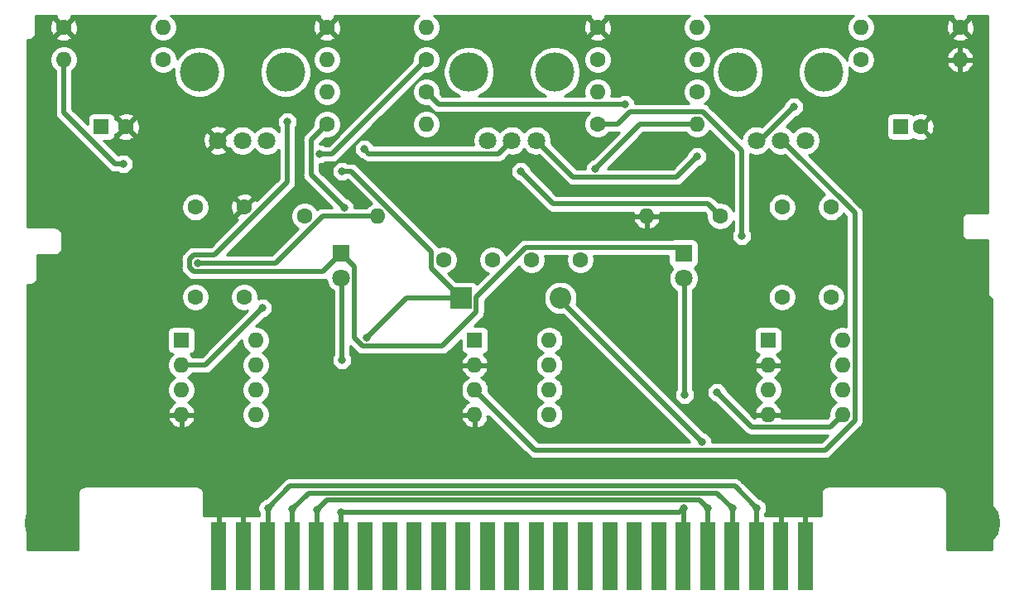
<source format=gbr>
G04 #@! TF.GenerationSoftware,KiCad,Pcbnew,(5.1.7)-1*
G04 #@! TF.CreationDate,2021-05-31T19:12:44-05:00*
G04 #@! TF.ProjectId,ConsolePedalPeach,436f6e73-6f6c-4655-9065-64616c506561,rev?*
G04 #@! TF.SameCoordinates,Original*
G04 #@! TF.FileFunction,Copper,L2,Bot*
G04 #@! TF.FilePolarity,Positive*
%FSLAX46Y46*%
G04 Gerber Fmt 4.6, Leading zero omitted, Abs format (unit mm)*
G04 Created by KiCad (PCBNEW (5.1.7)-1) date 2021-05-31 19:12:44*
%MOMM*%
%LPD*%
G01*
G04 APERTURE LIST*
G04 #@! TA.AperFunction,ComponentPad*
%ADD10R,1.800000X1.800000*%
G04 #@! TD*
G04 #@! TA.AperFunction,ComponentPad*
%ADD11C,1.800000*%
G04 #@! TD*
G04 #@! TA.AperFunction,ConnectorPad*
%ADD12R,1.500000X7.000000*%
G04 #@! TD*
G04 #@! TA.AperFunction,ComponentPad*
%ADD13C,5.000000*%
G04 #@! TD*
G04 #@! TA.AperFunction,ComponentPad*
%ADD14C,1.600000*%
G04 #@! TD*
G04 #@! TA.AperFunction,ComponentPad*
%ADD15O,1.600000X1.600000*%
G04 #@! TD*
G04 #@! TA.AperFunction,ComponentPad*
%ADD16R,1.600000X1.600000*%
G04 #@! TD*
G04 #@! TA.AperFunction,ComponentPad*
%ADD17R,2.200000X2.200000*%
G04 #@! TD*
G04 #@! TA.AperFunction,ComponentPad*
%ADD18O,2.200000X2.200000*%
G04 #@! TD*
G04 #@! TA.AperFunction,WasherPad*
%ADD19C,4.000000*%
G04 #@! TD*
G04 #@! TA.AperFunction,ViaPad*
%ADD20C,0.800000*%
G04 #@! TD*
G04 #@! TA.AperFunction,Conductor*
%ADD21C,0.500000*%
G04 #@! TD*
G04 #@! TA.AperFunction,Conductor*
%ADD22C,0.254000*%
G04 #@! TD*
G04 #@! TA.AperFunction,Conductor*
%ADD23C,0.100000*%
G04 #@! TD*
G04 APERTURE END LIST*
D10*
G04 #@! TO.P,D2,1*
G04 #@! TO.N,Net-(D2-Pad1)*
X115250000Y-95000000D03*
D11*
G04 #@! TO.P,D2,2*
G04 #@! TO.N,/LEDPower*
X115250000Y-97540000D03*
G04 #@! TD*
G04 #@! TO.P,D3,2*
G04 #@! TO.N,/LEDPower*
X150250000Y-97540000D03*
D10*
G04 #@! TO.P,D3,1*
G04 #@! TO.N,Net-(D2-Pad1)*
X150250000Y-95000000D03*
G04 #@! TD*
D12*
G04 #@! TO.P,J1,26*
G04 #@! TO.N,GND*
X102715000Y-126000000D03*
G04 #@! TO.P,J1,27*
X105215000Y-126000000D03*
G04 #@! TO.P,J1,28*
G04 #@! TO.N,/Input*
X107715000Y-126000000D03*
G04 #@! TO.P,J1,29*
G04 #@! TO.N,/Output*
X110215000Y-126000000D03*
G04 #@! TO.P,J1,30*
G04 #@! TO.N,+9V*
X112715000Y-126000000D03*
G04 #@! TO.P,J1,31*
G04 #@! TO.N,/LEDPower*
X115215000Y-126000000D03*
G04 #@! TO.P,J1,32*
G04 #@! TO.N,N/C*
X117715000Y-126000000D03*
G04 #@! TO.P,J1,33*
X120215000Y-126000000D03*
G04 #@! TO.P,J1,34*
X122715000Y-126000000D03*
G04 #@! TO.P,J1,35*
X125215000Y-126000000D03*
G04 #@! TO.P,J1,36*
X127715000Y-126000000D03*
G04 #@! TO.P,J1,37*
X130215000Y-126000000D03*
G04 #@! TO.P,J1,38*
X132715000Y-126000000D03*
G04 #@! TO.P,J1,39*
X135215000Y-126000000D03*
G04 #@! TO.P,J1,40*
X137715000Y-126000000D03*
G04 #@! TO.P,J1,41*
X140215000Y-126000000D03*
G04 #@! TO.P,J1,42*
X142715000Y-126000000D03*
G04 #@! TO.P,J1,43*
X145215000Y-126000000D03*
G04 #@! TO.P,J1,44*
X147715000Y-126000000D03*
G04 #@! TO.P,J1,45*
G04 #@! TO.N,/LEDPower*
X150215000Y-126000000D03*
G04 #@! TO.P,J1,46*
G04 #@! TO.N,+9V*
X152715000Y-126000000D03*
G04 #@! TO.P,J1,47*
G04 #@! TO.N,/Output*
X155215000Y-126000000D03*
G04 #@! TO.P,J1,48*
G04 #@! TO.N,/Input*
X157715000Y-126000000D03*
G04 #@! TO.P,J1,49*
G04 #@! TO.N,GND*
X160215000Y-126000000D03*
G04 #@! TO.P,J1,50*
X162715000Y-126000000D03*
G04 #@! TD*
D13*
G04 #@! TO.P,H1,1*
G04 #@! TO.N,GND*
X85350000Y-122600000D03*
G04 #@! TD*
G04 #@! TO.P,H2,1*
G04 #@! TO.N,GND*
X180150000Y-122600000D03*
G04 #@! TD*
D14*
G04 #@! TO.P,R11,1*
G04 #@! TO.N,GND*
X86868000Y-71882000D03*
D15*
G04 #@! TO.P,R11,2*
G04 #@! TO.N,Net-(D2-Pad1)*
X97028000Y-71882000D03*
G04 #@! TD*
D14*
G04 #@! TO.P,C1,2*
G04 #@! TO.N,Net-(C1-Pad2)*
X160335000Y-99460000D03*
G04 #@! TO.P,C1,1*
G04 #@! TO.N,Net-(C1-Pad1)*
X165335000Y-99460000D03*
G04 #@! TD*
D15*
G04 #@! TO.P,C2,2*
G04 #@! TO.N,Net-(C2-Pad2)*
X119000000Y-91186000D03*
D14*
G04 #@! TO.P,C2,1*
G04 #@! TO.N,Net-(C1-Pad1)*
X111500000Y-91186000D03*
G04 #@! TD*
G04 #@! TO.P,C3,2*
G04 #@! TO.N,Net-(C2-Pad2)*
X134715000Y-95650000D03*
G04 #@! TO.P,C3,1*
G04 #@! TO.N,Net-(C3-Pad1)*
X139715000Y-95650000D03*
G04 #@! TD*
G04 #@! TO.P,C4,2*
G04 #@! TO.N,Net-(C4-Pad2)*
X100335000Y-99460000D03*
G04 #@! TO.P,C4,1*
G04 #@! TO.N,Net-(C4-Pad1)*
X105335000Y-99460000D03*
G04 #@! TD*
G04 #@! TO.P,C5,1*
G04 #@! TO.N,Net-(C5-Pad1)*
X154000000Y-91186000D03*
D15*
G04 #@! TO.P,C5,2*
G04 #@! TO.N,GND*
X146500000Y-91186000D03*
G04 #@! TD*
D14*
G04 #@! TO.P,C6,1*
G04 #@! TO.N,Net-(C6-Pad1)*
X130715000Y-95650000D03*
G04 #@! TO.P,C6,2*
G04 #@! TO.N,Net-(C6-Pad2)*
X125715000Y-95650000D03*
G04 #@! TD*
G04 #@! TO.P,C7,1*
G04 #@! TO.N,GND*
X105335000Y-90278000D03*
G04 #@! TO.P,C7,2*
G04 #@! TO.N,Net-(C7-Pad2)*
X100335000Y-90278000D03*
G04 #@! TD*
G04 #@! TO.P,C8,1*
G04 #@! TO.N,Net-(C8-Pad1)*
X165335000Y-90278000D03*
G04 #@! TO.P,C8,2*
G04 #@! TO.N,Net-(C8-Pad2)*
X160335000Y-90278000D03*
G04 #@! TD*
D16*
G04 #@! TO.P,C9,1*
G04 #@! TO.N,/VR*
X90718000Y-82042000D03*
D14*
G04 #@! TO.P,C9,2*
G04 #@! TO.N,GND*
X93218000Y-82042000D03*
G04 #@! TD*
D16*
G04 #@! TO.P,C10,1*
G04 #@! TO.N,/9V*
X172466000Y-82042000D03*
D14*
G04 #@! TO.P,C10,2*
G04 #@! TO.N,GND*
X174466000Y-82042000D03*
G04 #@! TD*
D17*
G04 #@! TO.P,D1,1*
G04 #@! TO.N,/9V*
X127508000Y-99568000D03*
D18*
G04 #@! TO.P,D1,2*
G04 #@! TO.N,+9V*
X137668000Y-99568000D03*
G04 #@! TD*
D14*
G04 #@! TO.P,R1,1*
G04 #@! TO.N,Net-(C1-Pad2)*
X141478000Y-75184000D03*
D15*
G04 #@! TO.P,R1,2*
G04 #@! TO.N,/Input*
X151638000Y-75184000D03*
G04 #@! TD*
D14*
G04 #@! TO.P,R2,1*
G04 #@! TO.N,GND*
X141478000Y-71882000D03*
D15*
G04 #@! TO.P,R2,2*
G04 #@! TO.N,Net-(C1-Pad2)*
X151638000Y-71882000D03*
G04 #@! TD*
G04 #@! TO.P,R3,2*
G04 #@! TO.N,Net-(C2-Pad2)*
X151638000Y-81788000D03*
D14*
G04 #@! TO.P,R3,1*
G04 #@! TO.N,Net-(C1-Pad1)*
X141478000Y-81788000D03*
G04 #@! TD*
G04 #@! TO.P,R4,1*
G04 #@! TO.N,Net-(R4-Pad1)*
X151638000Y-78486000D03*
D15*
G04 #@! TO.P,R4,2*
G04 #@! TO.N,Net-(C3-Pad1)*
X141478000Y-78486000D03*
G04 #@! TD*
G04 #@! TO.P,R5,2*
G04 #@! TO.N,GND*
X178562000Y-75184000D03*
D14*
G04 #@! TO.P,R5,1*
G04 #@! TO.N,Net-(R5-Pad1)*
X168402000Y-75184000D03*
G04 #@! TD*
G04 #@! TO.P,R6,1*
G04 #@! TO.N,Net-(C5-Pad1)*
X97028000Y-75184000D03*
D15*
G04 #@! TO.P,R6,2*
G04 #@! TO.N,Net-(C4-Pad1)*
X86868000Y-75184000D03*
G04 #@! TD*
G04 #@! TO.P,R7,2*
G04 #@! TO.N,Net-(C7-Pad2)*
X123952000Y-81788000D03*
D14*
G04 #@! TO.P,R7,1*
G04 #@! TO.N,Net-(C6-Pad1)*
X113792000Y-81788000D03*
G04 #@! TD*
G04 #@! TO.P,R8,1*
G04 #@! TO.N,Net-(C8-Pad2)*
X123952000Y-78486000D03*
D15*
G04 #@! TO.P,R8,2*
G04 #@! TO.N,Net-(C6-Pad1)*
X113792000Y-78486000D03*
G04 #@! TD*
D14*
G04 #@! TO.P,R9,1*
G04 #@! TO.N,GND*
X113792000Y-71882000D03*
D15*
G04 #@! TO.P,R9,2*
G04 #@! TO.N,/VR*
X123952000Y-71882000D03*
G04 #@! TD*
G04 #@! TO.P,R10,2*
G04 #@! TO.N,/9V*
X113792000Y-75184000D03*
D14*
G04 #@! TO.P,R10,1*
G04 #@! TO.N,/VR*
X123952000Y-75184000D03*
G04 #@! TD*
D15*
G04 #@! TO.P,RPD1,2*
G04 #@! TO.N,/Input*
X168402000Y-71882000D03*
D14*
G04 #@! TO.P,RPD1,1*
G04 #@! TO.N,GND*
X178562000Y-71882000D03*
G04 #@! TD*
D19*
G04 #@! TO.P,RV1,*
G04 #@! TO.N,*
X164615000Y-76439000D03*
X155815000Y-76439000D03*
D11*
G04 #@! TO.P,RV1,1*
G04 #@! TO.N,Net-(R4-Pad1)*
X162715000Y-83439000D03*
G04 #@! TO.P,RV1,2*
G04 #@! TO.N,Net-(RV1-Pad2)*
X160215000Y-83439000D03*
G04 #@! TO.P,RV1,3*
G04 #@! TO.N,Net-(R5-Pad1)*
X157715000Y-83439000D03*
G04 #@! TD*
G04 #@! TO.P,RV2,3*
G04 #@! TO.N,Net-(C7-Pad2)*
X130215000Y-83439000D03*
G04 #@! TO.P,RV2,2*
G04 #@! TO.N,Net-(RV2-Pad2)*
X132715000Y-83439000D03*
G04 #@! TO.P,RV2,1*
G04 #@! TO.N,Net-(C8-Pad1)*
X135215000Y-83439000D03*
D19*
G04 #@! TO.P,RV2,*
G04 #@! TO.N,*
X128315000Y-76439000D03*
X137115000Y-76439000D03*
G04 #@! TD*
D11*
G04 #@! TO.P,RV3,3*
G04 #@! TO.N,GND*
X102639000Y-83439000D03*
G04 #@! TO.P,RV3,2*
G04 #@! TO.N,/Output*
X105139000Y-83439000D03*
G04 #@! TO.P,RV3,1*
G04 #@! TO.N,Net-(RV2-Pad2)*
X107639000Y-83439000D03*
D19*
G04 #@! TO.P,RV3,*
G04 #@! TO.N,*
X100739000Y-76439000D03*
X109539000Y-76439000D03*
G04 #@! TD*
D16*
G04 #@! TO.P,U1,1*
G04 #@! TO.N,Net-(C2-Pad2)*
X98905000Y-103886000D03*
D15*
G04 #@! TO.P,U1,5*
G04 #@! TO.N,N/C*
X106525000Y-111506000D03*
G04 #@! TO.P,U1,2*
G04 #@! TO.N,Net-(C1-Pad1)*
X98905000Y-106426000D03*
G04 #@! TO.P,U1,6*
G04 #@! TO.N,N/C*
X106525000Y-108966000D03*
G04 #@! TO.P,U1,3*
G04 #@! TO.N,/VR*
X98905000Y-108966000D03*
G04 #@! TO.P,U1,7*
G04 #@! TO.N,N/C*
X106525000Y-106426000D03*
G04 #@! TO.P,U1,4*
G04 #@! TO.N,GND*
X98905000Y-111506000D03*
G04 #@! TO.P,U1,8*
G04 #@! TO.N,/9V*
X106525000Y-103886000D03*
G04 #@! TD*
D16*
G04 #@! TO.P,U2,1*
G04 #@! TO.N,N/C*
X128905000Y-103886000D03*
D15*
G04 #@! TO.P,U2,5*
G04 #@! TO.N,Net-(C4-Pad2)*
X136525000Y-111506000D03*
G04 #@! TO.P,U2,2*
G04 #@! TO.N,GND*
X128905000Y-106426000D03*
G04 #@! TO.P,U2,6*
G04 #@! TO.N,/9V*
X136525000Y-108966000D03*
G04 #@! TO.P,U2,3*
G04 #@! TO.N,Net-(RV1-Pad2)*
X128905000Y-108966000D03*
G04 #@! TO.P,U2,7*
G04 #@! TO.N,N/C*
X136525000Y-106426000D03*
G04 #@! TO.P,U2,4*
G04 #@! TO.N,GND*
X128905000Y-111506000D03*
G04 #@! TO.P,U2,8*
G04 #@! TO.N,N/C*
X136525000Y-103886000D03*
G04 #@! TD*
G04 #@! TO.P,U3,8*
G04 #@! TO.N,N/C*
X166525000Y-103886000D03*
G04 #@! TO.P,U3,4*
G04 #@! TO.N,GND*
X158905000Y-111506000D03*
G04 #@! TO.P,U3,7*
G04 #@! TO.N,N/C*
X166525000Y-106426000D03*
G04 #@! TO.P,U3,3*
G04 #@! TO.N,Net-(C5-Pad1)*
X158905000Y-108966000D03*
G04 #@! TO.P,U3,6*
G04 #@! TO.N,/9V*
X166525000Y-108966000D03*
G04 #@! TO.P,U3,2*
G04 #@! TO.N,GND*
X158905000Y-106426000D03*
G04 #@! TO.P,U3,5*
G04 #@! TO.N,Net-(C6-Pad2)*
X166525000Y-111506000D03*
D16*
G04 #@! TO.P,U3,1*
G04 #@! TO.N,N/C*
X158905000Y-103886000D03*
G04 #@! TD*
D20*
G04 #@! TO.N,GND*
X105250000Y-120979000D03*
X160250000Y-120988000D03*
X102750000Y-121038000D03*
X162750000Y-120967000D03*
G04 #@! TO.N,/LEDPower*
X115250000Y-121454000D03*
X150250000Y-121073000D03*
X150368000Y-109474000D03*
X115316000Y-105918000D03*
G04 #@! TO.N,/Input*
X107750000Y-121066000D03*
X157750000Y-121066000D03*
G04 #@! TO.N,/Output*
X110250000Y-121195000D03*
X155250000Y-121068000D03*
G04 #@! TO.N,+9V*
X112750000Y-121235000D03*
X152750000Y-121108000D03*
X152146000Y-114300000D03*
G04 #@! TO.N,Net-(C8-Pad2)*
X144272000Y-79756000D03*
G04 #@! TO.N,Net-(C2-Pad2)*
X100584000Y-96012000D03*
X141224000Y-86360000D03*
G04 #@! TO.N,Net-(C4-Pad1)*
X92964000Y-85852000D03*
G04 #@! TO.N,Net-(C5-Pad1)*
X133604000Y-86614000D03*
G04 #@! TO.N,Net-(C6-Pad2)*
X153670000Y-109220000D03*
G04 #@! TO.N,Net-(C1-Pad1)*
X107188000Y-100584000D03*
X156210000Y-93218000D03*
G04 #@! TO.N,Net-(C6-Pad1)*
X115570000Y-90336000D03*
G04 #@! TO.N,Net-(D2-Pad1)*
X109728000Y-81534000D03*
G04 #@! TO.N,Net-(C8-Pad1)*
X151638000Y-85090000D03*
G04 #@! TO.N,/VR*
X113030000Y-84836000D03*
G04 #@! TO.N,/9V*
X117856000Y-103632000D03*
X115316000Y-86614000D03*
G04 #@! TO.N,Net-(R5-Pad1)*
X161544000Y-80010000D03*
G04 #@! TO.N,Net-(RV2-Pad2)*
X117602000Y-84328000D03*
G04 #@! TD*
D21*
G04 #@! TO.N,GND*
X105250000Y-126000000D02*
X105250000Y-120979000D01*
X160250000Y-126000000D02*
X160250000Y-120988000D01*
X102750000Y-126000000D02*
X102750000Y-121038000D01*
X162750000Y-120967000D02*
X162750000Y-126000000D01*
X162729000Y-120988000D02*
X162750000Y-120967000D01*
X160250000Y-120988000D02*
X162729000Y-120988000D01*
X105191000Y-121038000D02*
X105250000Y-120979000D01*
X102750000Y-121038000D02*
X105191000Y-121038000D01*
G04 #@! TO.N,/LEDPower*
X115250000Y-126000000D02*
X115250000Y-121454000D01*
X150250000Y-121073000D02*
X150250000Y-126000000D01*
X149869000Y-121454000D02*
X150250000Y-121073000D01*
X115250000Y-121454000D02*
X149869000Y-121454000D01*
X150250000Y-97581998D02*
X150250000Y-97540000D01*
X150368000Y-97658000D02*
X150250000Y-97540000D01*
X150368000Y-109474000D02*
X150368000Y-97658000D01*
X115316000Y-97606000D02*
X115250000Y-97540000D01*
X115316000Y-105918000D02*
X115316000Y-97606000D01*
G04 #@! TO.N,/Input*
X107750000Y-121066000D02*
X107750000Y-126000000D01*
X157750000Y-121066000D02*
X157750000Y-126000000D01*
X155506979Y-118822979D02*
X157750000Y-121066000D01*
X109993021Y-118822979D02*
X155506979Y-118822979D01*
X107750000Y-121066000D02*
X109993021Y-118822979D01*
G04 #@! TO.N,/Output*
X110250000Y-121195000D02*
X110250000Y-126000000D01*
X155250000Y-121068000D02*
X155250000Y-126000000D01*
X153704989Y-119522989D02*
X155250000Y-121068000D01*
X111922011Y-119522989D02*
X153704989Y-119522989D01*
X110250000Y-121195000D02*
X111922011Y-119522989D01*
G04 #@! TO.N,+9V*
X112750000Y-121235000D02*
X112750000Y-126000000D01*
X152750000Y-121108000D02*
X152750000Y-126000000D01*
X151864999Y-120222999D02*
X152750000Y-121108000D01*
X113762001Y-120222999D02*
X151864999Y-120222999D01*
X112750000Y-121235000D02*
X113762001Y-120222999D01*
X137668000Y-99822000D02*
X137668000Y-99568000D01*
X152146000Y-114300000D02*
X137668000Y-99822000D01*
G04 #@! TO.N,Net-(C8-Pad2)*
X125222000Y-79756000D02*
X123952000Y-78486000D01*
X144272000Y-79756000D02*
X125222000Y-79756000D01*
G04 #@! TO.N,Net-(C2-Pad2)*
X113350002Y-91186000D02*
X119000000Y-91186000D01*
X108524002Y-96012000D02*
X113350002Y-91186000D01*
X100584000Y-96012000D02*
X108524002Y-96012000D01*
X145796000Y-81788000D02*
X151638000Y-81788000D01*
X141224000Y-86360000D02*
X145796000Y-81788000D01*
G04 #@! TO.N,Net-(C4-Pad1)*
X86868000Y-80602002D02*
X86868000Y-75184000D01*
X92117998Y-85852000D02*
X86868000Y-80602002D01*
X92964000Y-85852000D02*
X92117998Y-85852000D01*
G04 #@! TO.N,Net-(C5-Pad1)*
X152749999Y-89935999D02*
X154000000Y-91186000D01*
X136925999Y-89935999D02*
X152749999Y-89935999D01*
X133604000Y-86614000D02*
X136925999Y-89935999D01*
G04 #@! TO.N,Net-(C6-Pad2)*
X165274999Y-112756001D02*
X166525000Y-111506000D01*
X157206001Y-112756001D02*
X165274999Y-112756001D01*
X153670000Y-109220000D02*
X157206001Y-112756001D01*
G04 #@! TO.N,Net-(C1-Pad1)*
X101346000Y-106426000D02*
X98905000Y-106426000D01*
X107188000Y-100584000D02*
X101346000Y-106426000D01*
X144768002Y-80518000D02*
X143498002Y-81788000D01*
X152218002Y-80518000D02*
X144768002Y-80518000D01*
X156210000Y-84509998D02*
X152218002Y-80518000D01*
X143498002Y-81788000D02*
X141478000Y-81788000D01*
X156210000Y-93218000D02*
X156210000Y-84509998D01*
G04 #@! TO.N,Net-(C6-Pad1)*
X112179999Y-83400001D02*
X113792000Y-81788000D01*
X112179999Y-86945999D02*
X112179999Y-83400001D01*
X115570000Y-90336000D02*
X112179999Y-86945999D01*
G04 #@! TO.N,Net-(D2-Pad1)*
X113387999Y-96862001D02*
X115250000Y-95000000D01*
X99733999Y-96420001D02*
X100175999Y-96862001D01*
X99733999Y-95603999D02*
X99733999Y-96420001D01*
X102301003Y-95161999D02*
X100175999Y-95161999D01*
X100175999Y-95161999D02*
X99733999Y-95603999D01*
X109728000Y-87735002D02*
X102301003Y-95161999D01*
X100175999Y-96862001D02*
X113387999Y-96862001D01*
X109728000Y-81534000D02*
X109728000Y-87735002D01*
X116600001Y-103634003D02*
X116600001Y-96350001D01*
X116600001Y-96350001D02*
X115250000Y-95000000D01*
X125604001Y-104482001D02*
X117447999Y-104482001D01*
X129058001Y-101028001D02*
X125604001Y-104482001D01*
X129058001Y-99456997D02*
X129058001Y-101028001D01*
X134114999Y-94399999D02*
X129058001Y-99456997D01*
X149649999Y-94399999D02*
X134114999Y-94399999D01*
X117447999Y-104482001D02*
X116600001Y-103634003D01*
X150250000Y-95000000D02*
X149649999Y-94399999D01*
G04 #@! TO.N,Net-(C8-Pad1)*
X138986001Y-87210001D02*
X135215000Y-83439000D01*
X149517999Y-87210001D02*
X138986001Y-87210001D01*
X151638000Y-85090000D02*
X149517999Y-87210001D01*
G04 #@! TO.N,/VR*
X114300000Y-84836000D02*
X123952000Y-75184000D01*
X113030000Y-84836000D02*
X114300000Y-84836000D01*
G04 #@! TO.N,/9V*
X121920000Y-99568000D02*
X127508000Y-99568000D01*
X117856000Y-103632000D02*
X121920000Y-99568000D01*
X124464999Y-96524999D02*
X127508000Y-99568000D01*
X124464999Y-94800997D02*
X124464999Y-96524999D01*
X116278002Y-86614000D02*
X124464999Y-94800997D01*
X115316000Y-86614000D02*
X116278002Y-86614000D01*
G04 #@! TO.N,Net-(R5-Pad1)*
X158115000Y-83439000D02*
X157715000Y-83439000D01*
X161544000Y-80010000D02*
X158115000Y-83439000D01*
G04 #@! TO.N,Net-(RV1-Pad2)*
X160346002Y-83439000D02*
X160215000Y-83439000D01*
X167775001Y-112106001D02*
X167775001Y-90867999D01*
X167775001Y-90867999D02*
X160346002Y-83439000D01*
X164731001Y-115150001D02*
X167775001Y-112106001D01*
X135089001Y-115150001D02*
X164731001Y-115150001D01*
X128905000Y-108966000D02*
X135089001Y-115150001D01*
G04 #@! TO.N,Net-(RV2-Pad2)*
X131364999Y-84789001D02*
X132715000Y-83439000D01*
X118063001Y-84789001D02*
X131364999Y-84789001D01*
X117602000Y-84328000D02*
X118063001Y-84789001D01*
G04 #@! TD*
D22*
G04 #@! TO.N,GND*
X86054903Y-70889298D02*
X86868000Y-71702395D01*
X87681097Y-70889298D01*
X87618807Y-70677000D01*
X96262877Y-70677000D01*
X96118340Y-70773576D01*
X95919576Y-70972340D01*
X95763409Y-71206062D01*
X95655838Y-71465759D01*
X95601000Y-71741453D01*
X95601000Y-72022547D01*
X95655838Y-72298241D01*
X95763409Y-72557938D01*
X95919576Y-72791660D01*
X96118340Y-72990424D01*
X96352062Y-73146591D01*
X96611759Y-73254162D01*
X96887453Y-73309000D01*
X97168547Y-73309000D01*
X97444241Y-73254162D01*
X97703938Y-73146591D01*
X97937660Y-72990424D01*
X98053382Y-72874702D01*
X112978903Y-72874702D01*
X113050486Y-73118671D01*
X113305996Y-73239571D01*
X113580184Y-73308300D01*
X113862512Y-73322217D01*
X114142130Y-73280787D01*
X114408292Y-73185603D01*
X114533514Y-73118671D01*
X114605097Y-72874702D01*
X113792000Y-72061605D01*
X112978903Y-72874702D01*
X98053382Y-72874702D01*
X98136424Y-72791660D01*
X98292591Y-72557938D01*
X98400162Y-72298241D01*
X98455000Y-72022547D01*
X98455000Y-71952512D01*
X112351783Y-71952512D01*
X112393213Y-72232130D01*
X112488397Y-72498292D01*
X112555329Y-72623514D01*
X112799298Y-72695097D01*
X113612395Y-71882000D01*
X113971605Y-71882000D01*
X114784702Y-72695097D01*
X115028671Y-72623514D01*
X115149571Y-72368004D01*
X115218300Y-72093816D01*
X115232217Y-71811488D01*
X115190787Y-71531870D01*
X115095603Y-71265708D01*
X115028671Y-71140486D01*
X114784702Y-71068903D01*
X113971605Y-71882000D01*
X113612395Y-71882000D01*
X112799298Y-71068903D01*
X112555329Y-71140486D01*
X112434429Y-71395996D01*
X112365700Y-71670184D01*
X112351783Y-71952512D01*
X98455000Y-71952512D01*
X98455000Y-71741453D01*
X98400162Y-71465759D01*
X98292591Y-71206062D01*
X98136424Y-70972340D01*
X97937660Y-70773576D01*
X97793123Y-70677000D01*
X113041193Y-70677000D01*
X112978903Y-70889298D01*
X113792000Y-71702395D01*
X114605097Y-70889298D01*
X114542807Y-70677000D01*
X123186877Y-70677000D01*
X123042340Y-70773576D01*
X122843576Y-70972340D01*
X122687409Y-71206062D01*
X122579838Y-71465759D01*
X122525000Y-71741453D01*
X122525000Y-72022547D01*
X122579838Y-72298241D01*
X122687409Y-72557938D01*
X122843576Y-72791660D01*
X123042340Y-72990424D01*
X123276062Y-73146591D01*
X123535759Y-73254162D01*
X123811453Y-73309000D01*
X124092547Y-73309000D01*
X124368241Y-73254162D01*
X124627938Y-73146591D01*
X124861660Y-72990424D01*
X124977382Y-72874702D01*
X140664903Y-72874702D01*
X140736486Y-73118671D01*
X140991996Y-73239571D01*
X141266184Y-73308300D01*
X141548512Y-73322217D01*
X141828130Y-73280787D01*
X142094292Y-73185603D01*
X142219514Y-73118671D01*
X142291097Y-72874702D01*
X141478000Y-72061605D01*
X140664903Y-72874702D01*
X124977382Y-72874702D01*
X125060424Y-72791660D01*
X125216591Y-72557938D01*
X125324162Y-72298241D01*
X125379000Y-72022547D01*
X125379000Y-71952512D01*
X140037783Y-71952512D01*
X140079213Y-72232130D01*
X140174397Y-72498292D01*
X140241329Y-72623514D01*
X140485298Y-72695097D01*
X141298395Y-71882000D01*
X141657605Y-71882000D01*
X142470702Y-72695097D01*
X142714671Y-72623514D01*
X142835571Y-72368004D01*
X142904300Y-72093816D01*
X142918217Y-71811488D01*
X142876787Y-71531870D01*
X142781603Y-71265708D01*
X142714671Y-71140486D01*
X142470702Y-71068903D01*
X141657605Y-71882000D01*
X141298395Y-71882000D01*
X140485298Y-71068903D01*
X140241329Y-71140486D01*
X140120429Y-71395996D01*
X140051700Y-71670184D01*
X140037783Y-71952512D01*
X125379000Y-71952512D01*
X125379000Y-71741453D01*
X125324162Y-71465759D01*
X125216591Y-71206062D01*
X125060424Y-70972340D01*
X124861660Y-70773576D01*
X124717123Y-70677000D01*
X140727193Y-70677000D01*
X140664903Y-70889298D01*
X141478000Y-71702395D01*
X142291097Y-70889298D01*
X142228807Y-70677000D01*
X150872877Y-70677000D01*
X150728340Y-70773576D01*
X150529576Y-70972340D01*
X150373409Y-71206062D01*
X150265838Y-71465759D01*
X150211000Y-71741453D01*
X150211000Y-72022547D01*
X150265838Y-72298241D01*
X150373409Y-72557938D01*
X150529576Y-72791660D01*
X150728340Y-72990424D01*
X150962062Y-73146591D01*
X151221759Y-73254162D01*
X151497453Y-73309000D01*
X151778547Y-73309000D01*
X152054241Y-73254162D01*
X152313938Y-73146591D01*
X152547660Y-72990424D01*
X152746424Y-72791660D01*
X152902591Y-72557938D01*
X153010162Y-72298241D01*
X153065000Y-72022547D01*
X153065000Y-71741453D01*
X153010162Y-71465759D01*
X152902591Y-71206062D01*
X152746424Y-70972340D01*
X152547660Y-70773576D01*
X152403123Y-70677000D01*
X167636877Y-70677000D01*
X167492340Y-70773576D01*
X167293576Y-70972340D01*
X167137409Y-71206062D01*
X167029838Y-71465759D01*
X166975000Y-71741453D01*
X166975000Y-72022547D01*
X167029838Y-72298241D01*
X167137409Y-72557938D01*
X167293576Y-72791660D01*
X167492340Y-72990424D01*
X167726062Y-73146591D01*
X167985759Y-73254162D01*
X168261453Y-73309000D01*
X168542547Y-73309000D01*
X168818241Y-73254162D01*
X169077938Y-73146591D01*
X169311660Y-72990424D01*
X169427382Y-72874702D01*
X177748903Y-72874702D01*
X177820486Y-73118671D01*
X178075996Y-73239571D01*
X178350184Y-73308300D01*
X178632512Y-73322217D01*
X178912130Y-73280787D01*
X179178292Y-73185603D01*
X179303514Y-73118671D01*
X179375097Y-72874702D01*
X178562000Y-72061605D01*
X177748903Y-72874702D01*
X169427382Y-72874702D01*
X169510424Y-72791660D01*
X169666591Y-72557938D01*
X169774162Y-72298241D01*
X169829000Y-72022547D01*
X169829000Y-71952512D01*
X177121783Y-71952512D01*
X177163213Y-72232130D01*
X177258397Y-72498292D01*
X177325329Y-72623514D01*
X177569298Y-72695097D01*
X178382395Y-71882000D01*
X178741605Y-71882000D01*
X179554702Y-72695097D01*
X179798671Y-72623514D01*
X179919571Y-72368004D01*
X179988300Y-72093816D01*
X180002217Y-71811488D01*
X179960787Y-71531870D01*
X179865603Y-71265708D01*
X179798671Y-71140486D01*
X179554702Y-71068903D01*
X178741605Y-71882000D01*
X178382395Y-71882000D01*
X177569298Y-71068903D01*
X177325329Y-71140486D01*
X177204429Y-71395996D01*
X177135700Y-71670184D01*
X177121783Y-71952512D01*
X169829000Y-71952512D01*
X169829000Y-71741453D01*
X169774162Y-71465759D01*
X169666591Y-71206062D01*
X169510424Y-70972340D01*
X169311660Y-70773576D01*
X169167123Y-70677000D01*
X177811193Y-70677000D01*
X177748903Y-70889298D01*
X178562000Y-71702395D01*
X179375097Y-70889298D01*
X179312807Y-70677000D01*
X181323000Y-70677000D01*
X181323001Y-90823000D01*
X179433252Y-90823000D01*
X179400000Y-90819725D01*
X179366748Y-90823000D01*
X179267285Y-90832796D01*
X179139670Y-90871508D01*
X179022059Y-90934372D01*
X178918973Y-91018973D01*
X178834372Y-91122059D01*
X178771508Y-91239670D01*
X178732796Y-91367285D01*
X178719725Y-91500000D01*
X178723001Y-91533262D01*
X178723000Y-92966747D01*
X178719725Y-93000000D01*
X178732796Y-93132715D01*
X178771508Y-93260330D01*
X178834372Y-93377941D01*
X178918973Y-93481027D01*
X179009398Y-93555237D01*
X179022059Y-93565628D01*
X179139670Y-93628492D01*
X179267285Y-93667204D01*
X179400000Y-93680275D01*
X179433252Y-93677000D01*
X181323000Y-93677000D01*
X181323001Y-98966738D01*
X181319725Y-99000000D01*
X181332796Y-99132715D01*
X181371508Y-99260330D01*
X181434372Y-99377941D01*
X181518973Y-99481027D01*
X181622059Y-99565628D01*
X181739670Y-99628492D01*
X181823001Y-99653770D01*
X181823000Y-125323000D01*
X177177000Y-125323000D01*
X177177000Y-119533252D01*
X177180275Y-119500000D01*
X177167204Y-119367285D01*
X177128492Y-119239670D01*
X177065628Y-119122059D01*
X176981027Y-119018973D01*
X176877941Y-118934372D01*
X176760330Y-118871508D01*
X176632715Y-118832796D01*
X176533252Y-118823000D01*
X176500000Y-118819725D01*
X176466748Y-118823000D01*
X165033252Y-118823000D01*
X165000000Y-118819725D01*
X164966748Y-118823000D01*
X164867285Y-118832796D01*
X164739670Y-118871508D01*
X164622059Y-118934372D01*
X164518973Y-119018973D01*
X164434372Y-119122059D01*
X164371508Y-119239670D01*
X164332796Y-119367285D01*
X164319725Y-119500000D01*
X164323001Y-119533262D01*
X164323001Y-121793000D01*
X158627000Y-121793000D01*
X158627000Y-121602027D01*
X158660115Y-121552467D01*
X158737533Y-121365565D01*
X158777000Y-121167151D01*
X158777000Y-120964849D01*
X158737533Y-120766435D01*
X158660115Y-120579533D01*
X158547723Y-120411326D01*
X158404674Y-120268277D01*
X158236467Y-120155885D01*
X158049565Y-120078467D01*
X157991103Y-120066838D01*
X156157576Y-118233311D01*
X156130112Y-118199846D01*
X155996571Y-118090252D01*
X155844216Y-118008817D01*
X155678901Y-117958669D01*
X155550058Y-117945979D01*
X155506979Y-117941736D01*
X155463900Y-117945979D01*
X110036100Y-117945979D01*
X109993021Y-117941736D01*
X109821098Y-117958669D01*
X109655784Y-118008817D01*
X109503429Y-118090252D01*
X109369888Y-118199846D01*
X109342424Y-118233311D01*
X107508897Y-120066838D01*
X107450435Y-120078467D01*
X107263533Y-120155885D01*
X107095326Y-120268277D01*
X106952277Y-120411326D01*
X106839885Y-120579533D01*
X106762467Y-120766435D01*
X106723000Y-120964849D01*
X106723000Y-121167151D01*
X106762467Y-121365565D01*
X106839885Y-121552467D01*
X106873000Y-121602027D01*
X106873000Y-121793000D01*
X101177000Y-121793000D01*
X101177000Y-119533252D01*
X101180275Y-119500000D01*
X101167204Y-119367285D01*
X101128492Y-119239670D01*
X101065628Y-119122059D01*
X100981027Y-119018973D01*
X100877941Y-118934372D01*
X100760330Y-118871508D01*
X100632715Y-118832796D01*
X100533252Y-118823000D01*
X100500000Y-118819725D01*
X100466748Y-118823000D01*
X89033252Y-118823000D01*
X89000000Y-118819725D01*
X88966748Y-118823000D01*
X88867285Y-118832796D01*
X88739670Y-118871508D01*
X88622059Y-118934372D01*
X88518973Y-119018973D01*
X88434372Y-119122059D01*
X88371508Y-119239670D01*
X88332796Y-119367285D01*
X88319725Y-119500000D01*
X88323000Y-119533252D01*
X88323001Y-125323000D01*
X83177000Y-125323000D01*
X83177000Y-111855039D01*
X97513096Y-111855039D01*
X97553754Y-111989087D01*
X97673963Y-112243420D01*
X97841481Y-112469414D01*
X98049869Y-112658385D01*
X98291119Y-112803070D01*
X98555960Y-112897909D01*
X98778000Y-112776624D01*
X98778000Y-111633000D01*
X99032000Y-111633000D01*
X99032000Y-112776624D01*
X99254040Y-112897909D01*
X99518881Y-112803070D01*
X99760131Y-112658385D01*
X99968519Y-112469414D01*
X100136037Y-112243420D01*
X100256246Y-111989087D01*
X100296904Y-111855039D01*
X100174915Y-111633000D01*
X99032000Y-111633000D01*
X98778000Y-111633000D01*
X97635085Y-111633000D01*
X97513096Y-111855039D01*
X83177000Y-111855039D01*
X83177000Y-103086000D01*
X97474967Y-103086000D01*
X97474967Y-104686000D01*
X97487073Y-104808913D01*
X97522925Y-104927103D01*
X97581147Y-105036028D01*
X97659499Y-105131501D01*
X97754972Y-105209853D01*
X97863897Y-105268075D01*
X97982087Y-105303927D01*
X98011440Y-105306818D01*
X97995340Y-105317576D01*
X97796576Y-105516340D01*
X97640409Y-105750062D01*
X97532838Y-106009759D01*
X97478000Y-106285453D01*
X97478000Y-106566547D01*
X97532838Y-106842241D01*
X97640409Y-107101938D01*
X97796576Y-107335660D01*
X97995340Y-107534424D01*
X98229062Y-107690591D01*
X98242120Y-107696000D01*
X98229062Y-107701409D01*
X97995340Y-107857576D01*
X97796576Y-108056340D01*
X97640409Y-108290062D01*
X97532838Y-108549759D01*
X97478000Y-108825453D01*
X97478000Y-109106547D01*
X97532838Y-109382241D01*
X97640409Y-109641938D01*
X97796576Y-109875660D01*
X97995340Y-110074424D01*
X98229062Y-110230591D01*
X98244404Y-110236946D01*
X98049869Y-110353615D01*
X97841481Y-110542586D01*
X97673963Y-110768580D01*
X97553754Y-111022913D01*
X97513096Y-111156961D01*
X97635085Y-111379000D01*
X98778000Y-111379000D01*
X98778000Y-111359000D01*
X99032000Y-111359000D01*
X99032000Y-111379000D01*
X100174915Y-111379000D01*
X100296904Y-111156961D01*
X100256246Y-111022913D01*
X100136037Y-110768580D01*
X99968519Y-110542586D01*
X99760131Y-110353615D01*
X99565596Y-110236946D01*
X99580938Y-110230591D01*
X99814660Y-110074424D01*
X100013424Y-109875660D01*
X100169591Y-109641938D01*
X100277162Y-109382241D01*
X100332000Y-109106547D01*
X100332000Y-108825453D01*
X100277162Y-108549759D01*
X100169591Y-108290062D01*
X100013424Y-108056340D01*
X99814660Y-107857576D01*
X99580938Y-107701409D01*
X99567880Y-107696000D01*
X99580938Y-107690591D01*
X99814660Y-107534424D01*
X100013424Y-107335660D01*
X100035247Y-107303000D01*
X101302921Y-107303000D01*
X101346000Y-107307243D01*
X101389079Y-107303000D01*
X101517922Y-107290310D01*
X101683237Y-107240162D01*
X101835592Y-107158727D01*
X101969133Y-107049133D01*
X101996597Y-107015668D01*
X105098000Y-103914265D01*
X105098000Y-104026547D01*
X105152838Y-104302241D01*
X105260409Y-104561938D01*
X105416576Y-104795660D01*
X105615340Y-104994424D01*
X105849062Y-105150591D01*
X105862120Y-105156000D01*
X105849062Y-105161409D01*
X105615340Y-105317576D01*
X105416576Y-105516340D01*
X105260409Y-105750062D01*
X105152838Y-106009759D01*
X105098000Y-106285453D01*
X105098000Y-106566547D01*
X105152838Y-106842241D01*
X105260409Y-107101938D01*
X105416576Y-107335660D01*
X105615340Y-107534424D01*
X105849062Y-107690591D01*
X105862120Y-107696000D01*
X105849062Y-107701409D01*
X105615340Y-107857576D01*
X105416576Y-108056340D01*
X105260409Y-108290062D01*
X105152838Y-108549759D01*
X105098000Y-108825453D01*
X105098000Y-109106547D01*
X105152838Y-109382241D01*
X105260409Y-109641938D01*
X105416576Y-109875660D01*
X105615340Y-110074424D01*
X105849062Y-110230591D01*
X105862120Y-110236000D01*
X105849062Y-110241409D01*
X105615340Y-110397576D01*
X105416576Y-110596340D01*
X105260409Y-110830062D01*
X105152838Y-111089759D01*
X105098000Y-111365453D01*
X105098000Y-111646547D01*
X105152838Y-111922241D01*
X105260409Y-112181938D01*
X105416576Y-112415660D01*
X105615340Y-112614424D01*
X105849062Y-112770591D01*
X106108759Y-112878162D01*
X106384453Y-112933000D01*
X106665547Y-112933000D01*
X106941241Y-112878162D01*
X107200938Y-112770591D01*
X107434660Y-112614424D01*
X107633424Y-112415660D01*
X107789591Y-112181938D01*
X107897162Y-111922241D01*
X107910529Y-111855039D01*
X127513096Y-111855039D01*
X127553754Y-111989087D01*
X127673963Y-112243420D01*
X127841481Y-112469414D01*
X128049869Y-112658385D01*
X128291119Y-112803070D01*
X128555960Y-112897909D01*
X128778000Y-112776624D01*
X128778000Y-111633000D01*
X127635085Y-111633000D01*
X127513096Y-111855039D01*
X107910529Y-111855039D01*
X107952000Y-111646547D01*
X107952000Y-111365453D01*
X107897162Y-111089759D01*
X107789591Y-110830062D01*
X107633424Y-110596340D01*
X107434660Y-110397576D01*
X107200938Y-110241409D01*
X107187880Y-110236000D01*
X107200938Y-110230591D01*
X107434660Y-110074424D01*
X107633424Y-109875660D01*
X107789591Y-109641938D01*
X107897162Y-109382241D01*
X107952000Y-109106547D01*
X107952000Y-108825453D01*
X107897162Y-108549759D01*
X107789591Y-108290062D01*
X107633424Y-108056340D01*
X107434660Y-107857576D01*
X107200938Y-107701409D01*
X107187880Y-107696000D01*
X107200938Y-107690591D01*
X107434660Y-107534424D01*
X107633424Y-107335660D01*
X107789591Y-107101938D01*
X107897162Y-106842241D01*
X107952000Y-106566547D01*
X107952000Y-106285453D01*
X107897162Y-106009759D01*
X107789591Y-105750062D01*
X107633424Y-105516340D01*
X107434660Y-105317576D01*
X107200938Y-105161409D01*
X107187880Y-105156000D01*
X107200938Y-105150591D01*
X107434660Y-104994424D01*
X107633424Y-104795660D01*
X107789591Y-104561938D01*
X107897162Y-104302241D01*
X107952000Y-104026547D01*
X107952000Y-103745453D01*
X107897162Y-103469759D01*
X107789591Y-103210062D01*
X107633424Y-102976340D01*
X107434660Y-102777576D01*
X107200938Y-102621409D01*
X106941241Y-102513838D01*
X106665547Y-102459000D01*
X106553265Y-102459000D01*
X107429103Y-101583162D01*
X107487565Y-101571533D01*
X107674467Y-101494115D01*
X107842674Y-101381723D01*
X107985723Y-101238674D01*
X108098115Y-101070467D01*
X108175533Y-100883565D01*
X108215000Y-100685151D01*
X108215000Y-100482849D01*
X108175533Y-100284435D01*
X108098115Y-100097533D01*
X107985723Y-99929326D01*
X107842674Y-99786277D01*
X107674467Y-99673885D01*
X107487565Y-99596467D01*
X107289151Y-99557000D01*
X107086849Y-99557000D01*
X106888435Y-99596467D01*
X106751532Y-99653175D01*
X106762000Y-99600547D01*
X106762000Y-99319453D01*
X106707162Y-99043759D01*
X106599591Y-98784062D01*
X106443424Y-98550340D01*
X106244660Y-98351576D01*
X106010938Y-98195409D01*
X105751241Y-98087838D01*
X105475547Y-98033000D01*
X105194453Y-98033000D01*
X104918759Y-98087838D01*
X104659062Y-98195409D01*
X104425340Y-98351576D01*
X104226576Y-98550340D01*
X104070409Y-98784062D01*
X103962838Y-99043759D01*
X103908000Y-99319453D01*
X103908000Y-99600547D01*
X103962838Y-99876241D01*
X104070409Y-100135938D01*
X104226576Y-100369660D01*
X104425340Y-100568424D01*
X104659062Y-100724591D01*
X104918759Y-100832162D01*
X105194453Y-100887000D01*
X105475547Y-100887000D01*
X105686744Y-100844991D01*
X100982735Y-105549000D01*
X100035247Y-105549000D01*
X100013424Y-105516340D01*
X99814660Y-105317576D01*
X99798560Y-105306818D01*
X99827913Y-105303927D01*
X99946103Y-105268075D01*
X100055028Y-105209853D01*
X100150501Y-105131501D01*
X100228853Y-105036028D01*
X100287075Y-104927103D01*
X100322927Y-104808913D01*
X100335033Y-104686000D01*
X100335033Y-103086000D01*
X100322927Y-102963087D01*
X100287075Y-102844897D01*
X100228853Y-102735972D01*
X100150501Y-102640499D01*
X100055028Y-102562147D01*
X99946103Y-102503925D01*
X99827913Y-102468073D01*
X99705000Y-102455967D01*
X98105000Y-102455967D01*
X97982087Y-102468073D01*
X97863897Y-102503925D01*
X97754972Y-102562147D01*
X97659499Y-102640499D01*
X97581147Y-102735972D01*
X97522925Y-102844897D01*
X97487073Y-102963087D01*
X97474967Y-103086000D01*
X83177000Y-103086000D01*
X83177000Y-99319453D01*
X98908000Y-99319453D01*
X98908000Y-99600547D01*
X98962838Y-99876241D01*
X99070409Y-100135938D01*
X99226576Y-100369660D01*
X99425340Y-100568424D01*
X99659062Y-100724591D01*
X99918759Y-100832162D01*
X100194453Y-100887000D01*
X100475547Y-100887000D01*
X100751241Y-100832162D01*
X101010938Y-100724591D01*
X101244660Y-100568424D01*
X101443424Y-100369660D01*
X101599591Y-100135938D01*
X101707162Y-99876241D01*
X101762000Y-99600547D01*
X101762000Y-99319453D01*
X101707162Y-99043759D01*
X101599591Y-98784062D01*
X101443424Y-98550340D01*
X101244660Y-98351576D01*
X101010938Y-98195409D01*
X100751241Y-98087838D01*
X100475547Y-98033000D01*
X100194453Y-98033000D01*
X99918759Y-98087838D01*
X99659062Y-98195409D01*
X99425340Y-98351576D01*
X99226576Y-98550340D01*
X99070409Y-98784062D01*
X98962838Y-99043759D01*
X98908000Y-99319453D01*
X83177000Y-99319453D01*
X83177000Y-98177000D01*
X83466748Y-98177000D01*
X83500000Y-98180275D01*
X83533252Y-98177000D01*
X83632715Y-98167204D01*
X83760330Y-98128492D01*
X83877941Y-98065628D01*
X83981027Y-97981027D01*
X84065628Y-97877941D01*
X84128492Y-97760330D01*
X84167204Y-97632715D01*
X84180275Y-97500000D01*
X84177000Y-97466748D01*
X84177000Y-95603999D01*
X98852756Y-95603999D01*
X98856999Y-95647078D01*
X98856999Y-96376922D01*
X98852756Y-96420001D01*
X98869689Y-96591923D01*
X98919837Y-96757237D01*
X99001273Y-96909593D01*
X99083405Y-97009672D01*
X99083408Y-97009675D01*
X99110867Y-97043134D01*
X99144327Y-97070594D01*
X99525398Y-97451664D01*
X99552866Y-97485134D01*
X99686407Y-97594728D01*
X99838762Y-97676163D01*
X100004077Y-97726311D01*
X100132920Y-97739001D01*
X100132929Y-97739001D01*
X100175998Y-97743243D01*
X100219068Y-97739001D01*
X113344920Y-97739001D01*
X113387999Y-97743244D01*
X113431078Y-97739001D01*
X113559921Y-97726311D01*
X113723000Y-97676841D01*
X113723000Y-97690396D01*
X113781681Y-97985410D01*
X113896790Y-98263306D01*
X114063901Y-98513406D01*
X114276594Y-98726099D01*
X114439001Y-98834615D01*
X114439000Y-105381973D01*
X114405885Y-105431533D01*
X114328467Y-105618435D01*
X114289000Y-105816849D01*
X114289000Y-106019151D01*
X114328467Y-106217565D01*
X114405885Y-106404467D01*
X114518277Y-106572674D01*
X114661326Y-106715723D01*
X114829533Y-106828115D01*
X115016435Y-106905533D01*
X115214849Y-106945000D01*
X115417151Y-106945000D01*
X115615565Y-106905533D01*
X115802467Y-106828115D01*
X115970674Y-106715723D01*
X116113723Y-106572674D01*
X116226115Y-106404467D01*
X116303533Y-106217565D01*
X116343000Y-106019151D01*
X116343000Y-105816849D01*
X116303533Y-105618435D01*
X116226115Y-105431533D01*
X116193000Y-105381973D01*
X116193000Y-104467267D01*
X116797402Y-105071669D01*
X116824866Y-105105134D01*
X116958407Y-105214728D01*
X117110762Y-105296163D01*
X117276077Y-105346311D01*
X117404920Y-105359001D01*
X117404929Y-105359001D01*
X117447998Y-105363243D01*
X117491068Y-105359001D01*
X125560922Y-105359001D01*
X125604001Y-105363244D01*
X125647080Y-105359001D01*
X125775923Y-105346311D01*
X125941238Y-105296163D01*
X126093593Y-105214728D01*
X126227134Y-105105134D01*
X126254598Y-105071669D01*
X127474967Y-103851300D01*
X127474967Y-104686000D01*
X127487073Y-104808913D01*
X127522925Y-104927103D01*
X127581147Y-105036028D01*
X127659499Y-105131501D01*
X127754972Y-105209853D01*
X127863897Y-105268075D01*
X127982087Y-105303927D01*
X128013077Y-105306979D01*
X127841481Y-105462586D01*
X127673963Y-105688580D01*
X127553754Y-105942913D01*
X127513096Y-106076961D01*
X127635085Y-106299000D01*
X128778000Y-106299000D01*
X128778000Y-106279000D01*
X129032000Y-106279000D01*
X129032000Y-106299000D01*
X130174915Y-106299000D01*
X130296904Y-106076961D01*
X130256246Y-105942913D01*
X130136037Y-105688580D01*
X129968519Y-105462586D01*
X129796923Y-105306979D01*
X129827913Y-105303927D01*
X129946103Y-105268075D01*
X130055028Y-105209853D01*
X130150501Y-105131501D01*
X130228853Y-105036028D01*
X130287075Y-104927103D01*
X130322927Y-104808913D01*
X130335033Y-104686000D01*
X130335033Y-103745453D01*
X135098000Y-103745453D01*
X135098000Y-104026547D01*
X135152838Y-104302241D01*
X135260409Y-104561938D01*
X135416576Y-104795660D01*
X135615340Y-104994424D01*
X135849062Y-105150591D01*
X135862120Y-105156000D01*
X135849062Y-105161409D01*
X135615340Y-105317576D01*
X135416576Y-105516340D01*
X135260409Y-105750062D01*
X135152838Y-106009759D01*
X135098000Y-106285453D01*
X135098000Y-106566547D01*
X135152838Y-106842241D01*
X135260409Y-107101938D01*
X135416576Y-107335660D01*
X135615340Y-107534424D01*
X135849062Y-107690591D01*
X135862120Y-107696000D01*
X135849062Y-107701409D01*
X135615340Y-107857576D01*
X135416576Y-108056340D01*
X135260409Y-108290062D01*
X135152838Y-108549759D01*
X135098000Y-108825453D01*
X135098000Y-109106547D01*
X135152838Y-109382241D01*
X135260409Y-109641938D01*
X135416576Y-109875660D01*
X135615340Y-110074424D01*
X135849062Y-110230591D01*
X135862120Y-110236000D01*
X135849062Y-110241409D01*
X135615340Y-110397576D01*
X135416576Y-110596340D01*
X135260409Y-110830062D01*
X135152838Y-111089759D01*
X135098000Y-111365453D01*
X135098000Y-111646547D01*
X135152838Y-111922241D01*
X135260409Y-112181938D01*
X135416576Y-112415660D01*
X135615340Y-112614424D01*
X135849062Y-112770591D01*
X136108759Y-112878162D01*
X136384453Y-112933000D01*
X136665547Y-112933000D01*
X136941241Y-112878162D01*
X137200938Y-112770591D01*
X137434660Y-112614424D01*
X137633424Y-112415660D01*
X137789591Y-112181938D01*
X137897162Y-111922241D01*
X137952000Y-111646547D01*
X137952000Y-111365453D01*
X137897162Y-111089759D01*
X137789591Y-110830062D01*
X137633424Y-110596340D01*
X137434660Y-110397576D01*
X137200938Y-110241409D01*
X137187880Y-110236000D01*
X137200938Y-110230591D01*
X137434660Y-110074424D01*
X137633424Y-109875660D01*
X137789591Y-109641938D01*
X137897162Y-109382241D01*
X137952000Y-109106547D01*
X137952000Y-108825453D01*
X137897162Y-108549759D01*
X137789591Y-108290062D01*
X137633424Y-108056340D01*
X137434660Y-107857576D01*
X137200938Y-107701409D01*
X137187880Y-107696000D01*
X137200938Y-107690591D01*
X137434660Y-107534424D01*
X137633424Y-107335660D01*
X137789591Y-107101938D01*
X137897162Y-106842241D01*
X137952000Y-106566547D01*
X137952000Y-106285453D01*
X137897162Y-106009759D01*
X137789591Y-105750062D01*
X137633424Y-105516340D01*
X137434660Y-105317576D01*
X137200938Y-105161409D01*
X137187880Y-105156000D01*
X137200938Y-105150591D01*
X137434660Y-104994424D01*
X137633424Y-104795660D01*
X137789591Y-104561938D01*
X137897162Y-104302241D01*
X137952000Y-104026547D01*
X137952000Y-103745453D01*
X137897162Y-103469759D01*
X137789591Y-103210062D01*
X137633424Y-102976340D01*
X137434660Y-102777576D01*
X137200938Y-102621409D01*
X136941241Y-102513838D01*
X136665547Y-102459000D01*
X136384453Y-102459000D01*
X136108759Y-102513838D01*
X135849062Y-102621409D01*
X135615340Y-102777576D01*
X135416576Y-102976340D01*
X135260409Y-103210062D01*
X135152838Y-103469759D01*
X135098000Y-103745453D01*
X130335033Y-103745453D01*
X130335033Y-103086000D01*
X130322927Y-102963087D01*
X130287075Y-102844897D01*
X130228853Y-102735972D01*
X130150501Y-102640499D01*
X130055028Y-102562147D01*
X129946103Y-102503925D01*
X129827913Y-102468073D01*
X129705000Y-102455967D01*
X128870300Y-102455967D01*
X129647669Y-101678598D01*
X129681134Y-101651134D01*
X129790728Y-101517593D01*
X129872163Y-101365238D01*
X129896222Y-101285927D01*
X129922311Y-101199924D01*
X129939244Y-101028001D01*
X129935001Y-100984922D01*
X129935001Y-99820262D01*
X133444234Y-96311029D01*
X133450409Y-96325938D01*
X133606576Y-96559660D01*
X133805340Y-96758424D01*
X134039062Y-96914591D01*
X134298759Y-97022162D01*
X134574453Y-97077000D01*
X134855547Y-97077000D01*
X135131241Y-97022162D01*
X135390938Y-96914591D01*
X135624660Y-96758424D01*
X135823424Y-96559660D01*
X135979591Y-96325938D01*
X136087162Y-96066241D01*
X136142000Y-95790547D01*
X136142000Y-95509453D01*
X136095763Y-95276999D01*
X138334237Y-95276999D01*
X138288000Y-95509453D01*
X138288000Y-95790547D01*
X138342838Y-96066241D01*
X138450409Y-96325938D01*
X138606576Y-96559660D01*
X138805340Y-96758424D01*
X139039062Y-96914591D01*
X139298759Y-97022162D01*
X139574453Y-97077000D01*
X139855547Y-97077000D01*
X140131241Y-97022162D01*
X140390938Y-96914591D01*
X140624660Y-96758424D01*
X140823424Y-96559660D01*
X140979591Y-96325938D01*
X141087162Y-96066241D01*
X141142000Y-95790547D01*
X141142000Y-95509453D01*
X141095763Y-95276999D01*
X148719967Y-95276999D01*
X148719967Y-95900000D01*
X148732073Y-96022913D01*
X148767925Y-96141103D01*
X148826147Y-96250028D01*
X148904499Y-96345501D01*
X148999972Y-96423853D01*
X149108897Y-96482075D01*
X149139221Y-96491274D01*
X149063901Y-96566594D01*
X148896790Y-96816694D01*
X148781681Y-97094590D01*
X148723000Y-97389604D01*
X148723000Y-97690396D01*
X148781681Y-97985410D01*
X148896790Y-98263306D01*
X149063901Y-98513406D01*
X149276594Y-98726099D01*
X149491001Y-98869361D01*
X149491000Y-108937973D01*
X149457885Y-108987533D01*
X149380467Y-109174435D01*
X149341000Y-109372849D01*
X149341000Y-109575151D01*
X149380467Y-109773565D01*
X149457885Y-109960467D01*
X149570277Y-110128674D01*
X149713326Y-110271723D01*
X149881533Y-110384115D01*
X150068435Y-110461533D01*
X150266849Y-110501000D01*
X150469151Y-110501000D01*
X150667565Y-110461533D01*
X150854467Y-110384115D01*
X151022674Y-110271723D01*
X151165723Y-110128674D01*
X151278115Y-109960467D01*
X151355533Y-109773565D01*
X151395000Y-109575151D01*
X151395000Y-109372849D01*
X151355533Y-109174435D01*
X151278115Y-108987533D01*
X151245000Y-108937973D01*
X151245000Y-103086000D01*
X157474967Y-103086000D01*
X157474967Y-104686000D01*
X157487073Y-104808913D01*
X157522925Y-104927103D01*
X157581147Y-105036028D01*
X157659499Y-105131501D01*
X157754972Y-105209853D01*
X157863897Y-105268075D01*
X157982087Y-105303927D01*
X158013077Y-105306979D01*
X157841481Y-105462586D01*
X157673963Y-105688580D01*
X157553754Y-105942913D01*
X157513096Y-106076961D01*
X157635085Y-106299000D01*
X158778000Y-106299000D01*
X158778000Y-106279000D01*
X159032000Y-106279000D01*
X159032000Y-106299000D01*
X160174915Y-106299000D01*
X160296904Y-106076961D01*
X160256246Y-105942913D01*
X160136037Y-105688580D01*
X159968519Y-105462586D01*
X159796923Y-105306979D01*
X159827913Y-105303927D01*
X159946103Y-105268075D01*
X160055028Y-105209853D01*
X160150501Y-105131501D01*
X160228853Y-105036028D01*
X160287075Y-104927103D01*
X160322927Y-104808913D01*
X160335033Y-104686000D01*
X160335033Y-103086000D01*
X160322927Y-102963087D01*
X160287075Y-102844897D01*
X160228853Y-102735972D01*
X160150501Y-102640499D01*
X160055028Y-102562147D01*
X159946103Y-102503925D01*
X159827913Y-102468073D01*
X159705000Y-102455967D01*
X158105000Y-102455967D01*
X157982087Y-102468073D01*
X157863897Y-102503925D01*
X157754972Y-102562147D01*
X157659499Y-102640499D01*
X157581147Y-102735972D01*
X157522925Y-102844897D01*
X157487073Y-102963087D01*
X157474967Y-103086000D01*
X151245000Y-103086000D01*
X151245000Y-99319453D01*
X158908000Y-99319453D01*
X158908000Y-99600547D01*
X158962838Y-99876241D01*
X159070409Y-100135938D01*
X159226576Y-100369660D01*
X159425340Y-100568424D01*
X159659062Y-100724591D01*
X159918759Y-100832162D01*
X160194453Y-100887000D01*
X160475547Y-100887000D01*
X160751241Y-100832162D01*
X161010938Y-100724591D01*
X161244660Y-100568424D01*
X161443424Y-100369660D01*
X161599591Y-100135938D01*
X161707162Y-99876241D01*
X161762000Y-99600547D01*
X161762000Y-99319453D01*
X163908000Y-99319453D01*
X163908000Y-99600547D01*
X163962838Y-99876241D01*
X164070409Y-100135938D01*
X164226576Y-100369660D01*
X164425340Y-100568424D01*
X164659062Y-100724591D01*
X164918759Y-100832162D01*
X165194453Y-100887000D01*
X165475547Y-100887000D01*
X165751241Y-100832162D01*
X166010938Y-100724591D01*
X166244660Y-100568424D01*
X166443424Y-100369660D01*
X166599591Y-100135938D01*
X166707162Y-99876241D01*
X166762000Y-99600547D01*
X166762000Y-99319453D01*
X166707162Y-99043759D01*
X166599591Y-98784062D01*
X166443424Y-98550340D01*
X166244660Y-98351576D01*
X166010938Y-98195409D01*
X165751241Y-98087838D01*
X165475547Y-98033000D01*
X165194453Y-98033000D01*
X164918759Y-98087838D01*
X164659062Y-98195409D01*
X164425340Y-98351576D01*
X164226576Y-98550340D01*
X164070409Y-98784062D01*
X163962838Y-99043759D01*
X163908000Y-99319453D01*
X161762000Y-99319453D01*
X161707162Y-99043759D01*
X161599591Y-98784062D01*
X161443424Y-98550340D01*
X161244660Y-98351576D01*
X161010938Y-98195409D01*
X160751241Y-98087838D01*
X160475547Y-98033000D01*
X160194453Y-98033000D01*
X159918759Y-98087838D01*
X159659062Y-98195409D01*
X159425340Y-98351576D01*
X159226576Y-98550340D01*
X159070409Y-98784062D01*
X158962838Y-99043759D01*
X158908000Y-99319453D01*
X151245000Y-99319453D01*
X151245000Y-98704505D01*
X151436099Y-98513406D01*
X151603210Y-98263306D01*
X151718319Y-97985410D01*
X151777000Y-97690396D01*
X151777000Y-97389604D01*
X151718319Y-97094590D01*
X151603210Y-96816694D01*
X151436099Y-96566594D01*
X151360779Y-96491274D01*
X151391103Y-96482075D01*
X151500028Y-96423853D01*
X151595501Y-96345501D01*
X151673853Y-96250028D01*
X151732075Y-96141103D01*
X151767927Y-96022913D01*
X151780033Y-95900000D01*
X151780033Y-94100000D01*
X151767927Y-93977087D01*
X151732075Y-93858897D01*
X151673853Y-93749972D01*
X151595501Y-93654499D01*
X151500028Y-93576147D01*
X151391103Y-93517925D01*
X151272913Y-93482073D01*
X151150000Y-93469967D01*
X149350000Y-93469967D01*
X149227087Y-93482073D01*
X149108897Y-93517925D01*
X149099404Y-93522999D01*
X134158075Y-93522999D01*
X134114998Y-93518756D01*
X134071921Y-93522999D01*
X134071920Y-93522999D01*
X133943077Y-93535689D01*
X133777762Y-93585837D01*
X133625407Y-93667272D01*
X133491866Y-93776866D01*
X133464402Y-93810331D01*
X132073634Y-95201099D01*
X131979591Y-94974062D01*
X131823424Y-94740340D01*
X131624660Y-94541576D01*
X131390938Y-94385409D01*
X131131241Y-94277838D01*
X130855547Y-94223000D01*
X130574453Y-94223000D01*
X130298759Y-94277838D01*
X130039062Y-94385409D01*
X129805340Y-94541576D01*
X129606576Y-94740340D01*
X129450409Y-94974062D01*
X129342838Y-95233759D01*
X129288000Y-95509453D01*
X129288000Y-95790547D01*
X129342838Y-96066241D01*
X129450409Y-96325938D01*
X129606576Y-96559660D01*
X129805340Y-96758424D01*
X130039062Y-96914591D01*
X130266099Y-97008634D01*
X129140529Y-98134204D01*
X129131853Y-98117972D01*
X129053501Y-98022499D01*
X128958028Y-97944147D01*
X128849103Y-97885925D01*
X128730913Y-97850073D01*
X128608000Y-97837967D01*
X127018232Y-97837967D01*
X126181577Y-97001312D01*
X126390938Y-96914591D01*
X126624660Y-96758424D01*
X126823424Y-96559660D01*
X126979591Y-96325938D01*
X127087162Y-96066241D01*
X127142000Y-95790547D01*
X127142000Y-95509453D01*
X127087162Y-95233759D01*
X126979591Y-94974062D01*
X126823424Y-94740340D01*
X126624660Y-94541576D01*
X126390938Y-94385409D01*
X126131241Y-94277838D01*
X125855547Y-94223000D01*
X125574453Y-94223000D01*
X125298759Y-94277838D01*
X125201351Y-94318186D01*
X125197726Y-94311405D01*
X125088132Y-94177864D01*
X125054668Y-94150401D01*
X122439306Y-91535039D01*
X145108096Y-91535039D01*
X145148754Y-91669087D01*
X145268963Y-91923420D01*
X145436481Y-92149414D01*
X145644869Y-92338385D01*
X145886119Y-92483070D01*
X146150960Y-92577909D01*
X146373000Y-92456624D01*
X146373000Y-91313000D01*
X146627000Y-91313000D01*
X146627000Y-92456624D01*
X146849040Y-92577909D01*
X147113881Y-92483070D01*
X147355131Y-92338385D01*
X147563519Y-92149414D01*
X147731037Y-91923420D01*
X147851246Y-91669087D01*
X147891904Y-91535039D01*
X147769915Y-91313000D01*
X146627000Y-91313000D01*
X146373000Y-91313000D01*
X145230085Y-91313000D01*
X145108096Y-91535039D01*
X122439306Y-91535039D01*
X116928599Y-86024332D01*
X116901135Y-85990867D01*
X116767594Y-85881273D01*
X116615239Y-85799838D01*
X116449924Y-85749690D01*
X116321081Y-85737000D01*
X116278002Y-85732757D01*
X116234923Y-85737000D01*
X115852027Y-85737000D01*
X115802467Y-85703885D01*
X115615565Y-85626467D01*
X115417151Y-85587000D01*
X115214849Y-85587000D01*
X115016435Y-85626467D01*
X114829533Y-85703885D01*
X114661326Y-85816277D01*
X114518277Y-85959326D01*
X114405885Y-86127533D01*
X114328467Y-86314435D01*
X114289000Y-86512849D01*
X114289000Y-86715151D01*
X114328467Y-86913565D01*
X114405885Y-87100467D01*
X114518277Y-87268674D01*
X114661326Y-87411723D01*
X114829533Y-87524115D01*
X115016435Y-87601533D01*
X115214849Y-87641000D01*
X115417151Y-87641000D01*
X115615565Y-87601533D01*
X115802467Y-87524115D01*
X115852027Y-87491000D01*
X115914737Y-87491000D01*
X118338971Y-89915234D01*
X118324062Y-89921409D01*
X118090340Y-90077576D01*
X117891576Y-90276340D01*
X117869753Y-90309000D01*
X116597000Y-90309000D01*
X116597000Y-90234849D01*
X116557533Y-90036435D01*
X116480115Y-89849533D01*
X116367723Y-89681326D01*
X116224674Y-89538277D01*
X116056467Y-89425885D01*
X115869565Y-89348467D01*
X115811103Y-89336838D01*
X113056999Y-86582734D01*
X113056999Y-85863000D01*
X113131151Y-85863000D01*
X113329565Y-85823533D01*
X113516467Y-85746115D01*
X113566027Y-85713000D01*
X114256921Y-85713000D01*
X114300000Y-85717243D01*
X114343079Y-85713000D01*
X114471922Y-85700310D01*
X114637237Y-85650162D01*
X114789592Y-85568727D01*
X114923133Y-85459133D01*
X114950597Y-85425668D01*
X116149416Y-84226849D01*
X116575000Y-84226849D01*
X116575000Y-84429151D01*
X116614467Y-84627565D01*
X116691885Y-84814467D01*
X116804277Y-84982674D01*
X116947326Y-85125723D01*
X117115533Y-85238115D01*
X117302435Y-85315533D01*
X117360897Y-85327162D01*
X117412404Y-85378669D01*
X117439868Y-85412134D01*
X117573409Y-85521728D01*
X117695525Y-85587000D01*
X117725764Y-85603163D01*
X117891078Y-85653311D01*
X118063001Y-85670244D01*
X118106080Y-85666001D01*
X131321920Y-85666001D01*
X131364999Y-85670244D01*
X131408078Y-85666001D01*
X131536921Y-85653311D01*
X131702236Y-85603163D01*
X131854591Y-85521728D01*
X131988132Y-85412134D01*
X132015596Y-85378669D01*
X132450885Y-84943380D01*
X132564604Y-84966000D01*
X132865396Y-84966000D01*
X133160410Y-84907319D01*
X133438306Y-84792210D01*
X133688406Y-84625099D01*
X133901099Y-84412406D01*
X133965000Y-84316771D01*
X134028901Y-84412406D01*
X134241594Y-84625099D01*
X134491694Y-84792210D01*
X134769590Y-84907319D01*
X135064604Y-84966000D01*
X135365396Y-84966000D01*
X135479115Y-84943380D01*
X138335409Y-87799675D01*
X138362868Y-87833134D01*
X138496409Y-87942728D01*
X138648764Y-88024163D01*
X138814078Y-88074311D01*
X138986001Y-88091244D01*
X139029080Y-88087001D01*
X149474920Y-88087001D01*
X149517999Y-88091244D01*
X149561078Y-88087001D01*
X149689921Y-88074311D01*
X149855236Y-88024163D01*
X150007591Y-87942728D01*
X150141132Y-87833134D01*
X150168596Y-87799669D01*
X151879103Y-86089162D01*
X151937565Y-86077533D01*
X152124467Y-86000115D01*
X152292674Y-85887723D01*
X152435723Y-85744674D01*
X152548115Y-85576467D01*
X152625533Y-85389565D01*
X152665000Y-85191151D01*
X152665000Y-84988849D01*
X152625533Y-84790435D01*
X152548115Y-84603533D01*
X152435723Y-84435326D01*
X152292674Y-84292277D01*
X152124467Y-84179885D01*
X151937565Y-84102467D01*
X151739151Y-84063000D01*
X151536849Y-84063000D01*
X151338435Y-84102467D01*
X151151533Y-84179885D01*
X150983326Y-84292277D01*
X150840277Y-84435326D01*
X150727885Y-84603533D01*
X150650467Y-84790435D01*
X150638838Y-84848897D01*
X149154734Y-86333001D01*
X142491264Y-86333001D01*
X146159265Y-82665000D01*
X150507753Y-82665000D01*
X150529576Y-82697660D01*
X150728340Y-82896424D01*
X150962062Y-83052591D01*
X151221759Y-83160162D01*
X151497453Y-83215000D01*
X151778547Y-83215000D01*
X152054241Y-83160162D01*
X152313938Y-83052591D01*
X152547660Y-82896424D01*
X152746424Y-82697660D01*
X152902591Y-82463938D01*
X152908766Y-82449029D01*
X155333001Y-84873264D01*
X155333000Y-90675215D01*
X155264591Y-90510062D01*
X155108424Y-90276340D01*
X154909660Y-90077576D01*
X154675938Y-89921409D01*
X154416241Y-89813838D01*
X154140547Y-89759000D01*
X153859453Y-89759000D01*
X153820928Y-89766663D01*
X153400596Y-89346331D01*
X153373132Y-89312866D01*
X153239591Y-89203272D01*
X153087236Y-89121837D01*
X152921921Y-89071689D01*
X152793078Y-89058999D01*
X152749999Y-89054756D01*
X152706920Y-89058999D01*
X137289265Y-89058999D01*
X134603162Y-86372897D01*
X134591533Y-86314435D01*
X134514115Y-86127533D01*
X134401723Y-85959326D01*
X134258674Y-85816277D01*
X134090467Y-85703885D01*
X133903565Y-85626467D01*
X133705151Y-85587000D01*
X133502849Y-85587000D01*
X133304435Y-85626467D01*
X133117533Y-85703885D01*
X132949326Y-85816277D01*
X132806277Y-85959326D01*
X132693885Y-86127533D01*
X132616467Y-86314435D01*
X132577000Y-86512849D01*
X132577000Y-86715151D01*
X132616467Y-86913565D01*
X132693885Y-87100467D01*
X132806277Y-87268674D01*
X132949326Y-87411723D01*
X133117533Y-87524115D01*
X133304435Y-87601533D01*
X133362897Y-87613162D01*
X136275407Y-90525673D01*
X136302866Y-90559132D01*
X136336325Y-90586591D01*
X136336327Y-90586593D01*
X136396000Y-90635565D01*
X136436407Y-90668726D01*
X136488195Y-90696407D01*
X136588762Y-90750161D01*
X136754076Y-90800309D01*
X136925998Y-90817242D01*
X136969078Y-90812999D01*
X145115364Y-90812999D01*
X145108096Y-90836961D01*
X145230085Y-91059000D01*
X146373000Y-91059000D01*
X146373000Y-91039000D01*
X146627000Y-91039000D01*
X146627000Y-91059000D01*
X147769915Y-91059000D01*
X147891904Y-90836961D01*
X147884636Y-90812999D01*
X152386734Y-90812999D01*
X152580663Y-91006928D01*
X152573000Y-91045453D01*
X152573000Y-91326547D01*
X152627838Y-91602241D01*
X152735409Y-91861938D01*
X152891576Y-92095660D01*
X153090340Y-92294424D01*
X153324062Y-92450591D01*
X153583759Y-92558162D01*
X153859453Y-92613000D01*
X154140547Y-92613000D01*
X154416241Y-92558162D01*
X154675938Y-92450591D01*
X154909660Y-92294424D01*
X155108424Y-92095660D01*
X155264591Y-91861938D01*
X155333000Y-91696785D01*
X155333000Y-92681973D01*
X155299885Y-92731533D01*
X155222467Y-92918435D01*
X155183000Y-93116849D01*
X155183000Y-93319151D01*
X155222467Y-93517565D01*
X155299885Y-93704467D01*
X155412277Y-93872674D01*
X155555326Y-94015723D01*
X155723533Y-94128115D01*
X155910435Y-94205533D01*
X156108849Y-94245000D01*
X156311151Y-94245000D01*
X156509565Y-94205533D01*
X156696467Y-94128115D01*
X156864674Y-94015723D01*
X157007723Y-93872674D01*
X157120115Y-93704467D01*
X157197533Y-93517565D01*
X157237000Y-93319151D01*
X157237000Y-93116849D01*
X157197533Y-92918435D01*
X157120115Y-92731533D01*
X157087000Y-92681973D01*
X157087000Y-90137453D01*
X158908000Y-90137453D01*
X158908000Y-90418547D01*
X158962838Y-90694241D01*
X159070409Y-90953938D01*
X159226576Y-91187660D01*
X159425340Y-91386424D01*
X159659062Y-91542591D01*
X159918759Y-91650162D01*
X160194453Y-91705000D01*
X160475547Y-91705000D01*
X160751241Y-91650162D01*
X161010938Y-91542591D01*
X161244660Y-91386424D01*
X161443424Y-91187660D01*
X161599591Y-90953938D01*
X161707162Y-90694241D01*
X161762000Y-90418547D01*
X161762000Y-90137453D01*
X161707162Y-89861759D01*
X161599591Y-89602062D01*
X161443424Y-89368340D01*
X161244660Y-89169576D01*
X161010938Y-89013409D01*
X160751241Y-88905838D01*
X160475547Y-88851000D01*
X160194453Y-88851000D01*
X159918759Y-88905838D01*
X159659062Y-89013409D01*
X159425340Y-89169576D01*
X159226576Y-89368340D01*
X159070409Y-89602062D01*
X158962838Y-89861759D01*
X158908000Y-90137453D01*
X157087000Y-90137453D01*
X157087000Y-84831687D01*
X157269590Y-84907319D01*
X157564604Y-84966000D01*
X157865396Y-84966000D01*
X158160410Y-84907319D01*
X158438306Y-84792210D01*
X158688406Y-84625099D01*
X158901099Y-84412406D01*
X158965000Y-84316771D01*
X159028901Y-84412406D01*
X159241594Y-84625099D01*
X159491694Y-84792210D01*
X159769590Y-84907319D01*
X160064604Y-84966000D01*
X160365396Y-84966000D01*
X160588383Y-84921646D01*
X164673970Y-89007234D01*
X164659062Y-89013409D01*
X164425340Y-89169576D01*
X164226576Y-89368340D01*
X164070409Y-89602062D01*
X163962838Y-89861759D01*
X163908000Y-90137453D01*
X163908000Y-90418547D01*
X163962838Y-90694241D01*
X164070409Y-90953938D01*
X164226576Y-91187660D01*
X164425340Y-91386424D01*
X164659062Y-91542591D01*
X164918759Y-91650162D01*
X165194453Y-91705000D01*
X165475547Y-91705000D01*
X165751241Y-91650162D01*
X166010938Y-91542591D01*
X166244660Y-91386424D01*
X166443424Y-91187660D01*
X166599591Y-90953938D01*
X166605766Y-90939030D01*
X166898002Y-91231266D01*
X166898001Y-102505237D01*
X166665547Y-102459000D01*
X166384453Y-102459000D01*
X166108759Y-102513838D01*
X165849062Y-102621409D01*
X165615340Y-102777576D01*
X165416576Y-102976340D01*
X165260409Y-103210062D01*
X165152838Y-103469759D01*
X165098000Y-103745453D01*
X165098000Y-104026547D01*
X165152838Y-104302241D01*
X165260409Y-104561938D01*
X165416576Y-104795660D01*
X165615340Y-104994424D01*
X165849062Y-105150591D01*
X165862120Y-105156000D01*
X165849062Y-105161409D01*
X165615340Y-105317576D01*
X165416576Y-105516340D01*
X165260409Y-105750062D01*
X165152838Y-106009759D01*
X165098000Y-106285453D01*
X165098000Y-106566547D01*
X165152838Y-106842241D01*
X165260409Y-107101938D01*
X165416576Y-107335660D01*
X165615340Y-107534424D01*
X165849062Y-107690591D01*
X165862120Y-107696000D01*
X165849062Y-107701409D01*
X165615340Y-107857576D01*
X165416576Y-108056340D01*
X165260409Y-108290062D01*
X165152838Y-108549759D01*
X165098000Y-108825453D01*
X165098000Y-109106547D01*
X165152838Y-109382241D01*
X165260409Y-109641938D01*
X165416576Y-109875660D01*
X165615340Y-110074424D01*
X165849062Y-110230591D01*
X165862120Y-110236000D01*
X165849062Y-110241409D01*
X165615340Y-110397576D01*
X165416576Y-110596340D01*
X165260409Y-110830062D01*
X165152838Y-111089759D01*
X165098000Y-111365453D01*
X165098000Y-111646547D01*
X165105663Y-111685072D01*
X164911734Y-111879001D01*
X160289636Y-111879001D01*
X160296904Y-111855039D01*
X160174915Y-111633000D01*
X159032000Y-111633000D01*
X159032000Y-111653000D01*
X158778000Y-111653000D01*
X158778000Y-111633000D01*
X157635085Y-111633000D01*
X157524517Y-111834252D01*
X154669162Y-108978897D01*
X154657533Y-108920435D01*
X154618190Y-108825453D01*
X157478000Y-108825453D01*
X157478000Y-109106547D01*
X157532838Y-109382241D01*
X157640409Y-109641938D01*
X157796576Y-109875660D01*
X157995340Y-110074424D01*
X158229062Y-110230591D01*
X158244404Y-110236946D01*
X158049869Y-110353615D01*
X157841481Y-110542586D01*
X157673963Y-110768580D01*
X157553754Y-111022913D01*
X157513096Y-111156961D01*
X157635085Y-111379000D01*
X158778000Y-111379000D01*
X158778000Y-111359000D01*
X159032000Y-111359000D01*
X159032000Y-111379000D01*
X160174915Y-111379000D01*
X160296904Y-111156961D01*
X160256246Y-111022913D01*
X160136037Y-110768580D01*
X159968519Y-110542586D01*
X159760131Y-110353615D01*
X159565596Y-110236946D01*
X159580938Y-110230591D01*
X159814660Y-110074424D01*
X160013424Y-109875660D01*
X160169591Y-109641938D01*
X160277162Y-109382241D01*
X160332000Y-109106547D01*
X160332000Y-108825453D01*
X160277162Y-108549759D01*
X160169591Y-108290062D01*
X160013424Y-108056340D01*
X159814660Y-107857576D01*
X159580938Y-107701409D01*
X159565596Y-107695054D01*
X159760131Y-107578385D01*
X159968519Y-107389414D01*
X160136037Y-107163420D01*
X160256246Y-106909087D01*
X160296904Y-106775039D01*
X160174915Y-106553000D01*
X159032000Y-106553000D01*
X159032000Y-106573000D01*
X158778000Y-106573000D01*
X158778000Y-106553000D01*
X157635085Y-106553000D01*
X157513096Y-106775039D01*
X157553754Y-106909087D01*
X157673963Y-107163420D01*
X157841481Y-107389414D01*
X158049869Y-107578385D01*
X158244404Y-107695054D01*
X158229062Y-107701409D01*
X157995340Y-107857576D01*
X157796576Y-108056340D01*
X157640409Y-108290062D01*
X157532838Y-108549759D01*
X157478000Y-108825453D01*
X154618190Y-108825453D01*
X154580115Y-108733533D01*
X154467723Y-108565326D01*
X154324674Y-108422277D01*
X154156467Y-108309885D01*
X153969565Y-108232467D01*
X153771151Y-108193000D01*
X153568849Y-108193000D01*
X153370435Y-108232467D01*
X153183533Y-108309885D01*
X153015326Y-108422277D01*
X152872277Y-108565326D01*
X152759885Y-108733533D01*
X152682467Y-108920435D01*
X152643000Y-109118849D01*
X152643000Y-109321151D01*
X152682467Y-109519565D01*
X152759885Y-109706467D01*
X152872277Y-109874674D01*
X153015326Y-110017723D01*
X153183533Y-110130115D01*
X153370435Y-110207533D01*
X153428897Y-110219162D01*
X156555404Y-113345669D01*
X156582868Y-113379134D01*
X156716409Y-113488728D01*
X156868764Y-113570163D01*
X157034078Y-113620311D01*
X157206001Y-113637244D01*
X157249080Y-113633001D01*
X165007736Y-113633001D01*
X164367736Y-114273001D01*
X153173000Y-114273001D01*
X153173000Y-114198849D01*
X153133533Y-114000435D01*
X153056115Y-113813533D01*
X152943723Y-113645326D01*
X152800674Y-113502277D01*
X152632467Y-113389885D01*
X152445565Y-113312467D01*
X152387104Y-113300838D01*
X139278659Y-100192393D01*
X139328632Y-100071747D01*
X139395000Y-99738095D01*
X139395000Y-99397905D01*
X139328632Y-99064253D01*
X139198447Y-98749959D01*
X139009448Y-98467102D01*
X138768898Y-98226552D01*
X138486041Y-98037553D01*
X138171747Y-97907368D01*
X137838095Y-97841000D01*
X137497905Y-97841000D01*
X137164253Y-97907368D01*
X136849959Y-98037553D01*
X136567102Y-98226552D01*
X136326552Y-98467102D01*
X136137553Y-98749959D01*
X136007368Y-99064253D01*
X135941000Y-99397905D01*
X135941000Y-99738095D01*
X136007368Y-100071747D01*
X136137553Y-100386041D01*
X136326552Y-100668898D01*
X136567102Y-100909448D01*
X136849959Y-101098447D01*
X137164253Y-101228632D01*
X137497905Y-101295000D01*
X137838095Y-101295000D01*
X137890342Y-101284607D01*
X150878735Y-114273001D01*
X135452267Y-114273001D01*
X130324337Y-109145072D01*
X130332000Y-109106547D01*
X130332000Y-108825453D01*
X130277162Y-108549759D01*
X130169591Y-108290062D01*
X130013424Y-108056340D01*
X129814660Y-107857576D01*
X129580938Y-107701409D01*
X129565596Y-107695054D01*
X129760131Y-107578385D01*
X129968519Y-107389414D01*
X130136037Y-107163420D01*
X130256246Y-106909087D01*
X130296904Y-106775039D01*
X130174915Y-106553000D01*
X129032000Y-106553000D01*
X129032000Y-106573000D01*
X128778000Y-106573000D01*
X128778000Y-106553000D01*
X127635085Y-106553000D01*
X127513096Y-106775039D01*
X127553754Y-106909087D01*
X127673963Y-107163420D01*
X127841481Y-107389414D01*
X128049869Y-107578385D01*
X128244404Y-107695054D01*
X128229062Y-107701409D01*
X127995340Y-107857576D01*
X127796576Y-108056340D01*
X127640409Y-108290062D01*
X127532838Y-108549759D01*
X127478000Y-108825453D01*
X127478000Y-109106547D01*
X127532838Y-109382241D01*
X127640409Y-109641938D01*
X127796576Y-109875660D01*
X127995340Y-110074424D01*
X128229062Y-110230591D01*
X128244404Y-110236946D01*
X128049869Y-110353615D01*
X127841481Y-110542586D01*
X127673963Y-110768580D01*
X127553754Y-111022913D01*
X127513096Y-111156961D01*
X127635085Y-111379000D01*
X128778000Y-111379000D01*
X128778000Y-111359000D01*
X129032000Y-111359000D01*
X129032000Y-111379000D01*
X129052000Y-111379000D01*
X129052000Y-111633000D01*
X129032000Y-111633000D01*
X129032000Y-112776624D01*
X129254040Y-112897909D01*
X129518881Y-112803070D01*
X129760131Y-112658385D01*
X129968519Y-112469414D01*
X130136037Y-112243420D01*
X130256246Y-111989087D01*
X130296904Y-111855039D01*
X130174916Y-111633002D01*
X130331737Y-111633002D01*
X134438409Y-115739675D01*
X134465868Y-115773134D01*
X134599409Y-115882728D01*
X134751764Y-115964163D01*
X134917079Y-116014311D01*
X135045922Y-116027001D01*
X135045923Y-116027001D01*
X135089000Y-116031244D01*
X135132077Y-116027001D01*
X164687922Y-116027001D01*
X164731001Y-116031244D01*
X164774080Y-116027001D01*
X164902923Y-116014311D01*
X165068238Y-115964163D01*
X165220593Y-115882728D01*
X165354134Y-115773134D01*
X165381598Y-115739669D01*
X168364676Y-112756592D01*
X168398134Y-112729134D01*
X168507728Y-112595593D01*
X168589163Y-112443238D01*
X168639311Y-112277923D01*
X168652001Y-112149080D01*
X168652001Y-112149079D01*
X168656244Y-112106002D01*
X168652001Y-112062925D01*
X168652001Y-90911075D01*
X168656244Y-90867998D01*
X168646001Y-90764004D01*
X168639311Y-90696077D01*
X168589163Y-90530762D01*
X168507728Y-90378407D01*
X168398134Y-90244866D01*
X168364675Y-90217407D01*
X163072143Y-84924876D01*
X163160410Y-84907319D01*
X163438306Y-84792210D01*
X163688406Y-84625099D01*
X163901099Y-84412406D01*
X164068210Y-84162306D01*
X164183319Y-83884410D01*
X164242000Y-83589396D01*
X164242000Y-83288604D01*
X164183319Y-82993590D01*
X164068210Y-82715694D01*
X163901099Y-82465594D01*
X163688406Y-82252901D01*
X163438306Y-82085790D01*
X163160410Y-81970681D01*
X162865396Y-81912000D01*
X162564604Y-81912000D01*
X162269590Y-81970681D01*
X161991694Y-82085790D01*
X161741594Y-82252901D01*
X161528901Y-82465594D01*
X161465000Y-82561229D01*
X161401099Y-82465594D01*
X161188406Y-82252901D01*
X160938306Y-82085790D01*
X160775791Y-82018474D01*
X161552265Y-81242000D01*
X171035967Y-81242000D01*
X171035967Y-82842000D01*
X171048073Y-82964913D01*
X171083925Y-83083103D01*
X171142147Y-83192028D01*
X171220499Y-83287501D01*
X171315972Y-83365853D01*
X171424897Y-83424075D01*
X171543087Y-83459927D01*
X171666000Y-83472033D01*
X173266000Y-83472033D01*
X173388913Y-83459927D01*
X173507103Y-83424075D01*
X173616028Y-83365853D01*
X173711501Y-83287501D01*
X173722975Y-83273520D01*
X173724486Y-83278671D01*
X173979996Y-83399571D01*
X174254184Y-83468300D01*
X174536512Y-83482217D01*
X174816130Y-83440787D01*
X175082292Y-83345603D01*
X175207514Y-83278671D01*
X175279097Y-83034702D01*
X174466000Y-82221605D01*
X174451858Y-82235748D01*
X174272253Y-82056143D01*
X174286395Y-82042000D01*
X174645605Y-82042000D01*
X175458702Y-82855097D01*
X175702671Y-82783514D01*
X175823571Y-82528004D01*
X175892300Y-82253816D01*
X175906217Y-81971488D01*
X175864787Y-81691870D01*
X175769603Y-81425708D01*
X175702671Y-81300486D01*
X175458702Y-81228903D01*
X174645605Y-82042000D01*
X174286395Y-82042000D01*
X174272253Y-82027858D01*
X174451858Y-81848253D01*
X174466000Y-81862395D01*
X175279097Y-81049298D01*
X175207514Y-80805329D01*
X174952004Y-80684429D01*
X174677816Y-80615700D01*
X174395488Y-80601783D01*
X174115870Y-80643213D01*
X173849708Y-80738397D01*
X173724486Y-80805329D01*
X173722975Y-80810480D01*
X173711501Y-80796499D01*
X173616028Y-80718147D01*
X173507103Y-80659925D01*
X173388913Y-80624073D01*
X173266000Y-80611967D01*
X171666000Y-80611967D01*
X171543087Y-80624073D01*
X171424897Y-80659925D01*
X171315972Y-80718147D01*
X171220499Y-80796499D01*
X171142147Y-80891972D01*
X171083925Y-81000897D01*
X171048073Y-81119087D01*
X171035967Y-81242000D01*
X161552265Y-81242000D01*
X161785103Y-81009162D01*
X161843565Y-80997533D01*
X162030467Y-80920115D01*
X162198674Y-80807723D01*
X162341723Y-80664674D01*
X162454115Y-80496467D01*
X162531533Y-80309565D01*
X162571000Y-80111151D01*
X162571000Y-79908849D01*
X162531533Y-79710435D01*
X162454115Y-79523533D01*
X162341723Y-79355326D01*
X162198674Y-79212277D01*
X162030467Y-79099885D01*
X161843565Y-79022467D01*
X161645151Y-78983000D01*
X161442849Y-78983000D01*
X161244435Y-79022467D01*
X161057533Y-79099885D01*
X160889326Y-79212277D01*
X160746277Y-79355326D01*
X160633885Y-79523533D01*
X160556467Y-79710435D01*
X160544838Y-79768897D01*
X158289559Y-82024176D01*
X158160410Y-81970681D01*
X157865396Y-81912000D01*
X157564604Y-81912000D01*
X157269590Y-81970681D01*
X156991694Y-82085790D01*
X156741594Y-82252901D01*
X156528901Y-82465594D01*
X156361790Y-82715694D01*
X156246681Y-82993590D01*
X156194781Y-83254514D01*
X152868599Y-79928332D01*
X152841135Y-79894867D01*
X152707594Y-79785273D01*
X152555239Y-79703838D01*
X152437405Y-79668093D01*
X152547660Y-79594424D01*
X152746424Y-79395660D01*
X152902591Y-79161938D01*
X153010162Y-78902241D01*
X153065000Y-78626547D01*
X153065000Y-78345453D01*
X153010162Y-78069759D01*
X152902591Y-77810062D01*
X152746424Y-77576340D01*
X152547660Y-77377576D01*
X152313938Y-77221409D01*
X152054241Y-77113838D01*
X151778547Y-77059000D01*
X151497453Y-77059000D01*
X151221759Y-77113838D01*
X150962062Y-77221409D01*
X150728340Y-77377576D01*
X150529576Y-77576340D01*
X150373409Y-77810062D01*
X150265838Y-78069759D01*
X150211000Y-78345453D01*
X150211000Y-78626547D01*
X150265838Y-78902241D01*
X150373409Y-79161938D01*
X150529576Y-79395660D01*
X150728340Y-79594424D01*
X150798046Y-79641000D01*
X145296245Y-79641000D01*
X145259533Y-79456435D01*
X145182115Y-79269533D01*
X145069723Y-79101326D01*
X144926674Y-78958277D01*
X144758467Y-78845885D01*
X144571565Y-78768467D01*
X144373151Y-78729000D01*
X144170849Y-78729000D01*
X143972435Y-78768467D01*
X143785533Y-78845885D01*
X143735973Y-78879000D01*
X142854785Y-78879000D01*
X142905000Y-78626547D01*
X142905000Y-78345453D01*
X142850162Y-78069759D01*
X142742591Y-77810062D01*
X142586424Y-77576340D01*
X142387660Y-77377576D01*
X142153938Y-77221409D01*
X141894241Y-77113838D01*
X141618547Y-77059000D01*
X141337453Y-77059000D01*
X141061759Y-77113838D01*
X140802062Y-77221409D01*
X140568340Y-77377576D01*
X140369576Y-77576340D01*
X140213409Y-77810062D01*
X140105838Y-78069759D01*
X140051000Y-78345453D01*
X140051000Y-78626547D01*
X140101215Y-78879000D01*
X138089001Y-78879000D01*
X138359351Y-78767017D01*
X138789615Y-78479524D01*
X139155524Y-78113615D01*
X139443017Y-77683351D01*
X139641046Y-77205268D01*
X139742000Y-76697737D01*
X139742000Y-76180263D01*
X139641046Y-75672732D01*
X139443017Y-75194649D01*
X139341992Y-75043453D01*
X140051000Y-75043453D01*
X140051000Y-75324547D01*
X140105838Y-75600241D01*
X140213409Y-75859938D01*
X140369576Y-76093660D01*
X140568340Y-76292424D01*
X140802062Y-76448591D01*
X141061759Y-76556162D01*
X141337453Y-76611000D01*
X141618547Y-76611000D01*
X141894241Y-76556162D01*
X142153938Y-76448591D01*
X142387660Y-76292424D01*
X142586424Y-76093660D01*
X142742591Y-75859938D01*
X142850162Y-75600241D01*
X142905000Y-75324547D01*
X142905000Y-75043453D01*
X150211000Y-75043453D01*
X150211000Y-75324547D01*
X150265838Y-75600241D01*
X150373409Y-75859938D01*
X150529576Y-76093660D01*
X150728340Y-76292424D01*
X150962062Y-76448591D01*
X151221759Y-76556162D01*
X151497453Y-76611000D01*
X151778547Y-76611000D01*
X152054241Y-76556162D01*
X152313938Y-76448591D01*
X152547660Y-76292424D01*
X152659821Y-76180263D01*
X153188000Y-76180263D01*
X153188000Y-76697737D01*
X153288954Y-77205268D01*
X153486983Y-77683351D01*
X153774476Y-78113615D01*
X154140385Y-78479524D01*
X154570649Y-78767017D01*
X155048732Y-78965046D01*
X155556263Y-79066000D01*
X156073737Y-79066000D01*
X156581268Y-78965046D01*
X157059351Y-78767017D01*
X157489615Y-78479524D01*
X157855524Y-78113615D01*
X158143017Y-77683351D01*
X158341046Y-77205268D01*
X158442000Y-76697737D01*
X158442000Y-76180263D01*
X161988000Y-76180263D01*
X161988000Y-76697737D01*
X162088954Y-77205268D01*
X162286983Y-77683351D01*
X162574476Y-78113615D01*
X162940385Y-78479524D01*
X163370649Y-78767017D01*
X163848732Y-78965046D01*
X164356263Y-79066000D01*
X164873737Y-79066000D01*
X165381268Y-78965046D01*
X165859351Y-78767017D01*
X166289615Y-78479524D01*
X166655524Y-78113615D01*
X166943017Y-77683351D01*
X167141046Y-77205268D01*
X167242000Y-76697737D01*
X167242000Y-76180263D01*
X167195610Y-75947042D01*
X167293576Y-76093660D01*
X167492340Y-76292424D01*
X167726062Y-76448591D01*
X167985759Y-76556162D01*
X168261453Y-76611000D01*
X168542547Y-76611000D01*
X168818241Y-76556162D01*
X169077938Y-76448591D01*
X169311660Y-76292424D01*
X169510424Y-76093660D01*
X169666591Y-75859938D01*
X169774162Y-75600241D01*
X169787529Y-75533039D01*
X177170096Y-75533039D01*
X177210754Y-75667087D01*
X177330963Y-75921420D01*
X177498481Y-76147414D01*
X177706869Y-76336385D01*
X177948119Y-76481070D01*
X178212960Y-76575909D01*
X178435000Y-76454624D01*
X178435000Y-75311000D01*
X178689000Y-75311000D01*
X178689000Y-76454624D01*
X178911040Y-76575909D01*
X179175881Y-76481070D01*
X179417131Y-76336385D01*
X179625519Y-76147414D01*
X179793037Y-75921420D01*
X179913246Y-75667087D01*
X179953904Y-75533039D01*
X179831915Y-75311000D01*
X178689000Y-75311000D01*
X178435000Y-75311000D01*
X177292085Y-75311000D01*
X177170096Y-75533039D01*
X169787529Y-75533039D01*
X169829000Y-75324547D01*
X169829000Y-75043453D01*
X169787530Y-74834961D01*
X177170096Y-74834961D01*
X177292085Y-75057000D01*
X178435000Y-75057000D01*
X178435000Y-73913376D01*
X178689000Y-73913376D01*
X178689000Y-75057000D01*
X179831915Y-75057000D01*
X179953904Y-74834961D01*
X179913246Y-74700913D01*
X179793037Y-74446580D01*
X179625519Y-74220586D01*
X179417131Y-74031615D01*
X179175881Y-73886930D01*
X178911040Y-73792091D01*
X178689000Y-73913376D01*
X178435000Y-73913376D01*
X178212960Y-73792091D01*
X177948119Y-73886930D01*
X177706869Y-74031615D01*
X177498481Y-74220586D01*
X177330963Y-74446580D01*
X177210754Y-74700913D01*
X177170096Y-74834961D01*
X169787530Y-74834961D01*
X169774162Y-74767759D01*
X169666591Y-74508062D01*
X169510424Y-74274340D01*
X169311660Y-74075576D01*
X169077938Y-73919409D01*
X168818241Y-73811838D01*
X168542547Y-73757000D01*
X168261453Y-73757000D01*
X167985759Y-73811838D01*
X167726062Y-73919409D01*
X167492340Y-74075576D01*
X167293576Y-74274340D01*
X167137409Y-74508062D01*
X167029838Y-74767759D01*
X166975000Y-75043453D01*
X166975000Y-75271863D01*
X166943017Y-75194649D01*
X166655524Y-74764385D01*
X166289615Y-74398476D01*
X165859351Y-74110983D01*
X165381268Y-73912954D01*
X164873737Y-73812000D01*
X164356263Y-73812000D01*
X163848732Y-73912954D01*
X163370649Y-74110983D01*
X162940385Y-74398476D01*
X162574476Y-74764385D01*
X162286983Y-75194649D01*
X162088954Y-75672732D01*
X161988000Y-76180263D01*
X158442000Y-76180263D01*
X158341046Y-75672732D01*
X158143017Y-75194649D01*
X157855524Y-74764385D01*
X157489615Y-74398476D01*
X157059351Y-74110983D01*
X156581268Y-73912954D01*
X156073737Y-73812000D01*
X155556263Y-73812000D01*
X155048732Y-73912954D01*
X154570649Y-74110983D01*
X154140385Y-74398476D01*
X153774476Y-74764385D01*
X153486983Y-75194649D01*
X153288954Y-75672732D01*
X153188000Y-76180263D01*
X152659821Y-76180263D01*
X152746424Y-76093660D01*
X152902591Y-75859938D01*
X153010162Y-75600241D01*
X153065000Y-75324547D01*
X153065000Y-75043453D01*
X153010162Y-74767759D01*
X152902591Y-74508062D01*
X152746424Y-74274340D01*
X152547660Y-74075576D01*
X152313938Y-73919409D01*
X152054241Y-73811838D01*
X151778547Y-73757000D01*
X151497453Y-73757000D01*
X151221759Y-73811838D01*
X150962062Y-73919409D01*
X150728340Y-74075576D01*
X150529576Y-74274340D01*
X150373409Y-74508062D01*
X150265838Y-74767759D01*
X150211000Y-75043453D01*
X142905000Y-75043453D01*
X142850162Y-74767759D01*
X142742591Y-74508062D01*
X142586424Y-74274340D01*
X142387660Y-74075576D01*
X142153938Y-73919409D01*
X141894241Y-73811838D01*
X141618547Y-73757000D01*
X141337453Y-73757000D01*
X141061759Y-73811838D01*
X140802062Y-73919409D01*
X140568340Y-74075576D01*
X140369576Y-74274340D01*
X140213409Y-74508062D01*
X140105838Y-74767759D01*
X140051000Y-75043453D01*
X139341992Y-75043453D01*
X139155524Y-74764385D01*
X138789615Y-74398476D01*
X138359351Y-74110983D01*
X137881268Y-73912954D01*
X137373737Y-73812000D01*
X136856263Y-73812000D01*
X136348732Y-73912954D01*
X135870649Y-74110983D01*
X135440385Y-74398476D01*
X135074476Y-74764385D01*
X134786983Y-75194649D01*
X134588954Y-75672732D01*
X134488000Y-76180263D01*
X134488000Y-76697737D01*
X134588954Y-77205268D01*
X134786983Y-77683351D01*
X135074476Y-78113615D01*
X135440385Y-78479524D01*
X135870649Y-78767017D01*
X136140999Y-78879000D01*
X129289001Y-78879000D01*
X129559351Y-78767017D01*
X129989615Y-78479524D01*
X130355524Y-78113615D01*
X130643017Y-77683351D01*
X130841046Y-77205268D01*
X130942000Y-76697737D01*
X130942000Y-76180263D01*
X130841046Y-75672732D01*
X130643017Y-75194649D01*
X130355524Y-74764385D01*
X129989615Y-74398476D01*
X129559351Y-74110983D01*
X129081268Y-73912954D01*
X128573737Y-73812000D01*
X128056263Y-73812000D01*
X127548732Y-73912954D01*
X127070649Y-74110983D01*
X126640385Y-74398476D01*
X126274476Y-74764385D01*
X125986983Y-75194649D01*
X125788954Y-75672732D01*
X125688000Y-76180263D01*
X125688000Y-76697737D01*
X125788954Y-77205268D01*
X125986983Y-77683351D01*
X126274476Y-78113615D01*
X126640385Y-78479524D01*
X127070649Y-78767017D01*
X127340999Y-78879000D01*
X125585265Y-78879000D01*
X125371337Y-78665072D01*
X125379000Y-78626547D01*
X125379000Y-78345453D01*
X125324162Y-78069759D01*
X125216591Y-77810062D01*
X125060424Y-77576340D01*
X124861660Y-77377576D01*
X124627938Y-77221409D01*
X124368241Y-77113838D01*
X124092547Y-77059000D01*
X123811453Y-77059000D01*
X123535759Y-77113838D01*
X123276062Y-77221409D01*
X123042340Y-77377576D01*
X122843576Y-77576340D01*
X122687409Y-77810062D01*
X122579838Y-78069759D01*
X122525000Y-78345453D01*
X122525000Y-78626547D01*
X122579838Y-78902241D01*
X122687409Y-79161938D01*
X122843576Y-79395660D01*
X123042340Y-79594424D01*
X123276062Y-79750591D01*
X123535759Y-79858162D01*
X123811453Y-79913000D01*
X124092547Y-79913000D01*
X124131072Y-79905337D01*
X124571403Y-80345668D01*
X124598867Y-80379133D01*
X124732408Y-80488727D01*
X124884763Y-80570162D01*
X125050078Y-80620310D01*
X125178921Y-80633000D01*
X125178930Y-80633000D01*
X125221999Y-80637242D01*
X125265069Y-80633000D01*
X140638046Y-80633000D01*
X140568340Y-80679576D01*
X140369576Y-80878340D01*
X140213409Y-81112062D01*
X140105838Y-81371759D01*
X140051000Y-81647453D01*
X140051000Y-81928547D01*
X140105838Y-82204241D01*
X140213409Y-82463938D01*
X140369576Y-82697660D01*
X140568340Y-82896424D01*
X140802062Y-83052591D01*
X141061759Y-83160162D01*
X141337453Y-83215000D01*
X141618547Y-83215000D01*
X141894241Y-83160162D01*
X142153938Y-83052591D01*
X142387660Y-82896424D01*
X142586424Y-82697660D01*
X142608247Y-82665000D01*
X143454923Y-82665000D01*
X143498002Y-82669243D01*
X143541081Y-82665000D01*
X143669924Y-82652310D01*
X143700787Y-82642948D01*
X140982897Y-85360838D01*
X140924435Y-85372467D01*
X140737533Y-85449885D01*
X140569326Y-85562277D01*
X140426277Y-85705326D01*
X140313885Y-85873533D01*
X140236467Y-86060435D01*
X140197000Y-86258849D01*
X140197000Y-86333001D01*
X139349267Y-86333001D01*
X136719380Y-83703115D01*
X136742000Y-83589396D01*
X136742000Y-83288604D01*
X136683319Y-82993590D01*
X136568210Y-82715694D01*
X136401099Y-82465594D01*
X136188406Y-82252901D01*
X135938306Y-82085790D01*
X135660410Y-81970681D01*
X135365396Y-81912000D01*
X135064604Y-81912000D01*
X134769590Y-81970681D01*
X134491694Y-82085790D01*
X134241594Y-82252901D01*
X134028901Y-82465594D01*
X133965000Y-82561229D01*
X133901099Y-82465594D01*
X133688406Y-82252901D01*
X133438306Y-82085790D01*
X133160410Y-81970681D01*
X132865396Y-81912000D01*
X132564604Y-81912000D01*
X132269590Y-81970681D01*
X131991694Y-82085790D01*
X131741594Y-82252901D01*
X131528901Y-82465594D01*
X131465000Y-82561229D01*
X131401099Y-82465594D01*
X131188406Y-82252901D01*
X130938306Y-82085790D01*
X130660410Y-81970681D01*
X130365396Y-81912000D01*
X130064604Y-81912000D01*
X129769590Y-81970681D01*
X129491694Y-82085790D01*
X129241594Y-82252901D01*
X129028901Y-82465594D01*
X128861790Y-82715694D01*
X128746681Y-82993590D01*
X128688000Y-83288604D01*
X128688000Y-83589396D01*
X128746681Y-83884410D01*
X128758110Y-83912001D01*
X118541304Y-83912001D01*
X118512115Y-83841533D01*
X118399723Y-83673326D01*
X118256674Y-83530277D01*
X118088467Y-83417885D01*
X117901565Y-83340467D01*
X117703151Y-83301000D01*
X117500849Y-83301000D01*
X117302435Y-83340467D01*
X117115533Y-83417885D01*
X116947326Y-83530277D01*
X116804277Y-83673326D01*
X116691885Y-83841533D01*
X116614467Y-84028435D01*
X116575000Y-84226849D01*
X116149416Y-84226849D01*
X118728812Y-81647453D01*
X122525000Y-81647453D01*
X122525000Y-81928547D01*
X122579838Y-82204241D01*
X122687409Y-82463938D01*
X122843576Y-82697660D01*
X123042340Y-82896424D01*
X123276062Y-83052591D01*
X123535759Y-83160162D01*
X123811453Y-83215000D01*
X124092547Y-83215000D01*
X124368241Y-83160162D01*
X124627938Y-83052591D01*
X124861660Y-82896424D01*
X125060424Y-82697660D01*
X125216591Y-82463938D01*
X125324162Y-82204241D01*
X125379000Y-81928547D01*
X125379000Y-81647453D01*
X125324162Y-81371759D01*
X125216591Y-81112062D01*
X125060424Y-80878340D01*
X124861660Y-80679576D01*
X124627938Y-80523409D01*
X124368241Y-80415838D01*
X124092547Y-80361000D01*
X123811453Y-80361000D01*
X123535759Y-80415838D01*
X123276062Y-80523409D01*
X123042340Y-80679576D01*
X122843576Y-80878340D01*
X122687409Y-81112062D01*
X122579838Y-81371759D01*
X122525000Y-81647453D01*
X118728812Y-81647453D01*
X123772928Y-76603337D01*
X123811453Y-76611000D01*
X124092547Y-76611000D01*
X124368241Y-76556162D01*
X124627938Y-76448591D01*
X124861660Y-76292424D01*
X125060424Y-76093660D01*
X125216591Y-75859938D01*
X125324162Y-75600241D01*
X125379000Y-75324547D01*
X125379000Y-75043453D01*
X125324162Y-74767759D01*
X125216591Y-74508062D01*
X125060424Y-74274340D01*
X124861660Y-74075576D01*
X124627938Y-73919409D01*
X124368241Y-73811838D01*
X124092547Y-73757000D01*
X123811453Y-73757000D01*
X123535759Y-73811838D01*
X123276062Y-73919409D01*
X123042340Y-74075576D01*
X122843576Y-74274340D01*
X122687409Y-74508062D01*
X122579838Y-74767759D01*
X122525000Y-75043453D01*
X122525000Y-75324547D01*
X122532663Y-75363072D01*
X113936735Y-83959000D01*
X113566027Y-83959000D01*
X113516467Y-83925885D01*
X113329565Y-83848467D01*
X113131151Y-83809000D01*
X113056999Y-83809000D01*
X113056999Y-83763266D01*
X113612928Y-83207337D01*
X113651453Y-83215000D01*
X113932547Y-83215000D01*
X114208241Y-83160162D01*
X114467938Y-83052591D01*
X114701660Y-82896424D01*
X114900424Y-82697660D01*
X115056591Y-82463938D01*
X115164162Y-82204241D01*
X115219000Y-81928547D01*
X115219000Y-81647453D01*
X115164162Y-81371759D01*
X115056591Y-81112062D01*
X114900424Y-80878340D01*
X114701660Y-80679576D01*
X114467938Y-80523409D01*
X114208241Y-80415838D01*
X113932547Y-80361000D01*
X113651453Y-80361000D01*
X113375759Y-80415838D01*
X113116062Y-80523409D01*
X112882340Y-80679576D01*
X112683576Y-80878340D01*
X112527409Y-81112062D01*
X112419838Y-81371759D01*
X112365000Y-81647453D01*
X112365000Y-81928547D01*
X112372663Y-81967072D01*
X111590326Y-82749409D01*
X111556867Y-82776868D01*
X111529408Y-82810327D01*
X111529405Y-82810330D01*
X111447273Y-82910409D01*
X111365837Y-83062765D01*
X111315689Y-83228079D01*
X111298756Y-83400001D01*
X111303000Y-83443090D01*
X111302999Y-86902919D01*
X111298756Y-86945999D01*
X111315689Y-87117921D01*
X111347962Y-87224310D01*
X111365837Y-87283235D01*
X111447272Y-87435590D01*
X111556866Y-87569132D01*
X111590331Y-87596596D01*
X114302735Y-90309000D01*
X113393081Y-90309000D01*
X113350002Y-90304757D01*
X113178079Y-90321690D01*
X113089660Y-90348512D01*
X113012765Y-90371838D01*
X112860410Y-90453273D01*
X112771345Y-90526367D01*
X112764591Y-90510062D01*
X112608424Y-90276340D01*
X112409660Y-90077576D01*
X112175938Y-89921409D01*
X111916241Y-89813838D01*
X111640547Y-89759000D01*
X111359453Y-89759000D01*
X111083759Y-89813838D01*
X110824062Y-89921409D01*
X110590340Y-90077576D01*
X110391576Y-90276340D01*
X110235409Y-90510062D01*
X110127838Y-90769759D01*
X110073000Y-91045453D01*
X110073000Y-91326547D01*
X110127838Y-91602241D01*
X110235409Y-91861938D01*
X110391576Y-92095660D01*
X110590340Y-92294424D01*
X110824062Y-92450591D01*
X110838971Y-92456766D01*
X108160737Y-95135000D01*
X103568267Y-95135000D01*
X110317674Y-88385594D01*
X110351133Y-88358135D01*
X110460727Y-88224594D01*
X110542162Y-88072239D01*
X110592310Y-87906924D01*
X110605000Y-87778081D01*
X110609243Y-87735002D01*
X110605000Y-87691923D01*
X110605000Y-82070027D01*
X110638115Y-82020467D01*
X110715533Y-81833565D01*
X110755000Y-81635151D01*
X110755000Y-81432849D01*
X110715533Y-81234435D01*
X110638115Y-81047533D01*
X110525723Y-80879326D01*
X110382674Y-80736277D01*
X110214467Y-80623885D01*
X110027565Y-80546467D01*
X109829151Y-80507000D01*
X109626849Y-80507000D01*
X109428435Y-80546467D01*
X109241533Y-80623885D01*
X109073326Y-80736277D01*
X108930277Y-80879326D01*
X108817885Y-81047533D01*
X108740467Y-81234435D01*
X108701000Y-81432849D01*
X108701000Y-81635151D01*
X108740467Y-81833565D01*
X108817885Y-82020467D01*
X108851000Y-82070027D01*
X108851000Y-82504358D01*
X108825099Y-82465594D01*
X108612406Y-82252901D01*
X108362306Y-82085790D01*
X108084410Y-81970681D01*
X107789396Y-81912000D01*
X107488604Y-81912000D01*
X107193590Y-81970681D01*
X106915694Y-82085790D01*
X106665594Y-82252901D01*
X106452901Y-82465594D01*
X106389000Y-82561229D01*
X106325099Y-82465594D01*
X106112406Y-82252901D01*
X105862306Y-82085790D01*
X105584410Y-81970681D01*
X105289396Y-81912000D01*
X104988604Y-81912000D01*
X104693590Y-81970681D01*
X104415694Y-82085790D01*
X104165594Y-82252901D01*
X103952901Y-82465594D01*
X103859147Y-82605906D01*
X103703080Y-82554525D01*
X102818605Y-83439000D01*
X103703080Y-84323475D01*
X103859147Y-84272094D01*
X103952901Y-84412406D01*
X104165594Y-84625099D01*
X104415694Y-84792210D01*
X104693590Y-84907319D01*
X104988604Y-84966000D01*
X105289396Y-84966000D01*
X105584410Y-84907319D01*
X105862306Y-84792210D01*
X106112406Y-84625099D01*
X106325099Y-84412406D01*
X106389000Y-84316771D01*
X106452901Y-84412406D01*
X106665594Y-84625099D01*
X106915694Y-84792210D01*
X107193590Y-84907319D01*
X107488604Y-84966000D01*
X107789396Y-84966000D01*
X108084410Y-84907319D01*
X108362306Y-84792210D01*
X108612406Y-84625099D01*
X108825099Y-84412406D01*
X108851000Y-84373642D01*
X108851001Y-87371735D01*
X106611582Y-89611155D01*
X106571671Y-89536486D01*
X106327702Y-89464903D01*
X105514605Y-90278000D01*
X105528748Y-90292143D01*
X105349143Y-90471748D01*
X105335000Y-90457605D01*
X104521903Y-91270702D01*
X104593486Y-91514671D01*
X104671264Y-91551473D01*
X101937738Y-94284999D01*
X100219068Y-94284999D01*
X100175998Y-94280757D01*
X100132929Y-94284999D01*
X100132920Y-94284999D01*
X100004077Y-94297689D01*
X99838762Y-94347837D01*
X99686407Y-94429272D01*
X99552866Y-94538866D01*
X99525398Y-94572336D01*
X99144331Y-94953402D01*
X99110866Y-94980866D01*
X99001272Y-95114408D01*
X98970530Y-95171923D01*
X98919837Y-95266763D01*
X98869689Y-95432077D01*
X98852756Y-95603999D01*
X84177000Y-95603999D01*
X84177000Y-95177000D01*
X85966748Y-95177000D01*
X86000000Y-95180275D01*
X86033252Y-95177000D01*
X86132715Y-95167204D01*
X86260330Y-95128492D01*
X86377941Y-95065628D01*
X86481027Y-94981027D01*
X86565628Y-94877941D01*
X86628492Y-94760330D01*
X86667204Y-94632715D01*
X86680275Y-94500000D01*
X86677000Y-94466748D01*
X86677000Y-93033251D01*
X86680275Y-93000000D01*
X86667204Y-92867285D01*
X86628492Y-92739670D01*
X86565628Y-92622059D01*
X86481027Y-92518973D01*
X86377941Y-92434372D01*
X86260330Y-92371508D01*
X86132715Y-92332796D01*
X86033252Y-92323000D01*
X86000000Y-92319725D01*
X85966748Y-92323000D01*
X83177000Y-92323000D01*
X83177000Y-90137453D01*
X98908000Y-90137453D01*
X98908000Y-90418547D01*
X98962838Y-90694241D01*
X99070409Y-90953938D01*
X99226576Y-91187660D01*
X99425340Y-91386424D01*
X99659062Y-91542591D01*
X99918759Y-91650162D01*
X100194453Y-91705000D01*
X100475547Y-91705000D01*
X100751241Y-91650162D01*
X101010938Y-91542591D01*
X101244660Y-91386424D01*
X101443424Y-91187660D01*
X101599591Y-90953938D01*
X101707162Y-90694241D01*
X101762000Y-90418547D01*
X101762000Y-90348512D01*
X103894783Y-90348512D01*
X103936213Y-90628130D01*
X104031397Y-90894292D01*
X104098329Y-91019514D01*
X104342298Y-91091097D01*
X105155395Y-90278000D01*
X104342298Y-89464903D01*
X104098329Y-89536486D01*
X103977429Y-89791996D01*
X103908700Y-90066184D01*
X103894783Y-90348512D01*
X101762000Y-90348512D01*
X101762000Y-90137453D01*
X101707162Y-89861759D01*
X101599591Y-89602062D01*
X101443424Y-89368340D01*
X101360382Y-89285298D01*
X104521903Y-89285298D01*
X105335000Y-90098395D01*
X106148097Y-89285298D01*
X106076514Y-89041329D01*
X105821004Y-88920429D01*
X105546816Y-88851700D01*
X105264488Y-88837783D01*
X104984870Y-88879213D01*
X104718708Y-88974397D01*
X104593486Y-89041329D01*
X104521903Y-89285298D01*
X101360382Y-89285298D01*
X101244660Y-89169576D01*
X101010938Y-89013409D01*
X100751241Y-88905838D01*
X100475547Y-88851000D01*
X100194453Y-88851000D01*
X99918759Y-88905838D01*
X99659062Y-89013409D01*
X99425340Y-89169576D01*
X99226576Y-89368340D01*
X99070409Y-89602062D01*
X98962838Y-89861759D01*
X98908000Y-90137453D01*
X83177000Y-90137453D01*
X83177000Y-75043453D01*
X85441000Y-75043453D01*
X85441000Y-75324547D01*
X85495838Y-75600241D01*
X85603409Y-75859938D01*
X85759576Y-76093660D01*
X85958340Y-76292424D01*
X85991001Y-76314247D01*
X85991000Y-80558922D01*
X85986757Y-80602002D01*
X86003690Y-80773924D01*
X86013217Y-80805329D01*
X86053838Y-80939238D01*
X86135273Y-81091593D01*
X86244867Y-81225135D01*
X86278332Y-81252599D01*
X91467401Y-86441668D01*
X91494865Y-86475133D01*
X91628406Y-86584727D01*
X91780761Y-86666162D01*
X91946076Y-86716310D01*
X92074919Y-86729000D01*
X92074928Y-86729000D01*
X92117997Y-86733242D01*
X92161067Y-86729000D01*
X92427973Y-86729000D01*
X92477533Y-86762115D01*
X92664435Y-86839533D01*
X92862849Y-86879000D01*
X93065151Y-86879000D01*
X93263565Y-86839533D01*
X93450467Y-86762115D01*
X93618674Y-86649723D01*
X93761723Y-86506674D01*
X93874115Y-86338467D01*
X93951533Y-86151565D01*
X93991000Y-85953151D01*
X93991000Y-85750849D01*
X93951533Y-85552435D01*
X93874115Y-85365533D01*
X93761723Y-85197326D01*
X93618674Y-85054277D01*
X93450467Y-84941885D01*
X93263565Y-84864467D01*
X93065151Y-84825000D01*
X92862849Y-84825000D01*
X92664435Y-84864467D01*
X92477533Y-84941885D01*
X92459918Y-84953655D01*
X92009343Y-84503080D01*
X101754525Y-84503080D01*
X101838208Y-84757261D01*
X102110775Y-84888158D01*
X102403642Y-84963365D01*
X102705553Y-84979991D01*
X103004907Y-84937397D01*
X103290199Y-84837222D01*
X103439792Y-84757261D01*
X103523475Y-84503080D01*
X102639000Y-83618605D01*
X101754525Y-84503080D01*
X92009343Y-84503080D01*
X91011816Y-83505553D01*
X101098009Y-83505553D01*
X101140603Y-83804907D01*
X101240778Y-84090199D01*
X101320739Y-84239792D01*
X101574920Y-84323475D01*
X102459395Y-83439000D01*
X101574920Y-82554525D01*
X101320739Y-82638208D01*
X101189842Y-82910775D01*
X101114635Y-83203642D01*
X101098009Y-83505553D01*
X91011816Y-83505553D01*
X90978296Y-83472033D01*
X91518000Y-83472033D01*
X91640913Y-83459927D01*
X91759103Y-83424075D01*
X91868028Y-83365853D01*
X91963501Y-83287501D01*
X92041853Y-83192028D01*
X92100075Y-83083103D01*
X92114757Y-83034702D01*
X92404903Y-83034702D01*
X92476486Y-83278671D01*
X92731996Y-83399571D01*
X93006184Y-83468300D01*
X93288512Y-83482217D01*
X93568130Y-83440787D01*
X93834292Y-83345603D01*
X93959514Y-83278671D01*
X94031097Y-83034702D01*
X93218000Y-82221605D01*
X92404903Y-83034702D01*
X92114757Y-83034702D01*
X92135927Y-82964913D01*
X92148033Y-82842000D01*
X92148033Y-82832427D01*
X92225298Y-82855097D01*
X93038395Y-82042000D01*
X93397605Y-82042000D01*
X94210702Y-82855097D01*
X94454671Y-82783514D01*
X94575571Y-82528004D01*
X94613943Y-82374920D01*
X101754525Y-82374920D01*
X102639000Y-83259395D01*
X103523475Y-82374920D01*
X103439792Y-82120739D01*
X103167225Y-81989842D01*
X102874358Y-81914635D01*
X102572447Y-81898009D01*
X102273093Y-81940603D01*
X101987801Y-82040778D01*
X101838208Y-82120739D01*
X101754525Y-82374920D01*
X94613943Y-82374920D01*
X94644300Y-82253816D01*
X94658217Y-81971488D01*
X94616787Y-81691870D01*
X94521603Y-81425708D01*
X94454671Y-81300486D01*
X94210702Y-81228903D01*
X93397605Y-82042000D01*
X93038395Y-82042000D01*
X92225298Y-81228903D01*
X92148033Y-81251573D01*
X92148033Y-81242000D01*
X92135927Y-81119087D01*
X92114758Y-81049298D01*
X92404903Y-81049298D01*
X93218000Y-81862395D01*
X94031097Y-81049298D01*
X93959514Y-80805329D01*
X93704004Y-80684429D01*
X93429816Y-80615700D01*
X93147488Y-80601783D01*
X92867870Y-80643213D01*
X92601708Y-80738397D01*
X92476486Y-80805329D01*
X92404903Y-81049298D01*
X92114758Y-81049298D01*
X92100075Y-81000897D01*
X92041853Y-80891972D01*
X91963501Y-80796499D01*
X91868028Y-80718147D01*
X91759103Y-80659925D01*
X91640913Y-80624073D01*
X91518000Y-80611967D01*
X89918000Y-80611967D01*
X89795087Y-80624073D01*
X89676897Y-80659925D01*
X89567972Y-80718147D01*
X89472499Y-80796499D01*
X89394147Y-80891972D01*
X89335925Y-81000897D01*
X89300073Y-81119087D01*
X89287967Y-81242000D01*
X89287967Y-81781704D01*
X87745000Y-80238737D01*
X87745000Y-76314247D01*
X87777660Y-76292424D01*
X87976424Y-76093660D01*
X88132591Y-75859938D01*
X88240162Y-75600241D01*
X88295000Y-75324547D01*
X88295000Y-75043453D01*
X95601000Y-75043453D01*
X95601000Y-75324547D01*
X95655838Y-75600241D01*
X95763409Y-75859938D01*
X95919576Y-76093660D01*
X96118340Y-76292424D01*
X96352062Y-76448591D01*
X96611759Y-76556162D01*
X96887453Y-76611000D01*
X97168547Y-76611000D01*
X97444241Y-76556162D01*
X97703938Y-76448591D01*
X97937660Y-76292424D01*
X98127439Y-76102645D01*
X98112000Y-76180263D01*
X98112000Y-76697737D01*
X98212954Y-77205268D01*
X98410983Y-77683351D01*
X98698476Y-78113615D01*
X99064385Y-78479524D01*
X99494649Y-78767017D01*
X99972732Y-78965046D01*
X100480263Y-79066000D01*
X100997737Y-79066000D01*
X101505268Y-78965046D01*
X101983351Y-78767017D01*
X102413615Y-78479524D01*
X102779524Y-78113615D01*
X103067017Y-77683351D01*
X103265046Y-77205268D01*
X103366000Y-76697737D01*
X103366000Y-76180263D01*
X106912000Y-76180263D01*
X106912000Y-76697737D01*
X107012954Y-77205268D01*
X107210983Y-77683351D01*
X107498476Y-78113615D01*
X107864385Y-78479524D01*
X108294649Y-78767017D01*
X108772732Y-78965046D01*
X109280263Y-79066000D01*
X109797737Y-79066000D01*
X110305268Y-78965046D01*
X110783351Y-78767017D01*
X111213615Y-78479524D01*
X111347686Y-78345453D01*
X112365000Y-78345453D01*
X112365000Y-78626547D01*
X112419838Y-78902241D01*
X112527409Y-79161938D01*
X112683576Y-79395660D01*
X112882340Y-79594424D01*
X113116062Y-79750591D01*
X113375759Y-79858162D01*
X113651453Y-79913000D01*
X113932547Y-79913000D01*
X114208241Y-79858162D01*
X114467938Y-79750591D01*
X114701660Y-79594424D01*
X114900424Y-79395660D01*
X115056591Y-79161938D01*
X115164162Y-78902241D01*
X115219000Y-78626547D01*
X115219000Y-78345453D01*
X115164162Y-78069759D01*
X115056591Y-77810062D01*
X114900424Y-77576340D01*
X114701660Y-77377576D01*
X114467938Y-77221409D01*
X114208241Y-77113838D01*
X113932547Y-77059000D01*
X113651453Y-77059000D01*
X113375759Y-77113838D01*
X113116062Y-77221409D01*
X112882340Y-77377576D01*
X112683576Y-77576340D01*
X112527409Y-77810062D01*
X112419838Y-78069759D01*
X112365000Y-78345453D01*
X111347686Y-78345453D01*
X111579524Y-78113615D01*
X111867017Y-77683351D01*
X112065046Y-77205268D01*
X112166000Y-76697737D01*
X112166000Y-76180263D01*
X112065046Y-75672732D01*
X111867017Y-75194649D01*
X111765992Y-75043453D01*
X112365000Y-75043453D01*
X112365000Y-75324547D01*
X112419838Y-75600241D01*
X112527409Y-75859938D01*
X112683576Y-76093660D01*
X112882340Y-76292424D01*
X113116062Y-76448591D01*
X113375759Y-76556162D01*
X113651453Y-76611000D01*
X113932547Y-76611000D01*
X114208241Y-76556162D01*
X114467938Y-76448591D01*
X114701660Y-76292424D01*
X114900424Y-76093660D01*
X115056591Y-75859938D01*
X115164162Y-75600241D01*
X115219000Y-75324547D01*
X115219000Y-75043453D01*
X115164162Y-74767759D01*
X115056591Y-74508062D01*
X114900424Y-74274340D01*
X114701660Y-74075576D01*
X114467938Y-73919409D01*
X114208241Y-73811838D01*
X113932547Y-73757000D01*
X113651453Y-73757000D01*
X113375759Y-73811838D01*
X113116062Y-73919409D01*
X112882340Y-74075576D01*
X112683576Y-74274340D01*
X112527409Y-74508062D01*
X112419838Y-74767759D01*
X112365000Y-75043453D01*
X111765992Y-75043453D01*
X111579524Y-74764385D01*
X111213615Y-74398476D01*
X110783351Y-74110983D01*
X110305268Y-73912954D01*
X109797737Y-73812000D01*
X109280263Y-73812000D01*
X108772732Y-73912954D01*
X108294649Y-74110983D01*
X107864385Y-74398476D01*
X107498476Y-74764385D01*
X107210983Y-75194649D01*
X107012954Y-75672732D01*
X106912000Y-76180263D01*
X103366000Y-76180263D01*
X103265046Y-75672732D01*
X103067017Y-75194649D01*
X102779524Y-74764385D01*
X102413615Y-74398476D01*
X101983351Y-74110983D01*
X101505268Y-73912954D01*
X100997737Y-73812000D01*
X100480263Y-73812000D01*
X99972732Y-73912954D01*
X99494649Y-74110983D01*
X99064385Y-74398476D01*
X98698476Y-74764385D01*
X98455000Y-75128773D01*
X98455000Y-75043453D01*
X98400162Y-74767759D01*
X98292591Y-74508062D01*
X98136424Y-74274340D01*
X97937660Y-74075576D01*
X97703938Y-73919409D01*
X97444241Y-73811838D01*
X97168547Y-73757000D01*
X96887453Y-73757000D01*
X96611759Y-73811838D01*
X96352062Y-73919409D01*
X96118340Y-74075576D01*
X95919576Y-74274340D01*
X95763409Y-74508062D01*
X95655838Y-74767759D01*
X95601000Y-75043453D01*
X88295000Y-75043453D01*
X88240162Y-74767759D01*
X88132591Y-74508062D01*
X87976424Y-74274340D01*
X87777660Y-74075576D01*
X87543938Y-73919409D01*
X87284241Y-73811838D01*
X87008547Y-73757000D01*
X86727453Y-73757000D01*
X86451759Y-73811838D01*
X86192062Y-73919409D01*
X85958340Y-74075576D01*
X85759576Y-74274340D01*
X85603409Y-74508062D01*
X85495838Y-74767759D01*
X85441000Y-75043453D01*
X83177000Y-75043453D01*
X83177000Y-73177000D01*
X83266748Y-73177000D01*
X83300000Y-73180275D01*
X83333252Y-73177000D01*
X83432715Y-73167204D01*
X83560330Y-73128492D01*
X83677941Y-73065628D01*
X83781027Y-72981027D01*
X83865628Y-72877941D01*
X83867359Y-72874702D01*
X86054903Y-72874702D01*
X86126486Y-73118671D01*
X86381996Y-73239571D01*
X86656184Y-73308300D01*
X86938512Y-73322217D01*
X87218130Y-73280787D01*
X87484292Y-73185603D01*
X87609514Y-73118671D01*
X87681097Y-72874702D01*
X86868000Y-72061605D01*
X86054903Y-72874702D01*
X83867359Y-72874702D01*
X83928492Y-72760330D01*
X83967204Y-72632715D01*
X83980275Y-72500000D01*
X83977000Y-72466748D01*
X83977000Y-71952512D01*
X85427783Y-71952512D01*
X85469213Y-72232130D01*
X85564397Y-72498292D01*
X85631329Y-72623514D01*
X85875298Y-72695097D01*
X86688395Y-71882000D01*
X87047605Y-71882000D01*
X87860702Y-72695097D01*
X88104671Y-72623514D01*
X88225571Y-72368004D01*
X88294300Y-72093816D01*
X88308217Y-71811488D01*
X88266787Y-71531870D01*
X88171603Y-71265708D01*
X88104671Y-71140486D01*
X87860702Y-71068903D01*
X87047605Y-71882000D01*
X86688395Y-71882000D01*
X85875298Y-71068903D01*
X85631329Y-71140486D01*
X85510429Y-71395996D01*
X85441700Y-71670184D01*
X85427783Y-71952512D01*
X83977000Y-71952512D01*
X83977000Y-70677000D01*
X86117193Y-70677000D01*
X86054903Y-70889298D01*
G04 #@! TA.AperFunction,Conductor*
D23*
G36*
X86054903Y-70889298D02*
G01*
X86868000Y-71702395D01*
X87681097Y-70889298D01*
X87618807Y-70677000D01*
X96262877Y-70677000D01*
X96118340Y-70773576D01*
X95919576Y-70972340D01*
X95763409Y-71206062D01*
X95655838Y-71465759D01*
X95601000Y-71741453D01*
X95601000Y-72022547D01*
X95655838Y-72298241D01*
X95763409Y-72557938D01*
X95919576Y-72791660D01*
X96118340Y-72990424D01*
X96352062Y-73146591D01*
X96611759Y-73254162D01*
X96887453Y-73309000D01*
X97168547Y-73309000D01*
X97444241Y-73254162D01*
X97703938Y-73146591D01*
X97937660Y-72990424D01*
X98053382Y-72874702D01*
X112978903Y-72874702D01*
X113050486Y-73118671D01*
X113305996Y-73239571D01*
X113580184Y-73308300D01*
X113862512Y-73322217D01*
X114142130Y-73280787D01*
X114408292Y-73185603D01*
X114533514Y-73118671D01*
X114605097Y-72874702D01*
X113792000Y-72061605D01*
X112978903Y-72874702D01*
X98053382Y-72874702D01*
X98136424Y-72791660D01*
X98292591Y-72557938D01*
X98400162Y-72298241D01*
X98455000Y-72022547D01*
X98455000Y-71952512D01*
X112351783Y-71952512D01*
X112393213Y-72232130D01*
X112488397Y-72498292D01*
X112555329Y-72623514D01*
X112799298Y-72695097D01*
X113612395Y-71882000D01*
X113971605Y-71882000D01*
X114784702Y-72695097D01*
X115028671Y-72623514D01*
X115149571Y-72368004D01*
X115218300Y-72093816D01*
X115232217Y-71811488D01*
X115190787Y-71531870D01*
X115095603Y-71265708D01*
X115028671Y-71140486D01*
X114784702Y-71068903D01*
X113971605Y-71882000D01*
X113612395Y-71882000D01*
X112799298Y-71068903D01*
X112555329Y-71140486D01*
X112434429Y-71395996D01*
X112365700Y-71670184D01*
X112351783Y-71952512D01*
X98455000Y-71952512D01*
X98455000Y-71741453D01*
X98400162Y-71465759D01*
X98292591Y-71206062D01*
X98136424Y-70972340D01*
X97937660Y-70773576D01*
X97793123Y-70677000D01*
X113041193Y-70677000D01*
X112978903Y-70889298D01*
X113792000Y-71702395D01*
X114605097Y-70889298D01*
X114542807Y-70677000D01*
X123186877Y-70677000D01*
X123042340Y-70773576D01*
X122843576Y-70972340D01*
X122687409Y-71206062D01*
X122579838Y-71465759D01*
X122525000Y-71741453D01*
X122525000Y-72022547D01*
X122579838Y-72298241D01*
X122687409Y-72557938D01*
X122843576Y-72791660D01*
X123042340Y-72990424D01*
X123276062Y-73146591D01*
X123535759Y-73254162D01*
X123811453Y-73309000D01*
X124092547Y-73309000D01*
X124368241Y-73254162D01*
X124627938Y-73146591D01*
X124861660Y-72990424D01*
X124977382Y-72874702D01*
X140664903Y-72874702D01*
X140736486Y-73118671D01*
X140991996Y-73239571D01*
X141266184Y-73308300D01*
X141548512Y-73322217D01*
X141828130Y-73280787D01*
X142094292Y-73185603D01*
X142219514Y-73118671D01*
X142291097Y-72874702D01*
X141478000Y-72061605D01*
X140664903Y-72874702D01*
X124977382Y-72874702D01*
X125060424Y-72791660D01*
X125216591Y-72557938D01*
X125324162Y-72298241D01*
X125379000Y-72022547D01*
X125379000Y-71952512D01*
X140037783Y-71952512D01*
X140079213Y-72232130D01*
X140174397Y-72498292D01*
X140241329Y-72623514D01*
X140485298Y-72695097D01*
X141298395Y-71882000D01*
X141657605Y-71882000D01*
X142470702Y-72695097D01*
X142714671Y-72623514D01*
X142835571Y-72368004D01*
X142904300Y-72093816D01*
X142918217Y-71811488D01*
X142876787Y-71531870D01*
X142781603Y-71265708D01*
X142714671Y-71140486D01*
X142470702Y-71068903D01*
X141657605Y-71882000D01*
X141298395Y-71882000D01*
X140485298Y-71068903D01*
X140241329Y-71140486D01*
X140120429Y-71395996D01*
X140051700Y-71670184D01*
X140037783Y-71952512D01*
X125379000Y-71952512D01*
X125379000Y-71741453D01*
X125324162Y-71465759D01*
X125216591Y-71206062D01*
X125060424Y-70972340D01*
X124861660Y-70773576D01*
X124717123Y-70677000D01*
X140727193Y-70677000D01*
X140664903Y-70889298D01*
X141478000Y-71702395D01*
X142291097Y-70889298D01*
X142228807Y-70677000D01*
X150872877Y-70677000D01*
X150728340Y-70773576D01*
X150529576Y-70972340D01*
X150373409Y-71206062D01*
X150265838Y-71465759D01*
X150211000Y-71741453D01*
X150211000Y-72022547D01*
X150265838Y-72298241D01*
X150373409Y-72557938D01*
X150529576Y-72791660D01*
X150728340Y-72990424D01*
X150962062Y-73146591D01*
X151221759Y-73254162D01*
X151497453Y-73309000D01*
X151778547Y-73309000D01*
X152054241Y-73254162D01*
X152313938Y-73146591D01*
X152547660Y-72990424D01*
X152746424Y-72791660D01*
X152902591Y-72557938D01*
X153010162Y-72298241D01*
X153065000Y-72022547D01*
X153065000Y-71741453D01*
X153010162Y-71465759D01*
X152902591Y-71206062D01*
X152746424Y-70972340D01*
X152547660Y-70773576D01*
X152403123Y-70677000D01*
X167636877Y-70677000D01*
X167492340Y-70773576D01*
X167293576Y-70972340D01*
X167137409Y-71206062D01*
X167029838Y-71465759D01*
X166975000Y-71741453D01*
X166975000Y-72022547D01*
X167029838Y-72298241D01*
X167137409Y-72557938D01*
X167293576Y-72791660D01*
X167492340Y-72990424D01*
X167726062Y-73146591D01*
X167985759Y-73254162D01*
X168261453Y-73309000D01*
X168542547Y-73309000D01*
X168818241Y-73254162D01*
X169077938Y-73146591D01*
X169311660Y-72990424D01*
X169427382Y-72874702D01*
X177748903Y-72874702D01*
X177820486Y-73118671D01*
X178075996Y-73239571D01*
X178350184Y-73308300D01*
X178632512Y-73322217D01*
X178912130Y-73280787D01*
X179178292Y-73185603D01*
X179303514Y-73118671D01*
X179375097Y-72874702D01*
X178562000Y-72061605D01*
X177748903Y-72874702D01*
X169427382Y-72874702D01*
X169510424Y-72791660D01*
X169666591Y-72557938D01*
X169774162Y-72298241D01*
X169829000Y-72022547D01*
X169829000Y-71952512D01*
X177121783Y-71952512D01*
X177163213Y-72232130D01*
X177258397Y-72498292D01*
X177325329Y-72623514D01*
X177569298Y-72695097D01*
X178382395Y-71882000D01*
X178741605Y-71882000D01*
X179554702Y-72695097D01*
X179798671Y-72623514D01*
X179919571Y-72368004D01*
X179988300Y-72093816D01*
X180002217Y-71811488D01*
X179960787Y-71531870D01*
X179865603Y-71265708D01*
X179798671Y-71140486D01*
X179554702Y-71068903D01*
X178741605Y-71882000D01*
X178382395Y-71882000D01*
X177569298Y-71068903D01*
X177325329Y-71140486D01*
X177204429Y-71395996D01*
X177135700Y-71670184D01*
X177121783Y-71952512D01*
X169829000Y-71952512D01*
X169829000Y-71741453D01*
X169774162Y-71465759D01*
X169666591Y-71206062D01*
X169510424Y-70972340D01*
X169311660Y-70773576D01*
X169167123Y-70677000D01*
X177811193Y-70677000D01*
X177748903Y-70889298D01*
X178562000Y-71702395D01*
X179375097Y-70889298D01*
X179312807Y-70677000D01*
X181323000Y-70677000D01*
X181323001Y-90823000D01*
X179433252Y-90823000D01*
X179400000Y-90819725D01*
X179366748Y-90823000D01*
X179267285Y-90832796D01*
X179139670Y-90871508D01*
X179022059Y-90934372D01*
X178918973Y-91018973D01*
X178834372Y-91122059D01*
X178771508Y-91239670D01*
X178732796Y-91367285D01*
X178719725Y-91500000D01*
X178723001Y-91533262D01*
X178723000Y-92966747D01*
X178719725Y-93000000D01*
X178732796Y-93132715D01*
X178771508Y-93260330D01*
X178834372Y-93377941D01*
X178918973Y-93481027D01*
X179009398Y-93555237D01*
X179022059Y-93565628D01*
X179139670Y-93628492D01*
X179267285Y-93667204D01*
X179400000Y-93680275D01*
X179433252Y-93677000D01*
X181323000Y-93677000D01*
X181323001Y-98966738D01*
X181319725Y-99000000D01*
X181332796Y-99132715D01*
X181371508Y-99260330D01*
X181434372Y-99377941D01*
X181518973Y-99481027D01*
X181622059Y-99565628D01*
X181739670Y-99628492D01*
X181823001Y-99653770D01*
X181823000Y-125323000D01*
X177177000Y-125323000D01*
X177177000Y-119533252D01*
X177180275Y-119500000D01*
X177167204Y-119367285D01*
X177128492Y-119239670D01*
X177065628Y-119122059D01*
X176981027Y-119018973D01*
X176877941Y-118934372D01*
X176760330Y-118871508D01*
X176632715Y-118832796D01*
X176533252Y-118823000D01*
X176500000Y-118819725D01*
X176466748Y-118823000D01*
X165033252Y-118823000D01*
X165000000Y-118819725D01*
X164966748Y-118823000D01*
X164867285Y-118832796D01*
X164739670Y-118871508D01*
X164622059Y-118934372D01*
X164518973Y-119018973D01*
X164434372Y-119122059D01*
X164371508Y-119239670D01*
X164332796Y-119367285D01*
X164319725Y-119500000D01*
X164323001Y-119533262D01*
X164323001Y-121793000D01*
X158627000Y-121793000D01*
X158627000Y-121602027D01*
X158660115Y-121552467D01*
X158737533Y-121365565D01*
X158777000Y-121167151D01*
X158777000Y-120964849D01*
X158737533Y-120766435D01*
X158660115Y-120579533D01*
X158547723Y-120411326D01*
X158404674Y-120268277D01*
X158236467Y-120155885D01*
X158049565Y-120078467D01*
X157991103Y-120066838D01*
X156157576Y-118233311D01*
X156130112Y-118199846D01*
X155996571Y-118090252D01*
X155844216Y-118008817D01*
X155678901Y-117958669D01*
X155550058Y-117945979D01*
X155506979Y-117941736D01*
X155463900Y-117945979D01*
X110036100Y-117945979D01*
X109993021Y-117941736D01*
X109821098Y-117958669D01*
X109655784Y-118008817D01*
X109503429Y-118090252D01*
X109369888Y-118199846D01*
X109342424Y-118233311D01*
X107508897Y-120066838D01*
X107450435Y-120078467D01*
X107263533Y-120155885D01*
X107095326Y-120268277D01*
X106952277Y-120411326D01*
X106839885Y-120579533D01*
X106762467Y-120766435D01*
X106723000Y-120964849D01*
X106723000Y-121167151D01*
X106762467Y-121365565D01*
X106839885Y-121552467D01*
X106873000Y-121602027D01*
X106873000Y-121793000D01*
X101177000Y-121793000D01*
X101177000Y-119533252D01*
X101180275Y-119500000D01*
X101167204Y-119367285D01*
X101128492Y-119239670D01*
X101065628Y-119122059D01*
X100981027Y-119018973D01*
X100877941Y-118934372D01*
X100760330Y-118871508D01*
X100632715Y-118832796D01*
X100533252Y-118823000D01*
X100500000Y-118819725D01*
X100466748Y-118823000D01*
X89033252Y-118823000D01*
X89000000Y-118819725D01*
X88966748Y-118823000D01*
X88867285Y-118832796D01*
X88739670Y-118871508D01*
X88622059Y-118934372D01*
X88518973Y-119018973D01*
X88434372Y-119122059D01*
X88371508Y-119239670D01*
X88332796Y-119367285D01*
X88319725Y-119500000D01*
X88323000Y-119533252D01*
X88323001Y-125323000D01*
X83177000Y-125323000D01*
X83177000Y-111855039D01*
X97513096Y-111855039D01*
X97553754Y-111989087D01*
X97673963Y-112243420D01*
X97841481Y-112469414D01*
X98049869Y-112658385D01*
X98291119Y-112803070D01*
X98555960Y-112897909D01*
X98778000Y-112776624D01*
X98778000Y-111633000D01*
X99032000Y-111633000D01*
X99032000Y-112776624D01*
X99254040Y-112897909D01*
X99518881Y-112803070D01*
X99760131Y-112658385D01*
X99968519Y-112469414D01*
X100136037Y-112243420D01*
X100256246Y-111989087D01*
X100296904Y-111855039D01*
X100174915Y-111633000D01*
X99032000Y-111633000D01*
X98778000Y-111633000D01*
X97635085Y-111633000D01*
X97513096Y-111855039D01*
X83177000Y-111855039D01*
X83177000Y-103086000D01*
X97474967Y-103086000D01*
X97474967Y-104686000D01*
X97487073Y-104808913D01*
X97522925Y-104927103D01*
X97581147Y-105036028D01*
X97659499Y-105131501D01*
X97754972Y-105209853D01*
X97863897Y-105268075D01*
X97982087Y-105303927D01*
X98011440Y-105306818D01*
X97995340Y-105317576D01*
X97796576Y-105516340D01*
X97640409Y-105750062D01*
X97532838Y-106009759D01*
X97478000Y-106285453D01*
X97478000Y-106566547D01*
X97532838Y-106842241D01*
X97640409Y-107101938D01*
X97796576Y-107335660D01*
X97995340Y-107534424D01*
X98229062Y-107690591D01*
X98242120Y-107696000D01*
X98229062Y-107701409D01*
X97995340Y-107857576D01*
X97796576Y-108056340D01*
X97640409Y-108290062D01*
X97532838Y-108549759D01*
X97478000Y-108825453D01*
X97478000Y-109106547D01*
X97532838Y-109382241D01*
X97640409Y-109641938D01*
X97796576Y-109875660D01*
X97995340Y-110074424D01*
X98229062Y-110230591D01*
X98244404Y-110236946D01*
X98049869Y-110353615D01*
X97841481Y-110542586D01*
X97673963Y-110768580D01*
X97553754Y-111022913D01*
X97513096Y-111156961D01*
X97635085Y-111379000D01*
X98778000Y-111379000D01*
X98778000Y-111359000D01*
X99032000Y-111359000D01*
X99032000Y-111379000D01*
X100174915Y-111379000D01*
X100296904Y-111156961D01*
X100256246Y-111022913D01*
X100136037Y-110768580D01*
X99968519Y-110542586D01*
X99760131Y-110353615D01*
X99565596Y-110236946D01*
X99580938Y-110230591D01*
X99814660Y-110074424D01*
X100013424Y-109875660D01*
X100169591Y-109641938D01*
X100277162Y-109382241D01*
X100332000Y-109106547D01*
X100332000Y-108825453D01*
X100277162Y-108549759D01*
X100169591Y-108290062D01*
X100013424Y-108056340D01*
X99814660Y-107857576D01*
X99580938Y-107701409D01*
X99567880Y-107696000D01*
X99580938Y-107690591D01*
X99814660Y-107534424D01*
X100013424Y-107335660D01*
X100035247Y-107303000D01*
X101302921Y-107303000D01*
X101346000Y-107307243D01*
X101389079Y-107303000D01*
X101517922Y-107290310D01*
X101683237Y-107240162D01*
X101835592Y-107158727D01*
X101969133Y-107049133D01*
X101996597Y-107015668D01*
X105098000Y-103914265D01*
X105098000Y-104026547D01*
X105152838Y-104302241D01*
X105260409Y-104561938D01*
X105416576Y-104795660D01*
X105615340Y-104994424D01*
X105849062Y-105150591D01*
X105862120Y-105156000D01*
X105849062Y-105161409D01*
X105615340Y-105317576D01*
X105416576Y-105516340D01*
X105260409Y-105750062D01*
X105152838Y-106009759D01*
X105098000Y-106285453D01*
X105098000Y-106566547D01*
X105152838Y-106842241D01*
X105260409Y-107101938D01*
X105416576Y-107335660D01*
X105615340Y-107534424D01*
X105849062Y-107690591D01*
X105862120Y-107696000D01*
X105849062Y-107701409D01*
X105615340Y-107857576D01*
X105416576Y-108056340D01*
X105260409Y-108290062D01*
X105152838Y-108549759D01*
X105098000Y-108825453D01*
X105098000Y-109106547D01*
X105152838Y-109382241D01*
X105260409Y-109641938D01*
X105416576Y-109875660D01*
X105615340Y-110074424D01*
X105849062Y-110230591D01*
X105862120Y-110236000D01*
X105849062Y-110241409D01*
X105615340Y-110397576D01*
X105416576Y-110596340D01*
X105260409Y-110830062D01*
X105152838Y-111089759D01*
X105098000Y-111365453D01*
X105098000Y-111646547D01*
X105152838Y-111922241D01*
X105260409Y-112181938D01*
X105416576Y-112415660D01*
X105615340Y-112614424D01*
X105849062Y-112770591D01*
X106108759Y-112878162D01*
X106384453Y-112933000D01*
X106665547Y-112933000D01*
X106941241Y-112878162D01*
X107200938Y-112770591D01*
X107434660Y-112614424D01*
X107633424Y-112415660D01*
X107789591Y-112181938D01*
X107897162Y-111922241D01*
X107910529Y-111855039D01*
X127513096Y-111855039D01*
X127553754Y-111989087D01*
X127673963Y-112243420D01*
X127841481Y-112469414D01*
X128049869Y-112658385D01*
X128291119Y-112803070D01*
X128555960Y-112897909D01*
X128778000Y-112776624D01*
X128778000Y-111633000D01*
X127635085Y-111633000D01*
X127513096Y-111855039D01*
X107910529Y-111855039D01*
X107952000Y-111646547D01*
X107952000Y-111365453D01*
X107897162Y-111089759D01*
X107789591Y-110830062D01*
X107633424Y-110596340D01*
X107434660Y-110397576D01*
X107200938Y-110241409D01*
X107187880Y-110236000D01*
X107200938Y-110230591D01*
X107434660Y-110074424D01*
X107633424Y-109875660D01*
X107789591Y-109641938D01*
X107897162Y-109382241D01*
X107952000Y-109106547D01*
X107952000Y-108825453D01*
X107897162Y-108549759D01*
X107789591Y-108290062D01*
X107633424Y-108056340D01*
X107434660Y-107857576D01*
X107200938Y-107701409D01*
X107187880Y-107696000D01*
X107200938Y-107690591D01*
X107434660Y-107534424D01*
X107633424Y-107335660D01*
X107789591Y-107101938D01*
X107897162Y-106842241D01*
X107952000Y-106566547D01*
X107952000Y-106285453D01*
X107897162Y-106009759D01*
X107789591Y-105750062D01*
X107633424Y-105516340D01*
X107434660Y-105317576D01*
X107200938Y-105161409D01*
X107187880Y-105156000D01*
X107200938Y-105150591D01*
X107434660Y-104994424D01*
X107633424Y-104795660D01*
X107789591Y-104561938D01*
X107897162Y-104302241D01*
X107952000Y-104026547D01*
X107952000Y-103745453D01*
X107897162Y-103469759D01*
X107789591Y-103210062D01*
X107633424Y-102976340D01*
X107434660Y-102777576D01*
X107200938Y-102621409D01*
X106941241Y-102513838D01*
X106665547Y-102459000D01*
X106553265Y-102459000D01*
X107429103Y-101583162D01*
X107487565Y-101571533D01*
X107674467Y-101494115D01*
X107842674Y-101381723D01*
X107985723Y-101238674D01*
X108098115Y-101070467D01*
X108175533Y-100883565D01*
X108215000Y-100685151D01*
X108215000Y-100482849D01*
X108175533Y-100284435D01*
X108098115Y-100097533D01*
X107985723Y-99929326D01*
X107842674Y-99786277D01*
X107674467Y-99673885D01*
X107487565Y-99596467D01*
X107289151Y-99557000D01*
X107086849Y-99557000D01*
X106888435Y-99596467D01*
X106751532Y-99653175D01*
X106762000Y-99600547D01*
X106762000Y-99319453D01*
X106707162Y-99043759D01*
X106599591Y-98784062D01*
X106443424Y-98550340D01*
X106244660Y-98351576D01*
X106010938Y-98195409D01*
X105751241Y-98087838D01*
X105475547Y-98033000D01*
X105194453Y-98033000D01*
X104918759Y-98087838D01*
X104659062Y-98195409D01*
X104425340Y-98351576D01*
X104226576Y-98550340D01*
X104070409Y-98784062D01*
X103962838Y-99043759D01*
X103908000Y-99319453D01*
X103908000Y-99600547D01*
X103962838Y-99876241D01*
X104070409Y-100135938D01*
X104226576Y-100369660D01*
X104425340Y-100568424D01*
X104659062Y-100724591D01*
X104918759Y-100832162D01*
X105194453Y-100887000D01*
X105475547Y-100887000D01*
X105686744Y-100844991D01*
X100982735Y-105549000D01*
X100035247Y-105549000D01*
X100013424Y-105516340D01*
X99814660Y-105317576D01*
X99798560Y-105306818D01*
X99827913Y-105303927D01*
X99946103Y-105268075D01*
X100055028Y-105209853D01*
X100150501Y-105131501D01*
X100228853Y-105036028D01*
X100287075Y-104927103D01*
X100322927Y-104808913D01*
X100335033Y-104686000D01*
X100335033Y-103086000D01*
X100322927Y-102963087D01*
X100287075Y-102844897D01*
X100228853Y-102735972D01*
X100150501Y-102640499D01*
X100055028Y-102562147D01*
X99946103Y-102503925D01*
X99827913Y-102468073D01*
X99705000Y-102455967D01*
X98105000Y-102455967D01*
X97982087Y-102468073D01*
X97863897Y-102503925D01*
X97754972Y-102562147D01*
X97659499Y-102640499D01*
X97581147Y-102735972D01*
X97522925Y-102844897D01*
X97487073Y-102963087D01*
X97474967Y-103086000D01*
X83177000Y-103086000D01*
X83177000Y-99319453D01*
X98908000Y-99319453D01*
X98908000Y-99600547D01*
X98962838Y-99876241D01*
X99070409Y-100135938D01*
X99226576Y-100369660D01*
X99425340Y-100568424D01*
X99659062Y-100724591D01*
X99918759Y-100832162D01*
X100194453Y-100887000D01*
X100475547Y-100887000D01*
X100751241Y-100832162D01*
X101010938Y-100724591D01*
X101244660Y-100568424D01*
X101443424Y-100369660D01*
X101599591Y-100135938D01*
X101707162Y-99876241D01*
X101762000Y-99600547D01*
X101762000Y-99319453D01*
X101707162Y-99043759D01*
X101599591Y-98784062D01*
X101443424Y-98550340D01*
X101244660Y-98351576D01*
X101010938Y-98195409D01*
X100751241Y-98087838D01*
X100475547Y-98033000D01*
X100194453Y-98033000D01*
X99918759Y-98087838D01*
X99659062Y-98195409D01*
X99425340Y-98351576D01*
X99226576Y-98550340D01*
X99070409Y-98784062D01*
X98962838Y-99043759D01*
X98908000Y-99319453D01*
X83177000Y-99319453D01*
X83177000Y-98177000D01*
X83466748Y-98177000D01*
X83500000Y-98180275D01*
X83533252Y-98177000D01*
X83632715Y-98167204D01*
X83760330Y-98128492D01*
X83877941Y-98065628D01*
X83981027Y-97981027D01*
X84065628Y-97877941D01*
X84128492Y-97760330D01*
X84167204Y-97632715D01*
X84180275Y-97500000D01*
X84177000Y-97466748D01*
X84177000Y-95603999D01*
X98852756Y-95603999D01*
X98856999Y-95647078D01*
X98856999Y-96376922D01*
X98852756Y-96420001D01*
X98869689Y-96591923D01*
X98919837Y-96757237D01*
X99001273Y-96909593D01*
X99083405Y-97009672D01*
X99083408Y-97009675D01*
X99110867Y-97043134D01*
X99144327Y-97070594D01*
X99525398Y-97451664D01*
X99552866Y-97485134D01*
X99686407Y-97594728D01*
X99838762Y-97676163D01*
X100004077Y-97726311D01*
X100132920Y-97739001D01*
X100132929Y-97739001D01*
X100175998Y-97743243D01*
X100219068Y-97739001D01*
X113344920Y-97739001D01*
X113387999Y-97743244D01*
X113431078Y-97739001D01*
X113559921Y-97726311D01*
X113723000Y-97676841D01*
X113723000Y-97690396D01*
X113781681Y-97985410D01*
X113896790Y-98263306D01*
X114063901Y-98513406D01*
X114276594Y-98726099D01*
X114439001Y-98834615D01*
X114439000Y-105381973D01*
X114405885Y-105431533D01*
X114328467Y-105618435D01*
X114289000Y-105816849D01*
X114289000Y-106019151D01*
X114328467Y-106217565D01*
X114405885Y-106404467D01*
X114518277Y-106572674D01*
X114661326Y-106715723D01*
X114829533Y-106828115D01*
X115016435Y-106905533D01*
X115214849Y-106945000D01*
X115417151Y-106945000D01*
X115615565Y-106905533D01*
X115802467Y-106828115D01*
X115970674Y-106715723D01*
X116113723Y-106572674D01*
X116226115Y-106404467D01*
X116303533Y-106217565D01*
X116343000Y-106019151D01*
X116343000Y-105816849D01*
X116303533Y-105618435D01*
X116226115Y-105431533D01*
X116193000Y-105381973D01*
X116193000Y-104467267D01*
X116797402Y-105071669D01*
X116824866Y-105105134D01*
X116958407Y-105214728D01*
X117110762Y-105296163D01*
X117276077Y-105346311D01*
X117404920Y-105359001D01*
X117404929Y-105359001D01*
X117447998Y-105363243D01*
X117491068Y-105359001D01*
X125560922Y-105359001D01*
X125604001Y-105363244D01*
X125647080Y-105359001D01*
X125775923Y-105346311D01*
X125941238Y-105296163D01*
X126093593Y-105214728D01*
X126227134Y-105105134D01*
X126254598Y-105071669D01*
X127474967Y-103851300D01*
X127474967Y-104686000D01*
X127487073Y-104808913D01*
X127522925Y-104927103D01*
X127581147Y-105036028D01*
X127659499Y-105131501D01*
X127754972Y-105209853D01*
X127863897Y-105268075D01*
X127982087Y-105303927D01*
X128013077Y-105306979D01*
X127841481Y-105462586D01*
X127673963Y-105688580D01*
X127553754Y-105942913D01*
X127513096Y-106076961D01*
X127635085Y-106299000D01*
X128778000Y-106299000D01*
X128778000Y-106279000D01*
X129032000Y-106279000D01*
X129032000Y-106299000D01*
X130174915Y-106299000D01*
X130296904Y-106076961D01*
X130256246Y-105942913D01*
X130136037Y-105688580D01*
X129968519Y-105462586D01*
X129796923Y-105306979D01*
X129827913Y-105303927D01*
X129946103Y-105268075D01*
X130055028Y-105209853D01*
X130150501Y-105131501D01*
X130228853Y-105036028D01*
X130287075Y-104927103D01*
X130322927Y-104808913D01*
X130335033Y-104686000D01*
X130335033Y-103745453D01*
X135098000Y-103745453D01*
X135098000Y-104026547D01*
X135152838Y-104302241D01*
X135260409Y-104561938D01*
X135416576Y-104795660D01*
X135615340Y-104994424D01*
X135849062Y-105150591D01*
X135862120Y-105156000D01*
X135849062Y-105161409D01*
X135615340Y-105317576D01*
X135416576Y-105516340D01*
X135260409Y-105750062D01*
X135152838Y-106009759D01*
X135098000Y-106285453D01*
X135098000Y-106566547D01*
X135152838Y-106842241D01*
X135260409Y-107101938D01*
X135416576Y-107335660D01*
X135615340Y-107534424D01*
X135849062Y-107690591D01*
X135862120Y-107696000D01*
X135849062Y-107701409D01*
X135615340Y-107857576D01*
X135416576Y-108056340D01*
X135260409Y-108290062D01*
X135152838Y-108549759D01*
X135098000Y-108825453D01*
X135098000Y-109106547D01*
X135152838Y-109382241D01*
X135260409Y-109641938D01*
X135416576Y-109875660D01*
X135615340Y-110074424D01*
X135849062Y-110230591D01*
X135862120Y-110236000D01*
X135849062Y-110241409D01*
X135615340Y-110397576D01*
X135416576Y-110596340D01*
X135260409Y-110830062D01*
X135152838Y-111089759D01*
X135098000Y-111365453D01*
X135098000Y-111646547D01*
X135152838Y-111922241D01*
X135260409Y-112181938D01*
X135416576Y-112415660D01*
X135615340Y-112614424D01*
X135849062Y-112770591D01*
X136108759Y-112878162D01*
X136384453Y-112933000D01*
X136665547Y-112933000D01*
X136941241Y-112878162D01*
X137200938Y-112770591D01*
X137434660Y-112614424D01*
X137633424Y-112415660D01*
X137789591Y-112181938D01*
X137897162Y-111922241D01*
X137952000Y-111646547D01*
X137952000Y-111365453D01*
X137897162Y-111089759D01*
X137789591Y-110830062D01*
X137633424Y-110596340D01*
X137434660Y-110397576D01*
X137200938Y-110241409D01*
X137187880Y-110236000D01*
X137200938Y-110230591D01*
X137434660Y-110074424D01*
X137633424Y-109875660D01*
X137789591Y-109641938D01*
X137897162Y-109382241D01*
X137952000Y-109106547D01*
X137952000Y-108825453D01*
X137897162Y-108549759D01*
X137789591Y-108290062D01*
X137633424Y-108056340D01*
X137434660Y-107857576D01*
X137200938Y-107701409D01*
X137187880Y-107696000D01*
X137200938Y-107690591D01*
X137434660Y-107534424D01*
X137633424Y-107335660D01*
X137789591Y-107101938D01*
X137897162Y-106842241D01*
X137952000Y-106566547D01*
X137952000Y-106285453D01*
X137897162Y-106009759D01*
X137789591Y-105750062D01*
X137633424Y-105516340D01*
X137434660Y-105317576D01*
X137200938Y-105161409D01*
X137187880Y-105156000D01*
X137200938Y-105150591D01*
X137434660Y-104994424D01*
X137633424Y-104795660D01*
X137789591Y-104561938D01*
X137897162Y-104302241D01*
X137952000Y-104026547D01*
X137952000Y-103745453D01*
X137897162Y-103469759D01*
X137789591Y-103210062D01*
X137633424Y-102976340D01*
X137434660Y-102777576D01*
X137200938Y-102621409D01*
X136941241Y-102513838D01*
X136665547Y-102459000D01*
X136384453Y-102459000D01*
X136108759Y-102513838D01*
X135849062Y-102621409D01*
X135615340Y-102777576D01*
X135416576Y-102976340D01*
X135260409Y-103210062D01*
X135152838Y-103469759D01*
X135098000Y-103745453D01*
X130335033Y-103745453D01*
X130335033Y-103086000D01*
X130322927Y-102963087D01*
X130287075Y-102844897D01*
X130228853Y-102735972D01*
X130150501Y-102640499D01*
X130055028Y-102562147D01*
X129946103Y-102503925D01*
X129827913Y-102468073D01*
X129705000Y-102455967D01*
X128870300Y-102455967D01*
X129647669Y-101678598D01*
X129681134Y-101651134D01*
X129790728Y-101517593D01*
X129872163Y-101365238D01*
X129896222Y-101285927D01*
X129922311Y-101199924D01*
X129939244Y-101028001D01*
X129935001Y-100984922D01*
X129935001Y-99820262D01*
X133444234Y-96311029D01*
X133450409Y-96325938D01*
X133606576Y-96559660D01*
X133805340Y-96758424D01*
X134039062Y-96914591D01*
X134298759Y-97022162D01*
X134574453Y-97077000D01*
X134855547Y-97077000D01*
X135131241Y-97022162D01*
X135390938Y-96914591D01*
X135624660Y-96758424D01*
X135823424Y-96559660D01*
X135979591Y-96325938D01*
X136087162Y-96066241D01*
X136142000Y-95790547D01*
X136142000Y-95509453D01*
X136095763Y-95276999D01*
X138334237Y-95276999D01*
X138288000Y-95509453D01*
X138288000Y-95790547D01*
X138342838Y-96066241D01*
X138450409Y-96325938D01*
X138606576Y-96559660D01*
X138805340Y-96758424D01*
X139039062Y-96914591D01*
X139298759Y-97022162D01*
X139574453Y-97077000D01*
X139855547Y-97077000D01*
X140131241Y-97022162D01*
X140390938Y-96914591D01*
X140624660Y-96758424D01*
X140823424Y-96559660D01*
X140979591Y-96325938D01*
X141087162Y-96066241D01*
X141142000Y-95790547D01*
X141142000Y-95509453D01*
X141095763Y-95276999D01*
X148719967Y-95276999D01*
X148719967Y-95900000D01*
X148732073Y-96022913D01*
X148767925Y-96141103D01*
X148826147Y-96250028D01*
X148904499Y-96345501D01*
X148999972Y-96423853D01*
X149108897Y-96482075D01*
X149139221Y-96491274D01*
X149063901Y-96566594D01*
X148896790Y-96816694D01*
X148781681Y-97094590D01*
X148723000Y-97389604D01*
X148723000Y-97690396D01*
X148781681Y-97985410D01*
X148896790Y-98263306D01*
X149063901Y-98513406D01*
X149276594Y-98726099D01*
X149491001Y-98869361D01*
X149491000Y-108937973D01*
X149457885Y-108987533D01*
X149380467Y-109174435D01*
X149341000Y-109372849D01*
X149341000Y-109575151D01*
X149380467Y-109773565D01*
X149457885Y-109960467D01*
X149570277Y-110128674D01*
X149713326Y-110271723D01*
X149881533Y-110384115D01*
X150068435Y-110461533D01*
X150266849Y-110501000D01*
X150469151Y-110501000D01*
X150667565Y-110461533D01*
X150854467Y-110384115D01*
X151022674Y-110271723D01*
X151165723Y-110128674D01*
X151278115Y-109960467D01*
X151355533Y-109773565D01*
X151395000Y-109575151D01*
X151395000Y-109372849D01*
X151355533Y-109174435D01*
X151278115Y-108987533D01*
X151245000Y-108937973D01*
X151245000Y-103086000D01*
X157474967Y-103086000D01*
X157474967Y-104686000D01*
X157487073Y-104808913D01*
X157522925Y-104927103D01*
X157581147Y-105036028D01*
X157659499Y-105131501D01*
X157754972Y-105209853D01*
X157863897Y-105268075D01*
X157982087Y-105303927D01*
X158013077Y-105306979D01*
X157841481Y-105462586D01*
X157673963Y-105688580D01*
X157553754Y-105942913D01*
X157513096Y-106076961D01*
X157635085Y-106299000D01*
X158778000Y-106299000D01*
X158778000Y-106279000D01*
X159032000Y-106279000D01*
X159032000Y-106299000D01*
X160174915Y-106299000D01*
X160296904Y-106076961D01*
X160256246Y-105942913D01*
X160136037Y-105688580D01*
X159968519Y-105462586D01*
X159796923Y-105306979D01*
X159827913Y-105303927D01*
X159946103Y-105268075D01*
X160055028Y-105209853D01*
X160150501Y-105131501D01*
X160228853Y-105036028D01*
X160287075Y-104927103D01*
X160322927Y-104808913D01*
X160335033Y-104686000D01*
X160335033Y-103086000D01*
X160322927Y-102963087D01*
X160287075Y-102844897D01*
X160228853Y-102735972D01*
X160150501Y-102640499D01*
X160055028Y-102562147D01*
X159946103Y-102503925D01*
X159827913Y-102468073D01*
X159705000Y-102455967D01*
X158105000Y-102455967D01*
X157982087Y-102468073D01*
X157863897Y-102503925D01*
X157754972Y-102562147D01*
X157659499Y-102640499D01*
X157581147Y-102735972D01*
X157522925Y-102844897D01*
X157487073Y-102963087D01*
X157474967Y-103086000D01*
X151245000Y-103086000D01*
X151245000Y-99319453D01*
X158908000Y-99319453D01*
X158908000Y-99600547D01*
X158962838Y-99876241D01*
X159070409Y-100135938D01*
X159226576Y-100369660D01*
X159425340Y-100568424D01*
X159659062Y-100724591D01*
X159918759Y-100832162D01*
X160194453Y-100887000D01*
X160475547Y-100887000D01*
X160751241Y-100832162D01*
X161010938Y-100724591D01*
X161244660Y-100568424D01*
X161443424Y-100369660D01*
X161599591Y-100135938D01*
X161707162Y-99876241D01*
X161762000Y-99600547D01*
X161762000Y-99319453D01*
X163908000Y-99319453D01*
X163908000Y-99600547D01*
X163962838Y-99876241D01*
X164070409Y-100135938D01*
X164226576Y-100369660D01*
X164425340Y-100568424D01*
X164659062Y-100724591D01*
X164918759Y-100832162D01*
X165194453Y-100887000D01*
X165475547Y-100887000D01*
X165751241Y-100832162D01*
X166010938Y-100724591D01*
X166244660Y-100568424D01*
X166443424Y-100369660D01*
X166599591Y-100135938D01*
X166707162Y-99876241D01*
X166762000Y-99600547D01*
X166762000Y-99319453D01*
X166707162Y-99043759D01*
X166599591Y-98784062D01*
X166443424Y-98550340D01*
X166244660Y-98351576D01*
X166010938Y-98195409D01*
X165751241Y-98087838D01*
X165475547Y-98033000D01*
X165194453Y-98033000D01*
X164918759Y-98087838D01*
X164659062Y-98195409D01*
X164425340Y-98351576D01*
X164226576Y-98550340D01*
X164070409Y-98784062D01*
X163962838Y-99043759D01*
X163908000Y-99319453D01*
X161762000Y-99319453D01*
X161707162Y-99043759D01*
X161599591Y-98784062D01*
X161443424Y-98550340D01*
X161244660Y-98351576D01*
X161010938Y-98195409D01*
X160751241Y-98087838D01*
X160475547Y-98033000D01*
X160194453Y-98033000D01*
X159918759Y-98087838D01*
X159659062Y-98195409D01*
X159425340Y-98351576D01*
X159226576Y-98550340D01*
X159070409Y-98784062D01*
X158962838Y-99043759D01*
X158908000Y-99319453D01*
X151245000Y-99319453D01*
X151245000Y-98704505D01*
X151436099Y-98513406D01*
X151603210Y-98263306D01*
X151718319Y-97985410D01*
X151777000Y-97690396D01*
X151777000Y-97389604D01*
X151718319Y-97094590D01*
X151603210Y-96816694D01*
X151436099Y-96566594D01*
X151360779Y-96491274D01*
X151391103Y-96482075D01*
X151500028Y-96423853D01*
X151595501Y-96345501D01*
X151673853Y-96250028D01*
X151732075Y-96141103D01*
X151767927Y-96022913D01*
X151780033Y-95900000D01*
X151780033Y-94100000D01*
X151767927Y-93977087D01*
X151732075Y-93858897D01*
X151673853Y-93749972D01*
X151595501Y-93654499D01*
X151500028Y-93576147D01*
X151391103Y-93517925D01*
X151272913Y-93482073D01*
X151150000Y-93469967D01*
X149350000Y-93469967D01*
X149227087Y-93482073D01*
X149108897Y-93517925D01*
X149099404Y-93522999D01*
X134158075Y-93522999D01*
X134114998Y-93518756D01*
X134071921Y-93522999D01*
X134071920Y-93522999D01*
X133943077Y-93535689D01*
X133777762Y-93585837D01*
X133625407Y-93667272D01*
X133491866Y-93776866D01*
X133464402Y-93810331D01*
X132073634Y-95201099D01*
X131979591Y-94974062D01*
X131823424Y-94740340D01*
X131624660Y-94541576D01*
X131390938Y-94385409D01*
X131131241Y-94277838D01*
X130855547Y-94223000D01*
X130574453Y-94223000D01*
X130298759Y-94277838D01*
X130039062Y-94385409D01*
X129805340Y-94541576D01*
X129606576Y-94740340D01*
X129450409Y-94974062D01*
X129342838Y-95233759D01*
X129288000Y-95509453D01*
X129288000Y-95790547D01*
X129342838Y-96066241D01*
X129450409Y-96325938D01*
X129606576Y-96559660D01*
X129805340Y-96758424D01*
X130039062Y-96914591D01*
X130266099Y-97008634D01*
X129140529Y-98134204D01*
X129131853Y-98117972D01*
X129053501Y-98022499D01*
X128958028Y-97944147D01*
X128849103Y-97885925D01*
X128730913Y-97850073D01*
X128608000Y-97837967D01*
X127018232Y-97837967D01*
X126181577Y-97001312D01*
X126390938Y-96914591D01*
X126624660Y-96758424D01*
X126823424Y-96559660D01*
X126979591Y-96325938D01*
X127087162Y-96066241D01*
X127142000Y-95790547D01*
X127142000Y-95509453D01*
X127087162Y-95233759D01*
X126979591Y-94974062D01*
X126823424Y-94740340D01*
X126624660Y-94541576D01*
X126390938Y-94385409D01*
X126131241Y-94277838D01*
X125855547Y-94223000D01*
X125574453Y-94223000D01*
X125298759Y-94277838D01*
X125201351Y-94318186D01*
X125197726Y-94311405D01*
X125088132Y-94177864D01*
X125054668Y-94150401D01*
X122439306Y-91535039D01*
X145108096Y-91535039D01*
X145148754Y-91669087D01*
X145268963Y-91923420D01*
X145436481Y-92149414D01*
X145644869Y-92338385D01*
X145886119Y-92483070D01*
X146150960Y-92577909D01*
X146373000Y-92456624D01*
X146373000Y-91313000D01*
X146627000Y-91313000D01*
X146627000Y-92456624D01*
X146849040Y-92577909D01*
X147113881Y-92483070D01*
X147355131Y-92338385D01*
X147563519Y-92149414D01*
X147731037Y-91923420D01*
X147851246Y-91669087D01*
X147891904Y-91535039D01*
X147769915Y-91313000D01*
X146627000Y-91313000D01*
X146373000Y-91313000D01*
X145230085Y-91313000D01*
X145108096Y-91535039D01*
X122439306Y-91535039D01*
X116928599Y-86024332D01*
X116901135Y-85990867D01*
X116767594Y-85881273D01*
X116615239Y-85799838D01*
X116449924Y-85749690D01*
X116321081Y-85737000D01*
X116278002Y-85732757D01*
X116234923Y-85737000D01*
X115852027Y-85737000D01*
X115802467Y-85703885D01*
X115615565Y-85626467D01*
X115417151Y-85587000D01*
X115214849Y-85587000D01*
X115016435Y-85626467D01*
X114829533Y-85703885D01*
X114661326Y-85816277D01*
X114518277Y-85959326D01*
X114405885Y-86127533D01*
X114328467Y-86314435D01*
X114289000Y-86512849D01*
X114289000Y-86715151D01*
X114328467Y-86913565D01*
X114405885Y-87100467D01*
X114518277Y-87268674D01*
X114661326Y-87411723D01*
X114829533Y-87524115D01*
X115016435Y-87601533D01*
X115214849Y-87641000D01*
X115417151Y-87641000D01*
X115615565Y-87601533D01*
X115802467Y-87524115D01*
X115852027Y-87491000D01*
X115914737Y-87491000D01*
X118338971Y-89915234D01*
X118324062Y-89921409D01*
X118090340Y-90077576D01*
X117891576Y-90276340D01*
X117869753Y-90309000D01*
X116597000Y-90309000D01*
X116597000Y-90234849D01*
X116557533Y-90036435D01*
X116480115Y-89849533D01*
X116367723Y-89681326D01*
X116224674Y-89538277D01*
X116056467Y-89425885D01*
X115869565Y-89348467D01*
X115811103Y-89336838D01*
X113056999Y-86582734D01*
X113056999Y-85863000D01*
X113131151Y-85863000D01*
X113329565Y-85823533D01*
X113516467Y-85746115D01*
X113566027Y-85713000D01*
X114256921Y-85713000D01*
X114300000Y-85717243D01*
X114343079Y-85713000D01*
X114471922Y-85700310D01*
X114637237Y-85650162D01*
X114789592Y-85568727D01*
X114923133Y-85459133D01*
X114950597Y-85425668D01*
X116149416Y-84226849D01*
X116575000Y-84226849D01*
X116575000Y-84429151D01*
X116614467Y-84627565D01*
X116691885Y-84814467D01*
X116804277Y-84982674D01*
X116947326Y-85125723D01*
X117115533Y-85238115D01*
X117302435Y-85315533D01*
X117360897Y-85327162D01*
X117412404Y-85378669D01*
X117439868Y-85412134D01*
X117573409Y-85521728D01*
X117695525Y-85587000D01*
X117725764Y-85603163D01*
X117891078Y-85653311D01*
X118063001Y-85670244D01*
X118106080Y-85666001D01*
X131321920Y-85666001D01*
X131364999Y-85670244D01*
X131408078Y-85666001D01*
X131536921Y-85653311D01*
X131702236Y-85603163D01*
X131854591Y-85521728D01*
X131988132Y-85412134D01*
X132015596Y-85378669D01*
X132450885Y-84943380D01*
X132564604Y-84966000D01*
X132865396Y-84966000D01*
X133160410Y-84907319D01*
X133438306Y-84792210D01*
X133688406Y-84625099D01*
X133901099Y-84412406D01*
X133965000Y-84316771D01*
X134028901Y-84412406D01*
X134241594Y-84625099D01*
X134491694Y-84792210D01*
X134769590Y-84907319D01*
X135064604Y-84966000D01*
X135365396Y-84966000D01*
X135479115Y-84943380D01*
X138335409Y-87799675D01*
X138362868Y-87833134D01*
X138496409Y-87942728D01*
X138648764Y-88024163D01*
X138814078Y-88074311D01*
X138986001Y-88091244D01*
X139029080Y-88087001D01*
X149474920Y-88087001D01*
X149517999Y-88091244D01*
X149561078Y-88087001D01*
X149689921Y-88074311D01*
X149855236Y-88024163D01*
X150007591Y-87942728D01*
X150141132Y-87833134D01*
X150168596Y-87799669D01*
X151879103Y-86089162D01*
X151937565Y-86077533D01*
X152124467Y-86000115D01*
X152292674Y-85887723D01*
X152435723Y-85744674D01*
X152548115Y-85576467D01*
X152625533Y-85389565D01*
X152665000Y-85191151D01*
X152665000Y-84988849D01*
X152625533Y-84790435D01*
X152548115Y-84603533D01*
X152435723Y-84435326D01*
X152292674Y-84292277D01*
X152124467Y-84179885D01*
X151937565Y-84102467D01*
X151739151Y-84063000D01*
X151536849Y-84063000D01*
X151338435Y-84102467D01*
X151151533Y-84179885D01*
X150983326Y-84292277D01*
X150840277Y-84435326D01*
X150727885Y-84603533D01*
X150650467Y-84790435D01*
X150638838Y-84848897D01*
X149154734Y-86333001D01*
X142491264Y-86333001D01*
X146159265Y-82665000D01*
X150507753Y-82665000D01*
X150529576Y-82697660D01*
X150728340Y-82896424D01*
X150962062Y-83052591D01*
X151221759Y-83160162D01*
X151497453Y-83215000D01*
X151778547Y-83215000D01*
X152054241Y-83160162D01*
X152313938Y-83052591D01*
X152547660Y-82896424D01*
X152746424Y-82697660D01*
X152902591Y-82463938D01*
X152908766Y-82449029D01*
X155333001Y-84873264D01*
X155333000Y-90675215D01*
X155264591Y-90510062D01*
X155108424Y-90276340D01*
X154909660Y-90077576D01*
X154675938Y-89921409D01*
X154416241Y-89813838D01*
X154140547Y-89759000D01*
X153859453Y-89759000D01*
X153820928Y-89766663D01*
X153400596Y-89346331D01*
X153373132Y-89312866D01*
X153239591Y-89203272D01*
X153087236Y-89121837D01*
X152921921Y-89071689D01*
X152793078Y-89058999D01*
X152749999Y-89054756D01*
X152706920Y-89058999D01*
X137289265Y-89058999D01*
X134603162Y-86372897D01*
X134591533Y-86314435D01*
X134514115Y-86127533D01*
X134401723Y-85959326D01*
X134258674Y-85816277D01*
X134090467Y-85703885D01*
X133903565Y-85626467D01*
X133705151Y-85587000D01*
X133502849Y-85587000D01*
X133304435Y-85626467D01*
X133117533Y-85703885D01*
X132949326Y-85816277D01*
X132806277Y-85959326D01*
X132693885Y-86127533D01*
X132616467Y-86314435D01*
X132577000Y-86512849D01*
X132577000Y-86715151D01*
X132616467Y-86913565D01*
X132693885Y-87100467D01*
X132806277Y-87268674D01*
X132949326Y-87411723D01*
X133117533Y-87524115D01*
X133304435Y-87601533D01*
X133362897Y-87613162D01*
X136275407Y-90525673D01*
X136302866Y-90559132D01*
X136336325Y-90586591D01*
X136336327Y-90586593D01*
X136396000Y-90635565D01*
X136436407Y-90668726D01*
X136488195Y-90696407D01*
X136588762Y-90750161D01*
X136754076Y-90800309D01*
X136925998Y-90817242D01*
X136969078Y-90812999D01*
X145115364Y-90812999D01*
X145108096Y-90836961D01*
X145230085Y-91059000D01*
X146373000Y-91059000D01*
X146373000Y-91039000D01*
X146627000Y-91039000D01*
X146627000Y-91059000D01*
X147769915Y-91059000D01*
X147891904Y-90836961D01*
X147884636Y-90812999D01*
X152386734Y-90812999D01*
X152580663Y-91006928D01*
X152573000Y-91045453D01*
X152573000Y-91326547D01*
X152627838Y-91602241D01*
X152735409Y-91861938D01*
X152891576Y-92095660D01*
X153090340Y-92294424D01*
X153324062Y-92450591D01*
X153583759Y-92558162D01*
X153859453Y-92613000D01*
X154140547Y-92613000D01*
X154416241Y-92558162D01*
X154675938Y-92450591D01*
X154909660Y-92294424D01*
X155108424Y-92095660D01*
X155264591Y-91861938D01*
X155333000Y-91696785D01*
X155333000Y-92681973D01*
X155299885Y-92731533D01*
X155222467Y-92918435D01*
X155183000Y-93116849D01*
X155183000Y-93319151D01*
X155222467Y-93517565D01*
X155299885Y-93704467D01*
X155412277Y-93872674D01*
X155555326Y-94015723D01*
X155723533Y-94128115D01*
X155910435Y-94205533D01*
X156108849Y-94245000D01*
X156311151Y-94245000D01*
X156509565Y-94205533D01*
X156696467Y-94128115D01*
X156864674Y-94015723D01*
X157007723Y-93872674D01*
X157120115Y-93704467D01*
X157197533Y-93517565D01*
X157237000Y-93319151D01*
X157237000Y-93116849D01*
X157197533Y-92918435D01*
X157120115Y-92731533D01*
X157087000Y-92681973D01*
X157087000Y-90137453D01*
X158908000Y-90137453D01*
X158908000Y-90418547D01*
X158962838Y-90694241D01*
X159070409Y-90953938D01*
X159226576Y-91187660D01*
X159425340Y-91386424D01*
X159659062Y-91542591D01*
X159918759Y-91650162D01*
X160194453Y-91705000D01*
X160475547Y-91705000D01*
X160751241Y-91650162D01*
X161010938Y-91542591D01*
X161244660Y-91386424D01*
X161443424Y-91187660D01*
X161599591Y-90953938D01*
X161707162Y-90694241D01*
X161762000Y-90418547D01*
X161762000Y-90137453D01*
X161707162Y-89861759D01*
X161599591Y-89602062D01*
X161443424Y-89368340D01*
X161244660Y-89169576D01*
X161010938Y-89013409D01*
X160751241Y-88905838D01*
X160475547Y-88851000D01*
X160194453Y-88851000D01*
X159918759Y-88905838D01*
X159659062Y-89013409D01*
X159425340Y-89169576D01*
X159226576Y-89368340D01*
X159070409Y-89602062D01*
X158962838Y-89861759D01*
X158908000Y-90137453D01*
X157087000Y-90137453D01*
X157087000Y-84831687D01*
X157269590Y-84907319D01*
X157564604Y-84966000D01*
X157865396Y-84966000D01*
X158160410Y-84907319D01*
X158438306Y-84792210D01*
X158688406Y-84625099D01*
X158901099Y-84412406D01*
X158965000Y-84316771D01*
X159028901Y-84412406D01*
X159241594Y-84625099D01*
X159491694Y-84792210D01*
X159769590Y-84907319D01*
X160064604Y-84966000D01*
X160365396Y-84966000D01*
X160588383Y-84921646D01*
X164673970Y-89007234D01*
X164659062Y-89013409D01*
X164425340Y-89169576D01*
X164226576Y-89368340D01*
X164070409Y-89602062D01*
X163962838Y-89861759D01*
X163908000Y-90137453D01*
X163908000Y-90418547D01*
X163962838Y-90694241D01*
X164070409Y-90953938D01*
X164226576Y-91187660D01*
X164425340Y-91386424D01*
X164659062Y-91542591D01*
X164918759Y-91650162D01*
X165194453Y-91705000D01*
X165475547Y-91705000D01*
X165751241Y-91650162D01*
X166010938Y-91542591D01*
X166244660Y-91386424D01*
X166443424Y-91187660D01*
X166599591Y-90953938D01*
X166605766Y-90939030D01*
X166898002Y-91231266D01*
X166898001Y-102505237D01*
X166665547Y-102459000D01*
X166384453Y-102459000D01*
X166108759Y-102513838D01*
X165849062Y-102621409D01*
X165615340Y-102777576D01*
X165416576Y-102976340D01*
X165260409Y-103210062D01*
X165152838Y-103469759D01*
X165098000Y-103745453D01*
X165098000Y-104026547D01*
X165152838Y-104302241D01*
X165260409Y-104561938D01*
X165416576Y-104795660D01*
X165615340Y-104994424D01*
X165849062Y-105150591D01*
X165862120Y-105156000D01*
X165849062Y-105161409D01*
X165615340Y-105317576D01*
X165416576Y-105516340D01*
X165260409Y-105750062D01*
X165152838Y-106009759D01*
X165098000Y-106285453D01*
X165098000Y-106566547D01*
X165152838Y-106842241D01*
X165260409Y-107101938D01*
X165416576Y-107335660D01*
X165615340Y-107534424D01*
X165849062Y-107690591D01*
X165862120Y-107696000D01*
X165849062Y-107701409D01*
X165615340Y-107857576D01*
X165416576Y-108056340D01*
X165260409Y-108290062D01*
X165152838Y-108549759D01*
X165098000Y-108825453D01*
X165098000Y-109106547D01*
X165152838Y-109382241D01*
X165260409Y-109641938D01*
X165416576Y-109875660D01*
X165615340Y-110074424D01*
X165849062Y-110230591D01*
X165862120Y-110236000D01*
X165849062Y-110241409D01*
X165615340Y-110397576D01*
X165416576Y-110596340D01*
X165260409Y-110830062D01*
X165152838Y-111089759D01*
X165098000Y-111365453D01*
X165098000Y-111646547D01*
X165105663Y-111685072D01*
X164911734Y-111879001D01*
X160289636Y-111879001D01*
X160296904Y-111855039D01*
X160174915Y-111633000D01*
X159032000Y-111633000D01*
X159032000Y-111653000D01*
X158778000Y-111653000D01*
X158778000Y-111633000D01*
X157635085Y-111633000D01*
X157524517Y-111834252D01*
X154669162Y-108978897D01*
X154657533Y-108920435D01*
X154618190Y-108825453D01*
X157478000Y-108825453D01*
X157478000Y-109106547D01*
X157532838Y-109382241D01*
X157640409Y-109641938D01*
X157796576Y-109875660D01*
X157995340Y-110074424D01*
X158229062Y-110230591D01*
X158244404Y-110236946D01*
X158049869Y-110353615D01*
X157841481Y-110542586D01*
X157673963Y-110768580D01*
X157553754Y-111022913D01*
X157513096Y-111156961D01*
X157635085Y-111379000D01*
X158778000Y-111379000D01*
X158778000Y-111359000D01*
X159032000Y-111359000D01*
X159032000Y-111379000D01*
X160174915Y-111379000D01*
X160296904Y-111156961D01*
X160256246Y-111022913D01*
X160136037Y-110768580D01*
X159968519Y-110542586D01*
X159760131Y-110353615D01*
X159565596Y-110236946D01*
X159580938Y-110230591D01*
X159814660Y-110074424D01*
X160013424Y-109875660D01*
X160169591Y-109641938D01*
X160277162Y-109382241D01*
X160332000Y-109106547D01*
X160332000Y-108825453D01*
X160277162Y-108549759D01*
X160169591Y-108290062D01*
X160013424Y-108056340D01*
X159814660Y-107857576D01*
X159580938Y-107701409D01*
X159565596Y-107695054D01*
X159760131Y-107578385D01*
X159968519Y-107389414D01*
X160136037Y-107163420D01*
X160256246Y-106909087D01*
X160296904Y-106775039D01*
X160174915Y-106553000D01*
X159032000Y-106553000D01*
X159032000Y-106573000D01*
X158778000Y-106573000D01*
X158778000Y-106553000D01*
X157635085Y-106553000D01*
X157513096Y-106775039D01*
X157553754Y-106909087D01*
X157673963Y-107163420D01*
X157841481Y-107389414D01*
X158049869Y-107578385D01*
X158244404Y-107695054D01*
X158229062Y-107701409D01*
X157995340Y-107857576D01*
X157796576Y-108056340D01*
X157640409Y-108290062D01*
X157532838Y-108549759D01*
X157478000Y-108825453D01*
X154618190Y-108825453D01*
X154580115Y-108733533D01*
X154467723Y-108565326D01*
X154324674Y-108422277D01*
X154156467Y-108309885D01*
X153969565Y-108232467D01*
X153771151Y-108193000D01*
X153568849Y-108193000D01*
X153370435Y-108232467D01*
X153183533Y-108309885D01*
X153015326Y-108422277D01*
X152872277Y-108565326D01*
X152759885Y-108733533D01*
X152682467Y-108920435D01*
X152643000Y-109118849D01*
X152643000Y-109321151D01*
X152682467Y-109519565D01*
X152759885Y-109706467D01*
X152872277Y-109874674D01*
X153015326Y-110017723D01*
X153183533Y-110130115D01*
X153370435Y-110207533D01*
X153428897Y-110219162D01*
X156555404Y-113345669D01*
X156582868Y-113379134D01*
X156716409Y-113488728D01*
X156868764Y-113570163D01*
X157034078Y-113620311D01*
X157206001Y-113637244D01*
X157249080Y-113633001D01*
X165007736Y-113633001D01*
X164367736Y-114273001D01*
X153173000Y-114273001D01*
X153173000Y-114198849D01*
X153133533Y-114000435D01*
X153056115Y-113813533D01*
X152943723Y-113645326D01*
X152800674Y-113502277D01*
X152632467Y-113389885D01*
X152445565Y-113312467D01*
X152387104Y-113300838D01*
X139278659Y-100192393D01*
X139328632Y-100071747D01*
X139395000Y-99738095D01*
X139395000Y-99397905D01*
X139328632Y-99064253D01*
X139198447Y-98749959D01*
X139009448Y-98467102D01*
X138768898Y-98226552D01*
X138486041Y-98037553D01*
X138171747Y-97907368D01*
X137838095Y-97841000D01*
X137497905Y-97841000D01*
X137164253Y-97907368D01*
X136849959Y-98037553D01*
X136567102Y-98226552D01*
X136326552Y-98467102D01*
X136137553Y-98749959D01*
X136007368Y-99064253D01*
X135941000Y-99397905D01*
X135941000Y-99738095D01*
X136007368Y-100071747D01*
X136137553Y-100386041D01*
X136326552Y-100668898D01*
X136567102Y-100909448D01*
X136849959Y-101098447D01*
X137164253Y-101228632D01*
X137497905Y-101295000D01*
X137838095Y-101295000D01*
X137890342Y-101284607D01*
X150878735Y-114273001D01*
X135452267Y-114273001D01*
X130324337Y-109145072D01*
X130332000Y-109106547D01*
X130332000Y-108825453D01*
X130277162Y-108549759D01*
X130169591Y-108290062D01*
X130013424Y-108056340D01*
X129814660Y-107857576D01*
X129580938Y-107701409D01*
X129565596Y-107695054D01*
X129760131Y-107578385D01*
X129968519Y-107389414D01*
X130136037Y-107163420D01*
X130256246Y-106909087D01*
X130296904Y-106775039D01*
X130174915Y-106553000D01*
X129032000Y-106553000D01*
X129032000Y-106573000D01*
X128778000Y-106573000D01*
X128778000Y-106553000D01*
X127635085Y-106553000D01*
X127513096Y-106775039D01*
X127553754Y-106909087D01*
X127673963Y-107163420D01*
X127841481Y-107389414D01*
X128049869Y-107578385D01*
X128244404Y-107695054D01*
X128229062Y-107701409D01*
X127995340Y-107857576D01*
X127796576Y-108056340D01*
X127640409Y-108290062D01*
X127532838Y-108549759D01*
X127478000Y-108825453D01*
X127478000Y-109106547D01*
X127532838Y-109382241D01*
X127640409Y-109641938D01*
X127796576Y-109875660D01*
X127995340Y-110074424D01*
X128229062Y-110230591D01*
X128244404Y-110236946D01*
X128049869Y-110353615D01*
X127841481Y-110542586D01*
X127673963Y-110768580D01*
X127553754Y-111022913D01*
X127513096Y-111156961D01*
X127635085Y-111379000D01*
X128778000Y-111379000D01*
X128778000Y-111359000D01*
X129032000Y-111359000D01*
X129032000Y-111379000D01*
X129052000Y-111379000D01*
X129052000Y-111633000D01*
X129032000Y-111633000D01*
X129032000Y-112776624D01*
X129254040Y-112897909D01*
X129518881Y-112803070D01*
X129760131Y-112658385D01*
X129968519Y-112469414D01*
X130136037Y-112243420D01*
X130256246Y-111989087D01*
X130296904Y-111855039D01*
X130174916Y-111633002D01*
X130331737Y-111633002D01*
X134438409Y-115739675D01*
X134465868Y-115773134D01*
X134599409Y-115882728D01*
X134751764Y-115964163D01*
X134917079Y-116014311D01*
X135045922Y-116027001D01*
X135045923Y-116027001D01*
X135089000Y-116031244D01*
X135132077Y-116027001D01*
X164687922Y-116027001D01*
X164731001Y-116031244D01*
X164774080Y-116027001D01*
X164902923Y-116014311D01*
X165068238Y-115964163D01*
X165220593Y-115882728D01*
X165354134Y-115773134D01*
X165381598Y-115739669D01*
X168364676Y-112756592D01*
X168398134Y-112729134D01*
X168507728Y-112595593D01*
X168589163Y-112443238D01*
X168639311Y-112277923D01*
X168652001Y-112149080D01*
X168652001Y-112149079D01*
X168656244Y-112106002D01*
X168652001Y-112062925D01*
X168652001Y-90911075D01*
X168656244Y-90867998D01*
X168646001Y-90764004D01*
X168639311Y-90696077D01*
X168589163Y-90530762D01*
X168507728Y-90378407D01*
X168398134Y-90244866D01*
X168364675Y-90217407D01*
X163072143Y-84924876D01*
X163160410Y-84907319D01*
X163438306Y-84792210D01*
X163688406Y-84625099D01*
X163901099Y-84412406D01*
X164068210Y-84162306D01*
X164183319Y-83884410D01*
X164242000Y-83589396D01*
X164242000Y-83288604D01*
X164183319Y-82993590D01*
X164068210Y-82715694D01*
X163901099Y-82465594D01*
X163688406Y-82252901D01*
X163438306Y-82085790D01*
X163160410Y-81970681D01*
X162865396Y-81912000D01*
X162564604Y-81912000D01*
X162269590Y-81970681D01*
X161991694Y-82085790D01*
X161741594Y-82252901D01*
X161528901Y-82465594D01*
X161465000Y-82561229D01*
X161401099Y-82465594D01*
X161188406Y-82252901D01*
X160938306Y-82085790D01*
X160775791Y-82018474D01*
X161552265Y-81242000D01*
X171035967Y-81242000D01*
X171035967Y-82842000D01*
X171048073Y-82964913D01*
X171083925Y-83083103D01*
X171142147Y-83192028D01*
X171220499Y-83287501D01*
X171315972Y-83365853D01*
X171424897Y-83424075D01*
X171543087Y-83459927D01*
X171666000Y-83472033D01*
X173266000Y-83472033D01*
X173388913Y-83459927D01*
X173507103Y-83424075D01*
X173616028Y-83365853D01*
X173711501Y-83287501D01*
X173722975Y-83273520D01*
X173724486Y-83278671D01*
X173979996Y-83399571D01*
X174254184Y-83468300D01*
X174536512Y-83482217D01*
X174816130Y-83440787D01*
X175082292Y-83345603D01*
X175207514Y-83278671D01*
X175279097Y-83034702D01*
X174466000Y-82221605D01*
X174451858Y-82235748D01*
X174272253Y-82056143D01*
X174286395Y-82042000D01*
X174645605Y-82042000D01*
X175458702Y-82855097D01*
X175702671Y-82783514D01*
X175823571Y-82528004D01*
X175892300Y-82253816D01*
X175906217Y-81971488D01*
X175864787Y-81691870D01*
X175769603Y-81425708D01*
X175702671Y-81300486D01*
X175458702Y-81228903D01*
X174645605Y-82042000D01*
X174286395Y-82042000D01*
X174272253Y-82027858D01*
X174451858Y-81848253D01*
X174466000Y-81862395D01*
X175279097Y-81049298D01*
X175207514Y-80805329D01*
X174952004Y-80684429D01*
X174677816Y-80615700D01*
X174395488Y-80601783D01*
X174115870Y-80643213D01*
X173849708Y-80738397D01*
X173724486Y-80805329D01*
X173722975Y-80810480D01*
X173711501Y-80796499D01*
X173616028Y-80718147D01*
X173507103Y-80659925D01*
X173388913Y-80624073D01*
X173266000Y-80611967D01*
X171666000Y-80611967D01*
X171543087Y-80624073D01*
X171424897Y-80659925D01*
X171315972Y-80718147D01*
X171220499Y-80796499D01*
X171142147Y-80891972D01*
X171083925Y-81000897D01*
X171048073Y-81119087D01*
X171035967Y-81242000D01*
X161552265Y-81242000D01*
X161785103Y-81009162D01*
X161843565Y-80997533D01*
X162030467Y-80920115D01*
X162198674Y-80807723D01*
X162341723Y-80664674D01*
X162454115Y-80496467D01*
X162531533Y-80309565D01*
X162571000Y-80111151D01*
X162571000Y-79908849D01*
X162531533Y-79710435D01*
X162454115Y-79523533D01*
X162341723Y-79355326D01*
X162198674Y-79212277D01*
X162030467Y-79099885D01*
X161843565Y-79022467D01*
X161645151Y-78983000D01*
X161442849Y-78983000D01*
X161244435Y-79022467D01*
X161057533Y-79099885D01*
X160889326Y-79212277D01*
X160746277Y-79355326D01*
X160633885Y-79523533D01*
X160556467Y-79710435D01*
X160544838Y-79768897D01*
X158289559Y-82024176D01*
X158160410Y-81970681D01*
X157865396Y-81912000D01*
X157564604Y-81912000D01*
X157269590Y-81970681D01*
X156991694Y-82085790D01*
X156741594Y-82252901D01*
X156528901Y-82465594D01*
X156361790Y-82715694D01*
X156246681Y-82993590D01*
X156194781Y-83254514D01*
X152868599Y-79928332D01*
X152841135Y-79894867D01*
X152707594Y-79785273D01*
X152555239Y-79703838D01*
X152437405Y-79668093D01*
X152547660Y-79594424D01*
X152746424Y-79395660D01*
X152902591Y-79161938D01*
X153010162Y-78902241D01*
X153065000Y-78626547D01*
X153065000Y-78345453D01*
X153010162Y-78069759D01*
X152902591Y-77810062D01*
X152746424Y-77576340D01*
X152547660Y-77377576D01*
X152313938Y-77221409D01*
X152054241Y-77113838D01*
X151778547Y-77059000D01*
X151497453Y-77059000D01*
X151221759Y-77113838D01*
X150962062Y-77221409D01*
X150728340Y-77377576D01*
X150529576Y-77576340D01*
X150373409Y-77810062D01*
X150265838Y-78069759D01*
X150211000Y-78345453D01*
X150211000Y-78626547D01*
X150265838Y-78902241D01*
X150373409Y-79161938D01*
X150529576Y-79395660D01*
X150728340Y-79594424D01*
X150798046Y-79641000D01*
X145296245Y-79641000D01*
X145259533Y-79456435D01*
X145182115Y-79269533D01*
X145069723Y-79101326D01*
X144926674Y-78958277D01*
X144758467Y-78845885D01*
X144571565Y-78768467D01*
X144373151Y-78729000D01*
X144170849Y-78729000D01*
X143972435Y-78768467D01*
X143785533Y-78845885D01*
X143735973Y-78879000D01*
X142854785Y-78879000D01*
X142905000Y-78626547D01*
X142905000Y-78345453D01*
X142850162Y-78069759D01*
X142742591Y-77810062D01*
X142586424Y-77576340D01*
X142387660Y-77377576D01*
X142153938Y-77221409D01*
X141894241Y-77113838D01*
X141618547Y-77059000D01*
X141337453Y-77059000D01*
X141061759Y-77113838D01*
X140802062Y-77221409D01*
X140568340Y-77377576D01*
X140369576Y-77576340D01*
X140213409Y-77810062D01*
X140105838Y-78069759D01*
X140051000Y-78345453D01*
X140051000Y-78626547D01*
X140101215Y-78879000D01*
X138089001Y-78879000D01*
X138359351Y-78767017D01*
X138789615Y-78479524D01*
X139155524Y-78113615D01*
X139443017Y-77683351D01*
X139641046Y-77205268D01*
X139742000Y-76697737D01*
X139742000Y-76180263D01*
X139641046Y-75672732D01*
X139443017Y-75194649D01*
X139341992Y-75043453D01*
X140051000Y-75043453D01*
X140051000Y-75324547D01*
X140105838Y-75600241D01*
X140213409Y-75859938D01*
X140369576Y-76093660D01*
X140568340Y-76292424D01*
X140802062Y-76448591D01*
X141061759Y-76556162D01*
X141337453Y-76611000D01*
X141618547Y-76611000D01*
X141894241Y-76556162D01*
X142153938Y-76448591D01*
X142387660Y-76292424D01*
X142586424Y-76093660D01*
X142742591Y-75859938D01*
X142850162Y-75600241D01*
X142905000Y-75324547D01*
X142905000Y-75043453D01*
X150211000Y-75043453D01*
X150211000Y-75324547D01*
X150265838Y-75600241D01*
X150373409Y-75859938D01*
X150529576Y-76093660D01*
X150728340Y-76292424D01*
X150962062Y-76448591D01*
X151221759Y-76556162D01*
X151497453Y-76611000D01*
X151778547Y-76611000D01*
X152054241Y-76556162D01*
X152313938Y-76448591D01*
X152547660Y-76292424D01*
X152659821Y-76180263D01*
X153188000Y-76180263D01*
X153188000Y-76697737D01*
X153288954Y-77205268D01*
X153486983Y-77683351D01*
X153774476Y-78113615D01*
X154140385Y-78479524D01*
X154570649Y-78767017D01*
X155048732Y-78965046D01*
X155556263Y-79066000D01*
X156073737Y-79066000D01*
X156581268Y-78965046D01*
X157059351Y-78767017D01*
X157489615Y-78479524D01*
X157855524Y-78113615D01*
X158143017Y-77683351D01*
X158341046Y-77205268D01*
X158442000Y-76697737D01*
X158442000Y-76180263D01*
X161988000Y-76180263D01*
X161988000Y-76697737D01*
X162088954Y-77205268D01*
X162286983Y-77683351D01*
X162574476Y-78113615D01*
X162940385Y-78479524D01*
X163370649Y-78767017D01*
X163848732Y-78965046D01*
X164356263Y-79066000D01*
X164873737Y-79066000D01*
X165381268Y-78965046D01*
X165859351Y-78767017D01*
X166289615Y-78479524D01*
X166655524Y-78113615D01*
X166943017Y-77683351D01*
X167141046Y-77205268D01*
X167242000Y-76697737D01*
X167242000Y-76180263D01*
X167195610Y-75947042D01*
X167293576Y-76093660D01*
X167492340Y-76292424D01*
X167726062Y-76448591D01*
X167985759Y-76556162D01*
X168261453Y-76611000D01*
X168542547Y-76611000D01*
X168818241Y-76556162D01*
X169077938Y-76448591D01*
X169311660Y-76292424D01*
X169510424Y-76093660D01*
X169666591Y-75859938D01*
X169774162Y-75600241D01*
X169787529Y-75533039D01*
X177170096Y-75533039D01*
X177210754Y-75667087D01*
X177330963Y-75921420D01*
X177498481Y-76147414D01*
X177706869Y-76336385D01*
X177948119Y-76481070D01*
X178212960Y-76575909D01*
X178435000Y-76454624D01*
X178435000Y-75311000D01*
X178689000Y-75311000D01*
X178689000Y-76454624D01*
X178911040Y-76575909D01*
X179175881Y-76481070D01*
X179417131Y-76336385D01*
X179625519Y-76147414D01*
X179793037Y-75921420D01*
X179913246Y-75667087D01*
X179953904Y-75533039D01*
X179831915Y-75311000D01*
X178689000Y-75311000D01*
X178435000Y-75311000D01*
X177292085Y-75311000D01*
X177170096Y-75533039D01*
X169787529Y-75533039D01*
X169829000Y-75324547D01*
X169829000Y-75043453D01*
X169787530Y-74834961D01*
X177170096Y-74834961D01*
X177292085Y-75057000D01*
X178435000Y-75057000D01*
X178435000Y-73913376D01*
X178689000Y-73913376D01*
X178689000Y-75057000D01*
X179831915Y-75057000D01*
X179953904Y-74834961D01*
X179913246Y-74700913D01*
X179793037Y-74446580D01*
X179625519Y-74220586D01*
X179417131Y-74031615D01*
X179175881Y-73886930D01*
X178911040Y-73792091D01*
X178689000Y-73913376D01*
X178435000Y-73913376D01*
X178212960Y-73792091D01*
X177948119Y-73886930D01*
X177706869Y-74031615D01*
X177498481Y-74220586D01*
X177330963Y-74446580D01*
X177210754Y-74700913D01*
X177170096Y-74834961D01*
X169787530Y-74834961D01*
X169774162Y-74767759D01*
X169666591Y-74508062D01*
X169510424Y-74274340D01*
X169311660Y-74075576D01*
X169077938Y-73919409D01*
X168818241Y-73811838D01*
X168542547Y-73757000D01*
X168261453Y-73757000D01*
X167985759Y-73811838D01*
X167726062Y-73919409D01*
X167492340Y-74075576D01*
X167293576Y-74274340D01*
X167137409Y-74508062D01*
X167029838Y-74767759D01*
X166975000Y-75043453D01*
X166975000Y-75271863D01*
X166943017Y-75194649D01*
X166655524Y-74764385D01*
X166289615Y-74398476D01*
X165859351Y-74110983D01*
X165381268Y-73912954D01*
X164873737Y-73812000D01*
X164356263Y-73812000D01*
X163848732Y-73912954D01*
X163370649Y-74110983D01*
X162940385Y-74398476D01*
X162574476Y-74764385D01*
X162286983Y-75194649D01*
X162088954Y-75672732D01*
X161988000Y-76180263D01*
X158442000Y-76180263D01*
X158341046Y-75672732D01*
X158143017Y-75194649D01*
X157855524Y-74764385D01*
X157489615Y-74398476D01*
X157059351Y-74110983D01*
X156581268Y-73912954D01*
X156073737Y-73812000D01*
X155556263Y-73812000D01*
X155048732Y-73912954D01*
X154570649Y-74110983D01*
X154140385Y-74398476D01*
X153774476Y-74764385D01*
X153486983Y-75194649D01*
X153288954Y-75672732D01*
X153188000Y-76180263D01*
X152659821Y-76180263D01*
X152746424Y-76093660D01*
X152902591Y-75859938D01*
X153010162Y-75600241D01*
X153065000Y-75324547D01*
X153065000Y-75043453D01*
X153010162Y-74767759D01*
X152902591Y-74508062D01*
X152746424Y-74274340D01*
X152547660Y-74075576D01*
X152313938Y-73919409D01*
X152054241Y-73811838D01*
X151778547Y-73757000D01*
X151497453Y-73757000D01*
X151221759Y-73811838D01*
X150962062Y-73919409D01*
X150728340Y-74075576D01*
X150529576Y-74274340D01*
X150373409Y-74508062D01*
X150265838Y-74767759D01*
X150211000Y-75043453D01*
X142905000Y-75043453D01*
X142850162Y-74767759D01*
X142742591Y-74508062D01*
X142586424Y-74274340D01*
X142387660Y-74075576D01*
X142153938Y-73919409D01*
X141894241Y-73811838D01*
X141618547Y-73757000D01*
X141337453Y-73757000D01*
X141061759Y-73811838D01*
X140802062Y-73919409D01*
X140568340Y-74075576D01*
X140369576Y-74274340D01*
X140213409Y-74508062D01*
X140105838Y-74767759D01*
X140051000Y-75043453D01*
X139341992Y-75043453D01*
X139155524Y-74764385D01*
X138789615Y-74398476D01*
X138359351Y-74110983D01*
X137881268Y-73912954D01*
X137373737Y-73812000D01*
X136856263Y-73812000D01*
X136348732Y-73912954D01*
X135870649Y-74110983D01*
X135440385Y-74398476D01*
X135074476Y-74764385D01*
X134786983Y-75194649D01*
X134588954Y-75672732D01*
X134488000Y-76180263D01*
X134488000Y-76697737D01*
X134588954Y-77205268D01*
X134786983Y-77683351D01*
X135074476Y-78113615D01*
X135440385Y-78479524D01*
X135870649Y-78767017D01*
X136140999Y-78879000D01*
X129289001Y-78879000D01*
X129559351Y-78767017D01*
X129989615Y-78479524D01*
X130355524Y-78113615D01*
X130643017Y-77683351D01*
X130841046Y-77205268D01*
X130942000Y-76697737D01*
X130942000Y-76180263D01*
X130841046Y-75672732D01*
X130643017Y-75194649D01*
X130355524Y-74764385D01*
X129989615Y-74398476D01*
X129559351Y-74110983D01*
X129081268Y-73912954D01*
X128573737Y-73812000D01*
X128056263Y-73812000D01*
X127548732Y-73912954D01*
X127070649Y-74110983D01*
X126640385Y-74398476D01*
X126274476Y-74764385D01*
X125986983Y-75194649D01*
X125788954Y-75672732D01*
X125688000Y-76180263D01*
X125688000Y-76697737D01*
X125788954Y-77205268D01*
X125986983Y-77683351D01*
X126274476Y-78113615D01*
X126640385Y-78479524D01*
X127070649Y-78767017D01*
X127340999Y-78879000D01*
X125585265Y-78879000D01*
X125371337Y-78665072D01*
X125379000Y-78626547D01*
X125379000Y-78345453D01*
X125324162Y-78069759D01*
X125216591Y-77810062D01*
X125060424Y-77576340D01*
X124861660Y-77377576D01*
X124627938Y-77221409D01*
X124368241Y-77113838D01*
X124092547Y-77059000D01*
X123811453Y-77059000D01*
X123535759Y-77113838D01*
X123276062Y-77221409D01*
X123042340Y-77377576D01*
X122843576Y-77576340D01*
X122687409Y-77810062D01*
X122579838Y-78069759D01*
X122525000Y-78345453D01*
X122525000Y-78626547D01*
X122579838Y-78902241D01*
X122687409Y-79161938D01*
X122843576Y-79395660D01*
X123042340Y-79594424D01*
X123276062Y-79750591D01*
X123535759Y-79858162D01*
X123811453Y-79913000D01*
X124092547Y-79913000D01*
X124131072Y-79905337D01*
X124571403Y-80345668D01*
X124598867Y-80379133D01*
X124732408Y-80488727D01*
X124884763Y-80570162D01*
X125050078Y-80620310D01*
X125178921Y-80633000D01*
X125178930Y-80633000D01*
X125221999Y-80637242D01*
X125265069Y-80633000D01*
X140638046Y-80633000D01*
X140568340Y-80679576D01*
X140369576Y-80878340D01*
X140213409Y-81112062D01*
X140105838Y-81371759D01*
X140051000Y-81647453D01*
X140051000Y-81928547D01*
X140105838Y-82204241D01*
X140213409Y-82463938D01*
X140369576Y-82697660D01*
X140568340Y-82896424D01*
X140802062Y-83052591D01*
X141061759Y-83160162D01*
X141337453Y-83215000D01*
X141618547Y-83215000D01*
X141894241Y-83160162D01*
X142153938Y-83052591D01*
X142387660Y-82896424D01*
X142586424Y-82697660D01*
X142608247Y-82665000D01*
X143454923Y-82665000D01*
X143498002Y-82669243D01*
X143541081Y-82665000D01*
X143669924Y-82652310D01*
X143700787Y-82642948D01*
X140982897Y-85360838D01*
X140924435Y-85372467D01*
X140737533Y-85449885D01*
X140569326Y-85562277D01*
X140426277Y-85705326D01*
X140313885Y-85873533D01*
X140236467Y-86060435D01*
X140197000Y-86258849D01*
X140197000Y-86333001D01*
X139349267Y-86333001D01*
X136719380Y-83703115D01*
X136742000Y-83589396D01*
X136742000Y-83288604D01*
X136683319Y-82993590D01*
X136568210Y-82715694D01*
X136401099Y-82465594D01*
X136188406Y-82252901D01*
X135938306Y-82085790D01*
X135660410Y-81970681D01*
X135365396Y-81912000D01*
X135064604Y-81912000D01*
X134769590Y-81970681D01*
X134491694Y-82085790D01*
X134241594Y-82252901D01*
X134028901Y-82465594D01*
X133965000Y-82561229D01*
X133901099Y-82465594D01*
X133688406Y-82252901D01*
X133438306Y-82085790D01*
X133160410Y-81970681D01*
X132865396Y-81912000D01*
X132564604Y-81912000D01*
X132269590Y-81970681D01*
X131991694Y-82085790D01*
X131741594Y-82252901D01*
X131528901Y-82465594D01*
X131465000Y-82561229D01*
X131401099Y-82465594D01*
X131188406Y-82252901D01*
X130938306Y-82085790D01*
X130660410Y-81970681D01*
X130365396Y-81912000D01*
X130064604Y-81912000D01*
X129769590Y-81970681D01*
X129491694Y-82085790D01*
X129241594Y-82252901D01*
X129028901Y-82465594D01*
X128861790Y-82715694D01*
X128746681Y-82993590D01*
X128688000Y-83288604D01*
X128688000Y-83589396D01*
X128746681Y-83884410D01*
X128758110Y-83912001D01*
X118541304Y-83912001D01*
X118512115Y-83841533D01*
X118399723Y-83673326D01*
X118256674Y-83530277D01*
X118088467Y-83417885D01*
X117901565Y-83340467D01*
X117703151Y-83301000D01*
X117500849Y-83301000D01*
X117302435Y-83340467D01*
X117115533Y-83417885D01*
X116947326Y-83530277D01*
X116804277Y-83673326D01*
X116691885Y-83841533D01*
X116614467Y-84028435D01*
X116575000Y-84226849D01*
X116149416Y-84226849D01*
X118728812Y-81647453D01*
X122525000Y-81647453D01*
X122525000Y-81928547D01*
X122579838Y-82204241D01*
X122687409Y-82463938D01*
X122843576Y-82697660D01*
X123042340Y-82896424D01*
X123276062Y-83052591D01*
X123535759Y-83160162D01*
X123811453Y-83215000D01*
X124092547Y-83215000D01*
X124368241Y-83160162D01*
X124627938Y-83052591D01*
X124861660Y-82896424D01*
X125060424Y-82697660D01*
X125216591Y-82463938D01*
X125324162Y-82204241D01*
X125379000Y-81928547D01*
X125379000Y-81647453D01*
X125324162Y-81371759D01*
X125216591Y-81112062D01*
X125060424Y-80878340D01*
X124861660Y-80679576D01*
X124627938Y-80523409D01*
X124368241Y-80415838D01*
X124092547Y-80361000D01*
X123811453Y-80361000D01*
X123535759Y-80415838D01*
X123276062Y-80523409D01*
X123042340Y-80679576D01*
X122843576Y-80878340D01*
X122687409Y-81112062D01*
X122579838Y-81371759D01*
X122525000Y-81647453D01*
X118728812Y-81647453D01*
X123772928Y-76603337D01*
X123811453Y-76611000D01*
X124092547Y-76611000D01*
X124368241Y-76556162D01*
X124627938Y-76448591D01*
X124861660Y-76292424D01*
X125060424Y-76093660D01*
X125216591Y-75859938D01*
X125324162Y-75600241D01*
X125379000Y-75324547D01*
X125379000Y-75043453D01*
X125324162Y-74767759D01*
X125216591Y-74508062D01*
X125060424Y-74274340D01*
X124861660Y-74075576D01*
X124627938Y-73919409D01*
X124368241Y-73811838D01*
X124092547Y-73757000D01*
X123811453Y-73757000D01*
X123535759Y-73811838D01*
X123276062Y-73919409D01*
X123042340Y-74075576D01*
X122843576Y-74274340D01*
X122687409Y-74508062D01*
X122579838Y-74767759D01*
X122525000Y-75043453D01*
X122525000Y-75324547D01*
X122532663Y-75363072D01*
X113936735Y-83959000D01*
X113566027Y-83959000D01*
X113516467Y-83925885D01*
X113329565Y-83848467D01*
X113131151Y-83809000D01*
X113056999Y-83809000D01*
X113056999Y-83763266D01*
X113612928Y-83207337D01*
X113651453Y-83215000D01*
X113932547Y-83215000D01*
X114208241Y-83160162D01*
X114467938Y-83052591D01*
X114701660Y-82896424D01*
X114900424Y-82697660D01*
X115056591Y-82463938D01*
X115164162Y-82204241D01*
X115219000Y-81928547D01*
X115219000Y-81647453D01*
X115164162Y-81371759D01*
X115056591Y-81112062D01*
X114900424Y-80878340D01*
X114701660Y-80679576D01*
X114467938Y-80523409D01*
X114208241Y-80415838D01*
X113932547Y-80361000D01*
X113651453Y-80361000D01*
X113375759Y-80415838D01*
X113116062Y-80523409D01*
X112882340Y-80679576D01*
X112683576Y-80878340D01*
X112527409Y-81112062D01*
X112419838Y-81371759D01*
X112365000Y-81647453D01*
X112365000Y-81928547D01*
X112372663Y-81967072D01*
X111590326Y-82749409D01*
X111556867Y-82776868D01*
X111529408Y-82810327D01*
X111529405Y-82810330D01*
X111447273Y-82910409D01*
X111365837Y-83062765D01*
X111315689Y-83228079D01*
X111298756Y-83400001D01*
X111303000Y-83443090D01*
X111302999Y-86902919D01*
X111298756Y-86945999D01*
X111315689Y-87117921D01*
X111347962Y-87224310D01*
X111365837Y-87283235D01*
X111447272Y-87435590D01*
X111556866Y-87569132D01*
X111590331Y-87596596D01*
X114302735Y-90309000D01*
X113393081Y-90309000D01*
X113350002Y-90304757D01*
X113178079Y-90321690D01*
X113089660Y-90348512D01*
X113012765Y-90371838D01*
X112860410Y-90453273D01*
X112771345Y-90526367D01*
X112764591Y-90510062D01*
X112608424Y-90276340D01*
X112409660Y-90077576D01*
X112175938Y-89921409D01*
X111916241Y-89813838D01*
X111640547Y-89759000D01*
X111359453Y-89759000D01*
X111083759Y-89813838D01*
X110824062Y-89921409D01*
X110590340Y-90077576D01*
X110391576Y-90276340D01*
X110235409Y-90510062D01*
X110127838Y-90769759D01*
X110073000Y-91045453D01*
X110073000Y-91326547D01*
X110127838Y-91602241D01*
X110235409Y-91861938D01*
X110391576Y-92095660D01*
X110590340Y-92294424D01*
X110824062Y-92450591D01*
X110838971Y-92456766D01*
X108160737Y-95135000D01*
X103568267Y-95135000D01*
X110317674Y-88385594D01*
X110351133Y-88358135D01*
X110460727Y-88224594D01*
X110542162Y-88072239D01*
X110592310Y-87906924D01*
X110605000Y-87778081D01*
X110609243Y-87735002D01*
X110605000Y-87691923D01*
X110605000Y-82070027D01*
X110638115Y-82020467D01*
X110715533Y-81833565D01*
X110755000Y-81635151D01*
X110755000Y-81432849D01*
X110715533Y-81234435D01*
X110638115Y-81047533D01*
X110525723Y-80879326D01*
X110382674Y-80736277D01*
X110214467Y-80623885D01*
X110027565Y-80546467D01*
X109829151Y-80507000D01*
X109626849Y-80507000D01*
X109428435Y-80546467D01*
X109241533Y-80623885D01*
X109073326Y-80736277D01*
X108930277Y-80879326D01*
X108817885Y-81047533D01*
X108740467Y-81234435D01*
X108701000Y-81432849D01*
X108701000Y-81635151D01*
X108740467Y-81833565D01*
X108817885Y-82020467D01*
X108851000Y-82070027D01*
X108851000Y-82504358D01*
X108825099Y-82465594D01*
X108612406Y-82252901D01*
X108362306Y-82085790D01*
X108084410Y-81970681D01*
X107789396Y-81912000D01*
X107488604Y-81912000D01*
X107193590Y-81970681D01*
X106915694Y-82085790D01*
X106665594Y-82252901D01*
X106452901Y-82465594D01*
X106389000Y-82561229D01*
X106325099Y-82465594D01*
X106112406Y-82252901D01*
X105862306Y-82085790D01*
X105584410Y-81970681D01*
X105289396Y-81912000D01*
X104988604Y-81912000D01*
X104693590Y-81970681D01*
X104415694Y-82085790D01*
X104165594Y-82252901D01*
X103952901Y-82465594D01*
X103859147Y-82605906D01*
X103703080Y-82554525D01*
X102818605Y-83439000D01*
X103703080Y-84323475D01*
X103859147Y-84272094D01*
X103952901Y-84412406D01*
X104165594Y-84625099D01*
X104415694Y-84792210D01*
X104693590Y-84907319D01*
X104988604Y-84966000D01*
X105289396Y-84966000D01*
X105584410Y-84907319D01*
X105862306Y-84792210D01*
X106112406Y-84625099D01*
X106325099Y-84412406D01*
X106389000Y-84316771D01*
X106452901Y-84412406D01*
X106665594Y-84625099D01*
X106915694Y-84792210D01*
X107193590Y-84907319D01*
X107488604Y-84966000D01*
X107789396Y-84966000D01*
X108084410Y-84907319D01*
X108362306Y-84792210D01*
X108612406Y-84625099D01*
X108825099Y-84412406D01*
X108851000Y-84373642D01*
X108851001Y-87371735D01*
X106611582Y-89611155D01*
X106571671Y-89536486D01*
X106327702Y-89464903D01*
X105514605Y-90278000D01*
X105528748Y-90292143D01*
X105349143Y-90471748D01*
X105335000Y-90457605D01*
X104521903Y-91270702D01*
X104593486Y-91514671D01*
X104671264Y-91551473D01*
X101937738Y-94284999D01*
X100219068Y-94284999D01*
X100175998Y-94280757D01*
X100132929Y-94284999D01*
X100132920Y-94284999D01*
X100004077Y-94297689D01*
X99838762Y-94347837D01*
X99686407Y-94429272D01*
X99552866Y-94538866D01*
X99525398Y-94572336D01*
X99144331Y-94953402D01*
X99110866Y-94980866D01*
X99001272Y-95114408D01*
X98970530Y-95171923D01*
X98919837Y-95266763D01*
X98869689Y-95432077D01*
X98852756Y-95603999D01*
X84177000Y-95603999D01*
X84177000Y-95177000D01*
X85966748Y-95177000D01*
X86000000Y-95180275D01*
X86033252Y-95177000D01*
X86132715Y-95167204D01*
X86260330Y-95128492D01*
X86377941Y-95065628D01*
X86481027Y-94981027D01*
X86565628Y-94877941D01*
X86628492Y-94760330D01*
X86667204Y-94632715D01*
X86680275Y-94500000D01*
X86677000Y-94466748D01*
X86677000Y-93033251D01*
X86680275Y-93000000D01*
X86667204Y-92867285D01*
X86628492Y-92739670D01*
X86565628Y-92622059D01*
X86481027Y-92518973D01*
X86377941Y-92434372D01*
X86260330Y-92371508D01*
X86132715Y-92332796D01*
X86033252Y-92323000D01*
X86000000Y-92319725D01*
X85966748Y-92323000D01*
X83177000Y-92323000D01*
X83177000Y-90137453D01*
X98908000Y-90137453D01*
X98908000Y-90418547D01*
X98962838Y-90694241D01*
X99070409Y-90953938D01*
X99226576Y-91187660D01*
X99425340Y-91386424D01*
X99659062Y-91542591D01*
X99918759Y-91650162D01*
X100194453Y-91705000D01*
X100475547Y-91705000D01*
X100751241Y-91650162D01*
X101010938Y-91542591D01*
X101244660Y-91386424D01*
X101443424Y-91187660D01*
X101599591Y-90953938D01*
X101707162Y-90694241D01*
X101762000Y-90418547D01*
X101762000Y-90348512D01*
X103894783Y-90348512D01*
X103936213Y-90628130D01*
X104031397Y-90894292D01*
X104098329Y-91019514D01*
X104342298Y-91091097D01*
X105155395Y-90278000D01*
X104342298Y-89464903D01*
X104098329Y-89536486D01*
X103977429Y-89791996D01*
X103908700Y-90066184D01*
X103894783Y-90348512D01*
X101762000Y-90348512D01*
X101762000Y-90137453D01*
X101707162Y-89861759D01*
X101599591Y-89602062D01*
X101443424Y-89368340D01*
X101360382Y-89285298D01*
X104521903Y-89285298D01*
X105335000Y-90098395D01*
X106148097Y-89285298D01*
X106076514Y-89041329D01*
X105821004Y-88920429D01*
X105546816Y-88851700D01*
X105264488Y-88837783D01*
X104984870Y-88879213D01*
X104718708Y-88974397D01*
X104593486Y-89041329D01*
X104521903Y-89285298D01*
X101360382Y-89285298D01*
X101244660Y-89169576D01*
X101010938Y-89013409D01*
X100751241Y-88905838D01*
X100475547Y-88851000D01*
X100194453Y-88851000D01*
X99918759Y-88905838D01*
X99659062Y-89013409D01*
X99425340Y-89169576D01*
X99226576Y-89368340D01*
X99070409Y-89602062D01*
X98962838Y-89861759D01*
X98908000Y-90137453D01*
X83177000Y-90137453D01*
X83177000Y-75043453D01*
X85441000Y-75043453D01*
X85441000Y-75324547D01*
X85495838Y-75600241D01*
X85603409Y-75859938D01*
X85759576Y-76093660D01*
X85958340Y-76292424D01*
X85991001Y-76314247D01*
X85991000Y-80558922D01*
X85986757Y-80602002D01*
X86003690Y-80773924D01*
X86013217Y-80805329D01*
X86053838Y-80939238D01*
X86135273Y-81091593D01*
X86244867Y-81225135D01*
X86278332Y-81252599D01*
X91467401Y-86441668D01*
X91494865Y-86475133D01*
X91628406Y-86584727D01*
X91780761Y-86666162D01*
X91946076Y-86716310D01*
X92074919Y-86729000D01*
X92074928Y-86729000D01*
X92117997Y-86733242D01*
X92161067Y-86729000D01*
X92427973Y-86729000D01*
X92477533Y-86762115D01*
X92664435Y-86839533D01*
X92862849Y-86879000D01*
X93065151Y-86879000D01*
X93263565Y-86839533D01*
X93450467Y-86762115D01*
X93618674Y-86649723D01*
X93761723Y-86506674D01*
X93874115Y-86338467D01*
X93951533Y-86151565D01*
X93991000Y-85953151D01*
X93991000Y-85750849D01*
X93951533Y-85552435D01*
X93874115Y-85365533D01*
X93761723Y-85197326D01*
X93618674Y-85054277D01*
X93450467Y-84941885D01*
X93263565Y-84864467D01*
X93065151Y-84825000D01*
X92862849Y-84825000D01*
X92664435Y-84864467D01*
X92477533Y-84941885D01*
X92459918Y-84953655D01*
X92009343Y-84503080D01*
X101754525Y-84503080D01*
X101838208Y-84757261D01*
X102110775Y-84888158D01*
X102403642Y-84963365D01*
X102705553Y-84979991D01*
X103004907Y-84937397D01*
X103290199Y-84837222D01*
X103439792Y-84757261D01*
X103523475Y-84503080D01*
X102639000Y-83618605D01*
X101754525Y-84503080D01*
X92009343Y-84503080D01*
X91011816Y-83505553D01*
X101098009Y-83505553D01*
X101140603Y-83804907D01*
X101240778Y-84090199D01*
X101320739Y-84239792D01*
X101574920Y-84323475D01*
X102459395Y-83439000D01*
X101574920Y-82554525D01*
X101320739Y-82638208D01*
X101189842Y-82910775D01*
X101114635Y-83203642D01*
X101098009Y-83505553D01*
X91011816Y-83505553D01*
X90978296Y-83472033D01*
X91518000Y-83472033D01*
X91640913Y-83459927D01*
X91759103Y-83424075D01*
X91868028Y-83365853D01*
X91963501Y-83287501D01*
X92041853Y-83192028D01*
X92100075Y-83083103D01*
X92114757Y-83034702D01*
X92404903Y-83034702D01*
X92476486Y-83278671D01*
X92731996Y-83399571D01*
X93006184Y-83468300D01*
X93288512Y-83482217D01*
X93568130Y-83440787D01*
X93834292Y-83345603D01*
X93959514Y-83278671D01*
X94031097Y-83034702D01*
X93218000Y-82221605D01*
X92404903Y-83034702D01*
X92114757Y-83034702D01*
X92135927Y-82964913D01*
X92148033Y-82842000D01*
X92148033Y-82832427D01*
X92225298Y-82855097D01*
X93038395Y-82042000D01*
X93397605Y-82042000D01*
X94210702Y-82855097D01*
X94454671Y-82783514D01*
X94575571Y-82528004D01*
X94613943Y-82374920D01*
X101754525Y-82374920D01*
X102639000Y-83259395D01*
X103523475Y-82374920D01*
X103439792Y-82120739D01*
X103167225Y-81989842D01*
X102874358Y-81914635D01*
X102572447Y-81898009D01*
X102273093Y-81940603D01*
X101987801Y-82040778D01*
X101838208Y-82120739D01*
X101754525Y-82374920D01*
X94613943Y-82374920D01*
X94644300Y-82253816D01*
X94658217Y-81971488D01*
X94616787Y-81691870D01*
X94521603Y-81425708D01*
X94454671Y-81300486D01*
X94210702Y-81228903D01*
X93397605Y-82042000D01*
X93038395Y-82042000D01*
X92225298Y-81228903D01*
X92148033Y-81251573D01*
X92148033Y-81242000D01*
X92135927Y-81119087D01*
X92114758Y-81049298D01*
X92404903Y-81049298D01*
X93218000Y-81862395D01*
X94031097Y-81049298D01*
X93959514Y-80805329D01*
X93704004Y-80684429D01*
X93429816Y-80615700D01*
X93147488Y-80601783D01*
X92867870Y-80643213D01*
X92601708Y-80738397D01*
X92476486Y-80805329D01*
X92404903Y-81049298D01*
X92114758Y-81049298D01*
X92100075Y-81000897D01*
X92041853Y-80891972D01*
X91963501Y-80796499D01*
X91868028Y-80718147D01*
X91759103Y-80659925D01*
X91640913Y-80624073D01*
X91518000Y-80611967D01*
X89918000Y-80611967D01*
X89795087Y-80624073D01*
X89676897Y-80659925D01*
X89567972Y-80718147D01*
X89472499Y-80796499D01*
X89394147Y-80891972D01*
X89335925Y-81000897D01*
X89300073Y-81119087D01*
X89287967Y-81242000D01*
X89287967Y-81781704D01*
X87745000Y-80238737D01*
X87745000Y-76314247D01*
X87777660Y-76292424D01*
X87976424Y-76093660D01*
X88132591Y-75859938D01*
X88240162Y-75600241D01*
X88295000Y-75324547D01*
X88295000Y-75043453D01*
X95601000Y-75043453D01*
X95601000Y-75324547D01*
X95655838Y-75600241D01*
X95763409Y-75859938D01*
X95919576Y-76093660D01*
X96118340Y-76292424D01*
X96352062Y-76448591D01*
X96611759Y-76556162D01*
X96887453Y-76611000D01*
X97168547Y-76611000D01*
X97444241Y-76556162D01*
X97703938Y-76448591D01*
X97937660Y-76292424D01*
X98127439Y-76102645D01*
X98112000Y-76180263D01*
X98112000Y-76697737D01*
X98212954Y-77205268D01*
X98410983Y-77683351D01*
X98698476Y-78113615D01*
X99064385Y-78479524D01*
X99494649Y-78767017D01*
X99972732Y-78965046D01*
X100480263Y-79066000D01*
X100997737Y-79066000D01*
X101505268Y-78965046D01*
X101983351Y-78767017D01*
X102413615Y-78479524D01*
X102779524Y-78113615D01*
X103067017Y-77683351D01*
X103265046Y-77205268D01*
X103366000Y-76697737D01*
X103366000Y-76180263D01*
X106912000Y-76180263D01*
X106912000Y-76697737D01*
X107012954Y-77205268D01*
X107210983Y-77683351D01*
X107498476Y-78113615D01*
X107864385Y-78479524D01*
X108294649Y-78767017D01*
X108772732Y-78965046D01*
X109280263Y-79066000D01*
X109797737Y-79066000D01*
X110305268Y-78965046D01*
X110783351Y-78767017D01*
X111213615Y-78479524D01*
X111347686Y-78345453D01*
X112365000Y-78345453D01*
X112365000Y-78626547D01*
X112419838Y-78902241D01*
X112527409Y-79161938D01*
X112683576Y-79395660D01*
X112882340Y-79594424D01*
X113116062Y-79750591D01*
X113375759Y-79858162D01*
X113651453Y-79913000D01*
X113932547Y-79913000D01*
X114208241Y-79858162D01*
X114467938Y-79750591D01*
X114701660Y-79594424D01*
X114900424Y-79395660D01*
X115056591Y-79161938D01*
X115164162Y-78902241D01*
X115219000Y-78626547D01*
X115219000Y-78345453D01*
X115164162Y-78069759D01*
X115056591Y-77810062D01*
X114900424Y-77576340D01*
X114701660Y-77377576D01*
X114467938Y-77221409D01*
X114208241Y-77113838D01*
X113932547Y-77059000D01*
X113651453Y-77059000D01*
X113375759Y-77113838D01*
X113116062Y-77221409D01*
X112882340Y-77377576D01*
X112683576Y-77576340D01*
X112527409Y-77810062D01*
X112419838Y-78069759D01*
X112365000Y-78345453D01*
X111347686Y-78345453D01*
X111579524Y-78113615D01*
X111867017Y-77683351D01*
X112065046Y-77205268D01*
X112166000Y-76697737D01*
X112166000Y-76180263D01*
X112065046Y-75672732D01*
X111867017Y-75194649D01*
X111765992Y-75043453D01*
X112365000Y-75043453D01*
X112365000Y-75324547D01*
X112419838Y-75600241D01*
X112527409Y-75859938D01*
X112683576Y-76093660D01*
X112882340Y-76292424D01*
X113116062Y-76448591D01*
X113375759Y-76556162D01*
X113651453Y-76611000D01*
X113932547Y-76611000D01*
X114208241Y-76556162D01*
X114467938Y-76448591D01*
X114701660Y-76292424D01*
X114900424Y-76093660D01*
X115056591Y-75859938D01*
X115164162Y-75600241D01*
X115219000Y-75324547D01*
X115219000Y-75043453D01*
X115164162Y-74767759D01*
X115056591Y-74508062D01*
X114900424Y-74274340D01*
X114701660Y-74075576D01*
X114467938Y-73919409D01*
X114208241Y-73811838D01*
X113932547Y-73757000D01*
X113651453Y-73757000D01*
X113375759Y-73811838D01*
X113116062Y-73919409D01*
X112882340Y-74075576D01*
X112683576Y-74274340D01*
X112527409Y-74508062D01*
X112419838Y-74767759D01*
X112365000Y-75043453D01*
X111765992Y-75043453D01*
X111579524Y-74764385D01*
X111213615Y-74398476D01*
X110783351Y-74110983D01*
X110305268Y-73912954D01*
X109797737Y-73812000D01*
X109280263Y-73812000D01*
X108772732Y-73912954D01*
X108294649Y-74110983D01*
X107864385Y-74398476D01*
X107498476Y-74764385D01*
X107210983Y-75194649D01*
X107012954Y-75672732D01*
X106912000Y-76180263D01*
X103366000Y-76180263D01*
X103265046Y-75672732D01*
X103067017Y-75194649D01*
X102779524Y-74764385D01*
X102413615Y-74398476D01*
X101983351Y-74110983D01*
X101505268Y-73912954D01*
X100997737Y-73812000D01*
X100480263Y-73812000D01*
X99972732Y-73912954D01*
X99494649Y-74110983D01*
X99064385Y-74398476D01*
X98698476Y-74764385D01*
X98455000Y-75128773D01*
X98455000Y-75043453D01*
X98400162Y-74767759D01*
X98292591Y-74508062D01*
X98136424Y-74274340D01*
X97937660Y-74075576D01*
X97703938Y-73919409D01*
X97444241Y-73811838D01*
X97168547Y-73757000D01*
X96887453Y-73757000D01*
X96611759Y-73811838D01*
X96352062Y-73919409D01*
X96118340Y-74075576D01*
X95919576Y-74274340D01*
X95763409Y-74508062D01*
X95655838Y-74767759D01*
X95601000Y-75043453D01*
X88295000Y-75043453D01*
X88240162Y-74767759D01*
X88132591Y-74508062D01*
X87976424Y-74274340D01*
X87777660Y-74075576D01*
X87543938Y-73919409D01*
X87284241Y-73811838D01*
X87008547Y-73757000D01*
X86727453Y-73757000D01*
X86451759Y-73811838D01*
X86192062Y-73919409D01*
X85958340Y-74075576D01*
X85759576Y-74274340D01*
X85603409Y-74508062D01*
X85495838Y-74767759D01*
X85441000Y-75043453D01*
X83177000Y-75043453D01*
X83177000Y-73177000D01*
X83266748Y-73177000D01*
X83300000Y-73180275D01*
X83333252Y-73177000D01*
X83432715Y-73167204D01*
X83560330Y-73128492D01*
X83677941Y-73065628D01*
X83781027Y-72981027D01*
X83865628Y-72877941D01*
X83867359Y-72874702D01*
X86054903Y-72874702D01*
X86126486Y-73118671D01*
X86381996Y-73239571D01*
X86656184Y-73308300D01*
X86938512Y-73322217D01*
X87218130Y-73280787D01*
X87484292Y-73185603D01*
X87609514Y-73118671D01*
X87681097Y-72874702D01*
X86868000Y-72061605D01*
X86054903Y-72874702D01*
X83867359Y-72874702D01*
X83928492Y-72760330D01*
X83967204Y-72632715D01*
X83980275Y-72500000D01*
X83977000Y-72466748D01*
X83977000Y-71952512D01*
X85427783Y-71952512D01*
X85469213Y-72232130D01*
X85564397Y-72498292D01*
X85631329Y-72623514D01*
X85875298Y-72695097D01*
X86688395Y-71882000D01*
X87047605Y-71882000D01*
X87860702Y-72695097D01*
X88104671Y-72623514D01*
X88225571Y-72368004D01*
X88294300Y-72093816D01*
X88308217Y-71811488D01*
X88266787Y-71531870D01*
X88171603Y-71265708D01*
X88104671Y-71140486D01*
X87860702Y-71068903D01*
X87047605Y-71882000D01*
X86688395Y-71882000D01*
X85875298Y-71068903D01*
X85631329Y-71140486D01*
X85510429Y-71395996D01*
X85441700Y-71670184D01*
X85427783Y-71952512D01*
X83977000Y-71952512D01*
X83977000Y-70677000D01*
X86117193Y-70677000D01*
X86054903Y-70889298D01*
G37*
G04 #@! TD.AperFunction*
G04 #@! TD*
M02*

</source>
